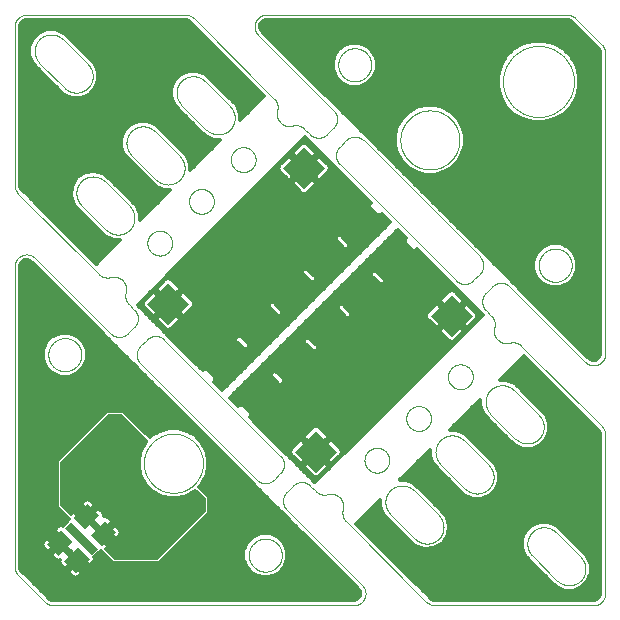
<source format=gtl>
G75*
%MOIN*%
%OFA0B0*%
%FSLAX25Y25*%
%IPPOS*%
%LPD*%
%AMOC8*
5,1,8,0,0,1.08239X$1,22.5*
%
%ADD10C,0.00000*%
%ADD11R,0.06693X0.05315*%
%ADD12R,0.02756X0.12598*%
%ADD13R,0.09843X0.09843*%
%ADD14C,0.01200*%
%ADD15C,0.04724*%
%ADD16C,0.01181*%
D10*
X0011582Y0002753D02*
X0002753Y0011582D01*
X0001600Y0014366D02*
X0001600Y0114586D01*
X0001602Y0114710D01*
X0001608Y0114833D01*
X0001617Y0114956D01*
X0001631Y0115079D01*
X0001648Y0115202D01*
X0001670Y0115324D01*
X0001695Y0115445D01*
X0001724Y0115565D01*
X0001756Y0115684D01*
X0001793Y0115803D01*
X0001833Y0115920D01*
X0001876Y0116035D01*
X0001924Y0116150D01*
X0001975Y0116262D01*
X0002029Y0116373D01*
X0002087Y0116483D01*
X0002148Y0116590D01*
X0002213Y0116696D01*
X0002281Y0116799D01*
X0002352Y0116900D01*
X0002426Y0116999D01*
X0002503Y0117096D01*
X0002584Y0117190D01*
X0002667Y0117281D01*
X0002753Y0117370D01*
X0002842Y0117456D01*
X0002933Y0117539D01*
X0003027Y0117620D01*
X0003124Y0117697D01*
X0003223Y0117771D01*
X0003324Y0117842D01*
X0003427Y0117910D01*
X0003533Y0117975D01*
X0003640Y0118036D01*
X0003750Y0118094D01*
X0003861Y0118148D01*
X0003973Y0118199D01*
X0004088Y0118247D01*
X0004203Y0118290D01*
X0004320Y0118330D01*
X0004439Y0118367D01*
X0004558Y0118399D01*
X0004678Y0118428D01*
X0004799Y0118453D01*
X0004921Y0118475D01*
X0005044Y0118492D01*
X0005166Y0118506D01*
X0005290Y0118515D01*
X0005413Y0118521D01*
X0005537Y0118523D01*
X0005661Y0118521D01*
X0005784Y0118515D01*
X0005908Y0118506D01*
X0006030Y0118492D01*
X0006153Y0118475D01*
X0006275Y0118453D01*
X0006396Y0118428D01*
X0006516Y0118399D01*
X0006635Y0118367D01*
X0006754Y0118330D01*
X0006871Y0118290D01*
X0006986Y0118247D01*
X0007101Y0118199D01*
X0007213Y0118148D01*
X0007324Y0118094D01*
X0007434Y0118036D01*
X0007541Y0117975D01*
X0007647Y0117910D01*
X0007750Y0117842D01*
X0007851Y0117771D01*
X0007950Y0117697D01*
X0008047Y0117620D01*
X0008141Y0117539D01*
X0008232Y0117456D01*
X0008321Y0117370D01*
X0033475Y0092215D01*
X0033476Y0092216D02*
X0033567Y0092127D01*
X0033661Y0092041D01*
X0033758Y0091959D01*
X0033857Y0091879D01*
X0033959Y0091802D01*
X0034063Y0091728D01*
X0034169Y0091658D01*
X0034277Y0091591D01*
X0034387Y0091527D01*
X0034500Y0091467D01*
X0034614Y0091410D01*
X0034729Y0091357D01*
X0034846Y0091308D01*
X0034965Y0091262D01*
X0035085Y0091219D01*
X0035207Y0091181D01*
X0035329Y0091146D01*
X0035453Y0091115D01*
X0035577Y0091088D01*
X0035702Y0091064D01*
X0035828Y0091045D01*
X0035954Y0091029D01*
X0036081Y0091017D01*
X0036208Y0091009D01*
X0036335Y0091005D01*
X0036463Y0091005D01*
X0036590Y0091009D01*
X0036717Y0091017D01*
X0036844Y0091029D01*
X0036970Y0091045D01*
X0037096Y0091064D01*
X0037221Y0091088D01*
X0037345Y0091115D01*
X0037469Y0091146D01*
X0037591Y0091181D01*
X0037713Y0091219D01*
X0037833Y0091262D01*
X0037952Y0091308D01*
X0038069Y0091357D01*
X0038184Y0091410D01*
X0038298Y0091467D01*
X0038411Y0091527D01*
X0038521Y0091591D01*
X0038629Y0091658D01*
X0038735Y0091728D01*
X0038839Y0091802D01*
X0038941Y0091879D01*
X0039040Y0091959D01*
X0039137Y0092041D01*
X0039231Y0092127D01*
X0039322Y0092216D01*
X0039322Y0092215D02*
X0041424Y0094318D01*
X0041513Y0094409D01*
X0041599Y0094503D01*
X0041681Y0094600D01*
X0041761Y0094699D01*
X0041838Y0094801D01*
X0041912Y0094905D01*
X0041982Y0095011D01*
X0042049Y0095119D01*
X0042113Y0095229D01*
X0042173Y0095342D01*
X0042230Y0095456D01*
X0042283Y0095571D01*
X0042332Y0095688D01*
X0042378Y0095807D01*
X0042421Y0095927D01*
X0042459Y0096049D01*
X0042494Y0096171D01*
X0042525Y0096295D01*
X0042552Y0096419D01*
X0042576Y0096544D01*
X0042595Y0096670D01*
X0042611Y0096796D01*
X0042623Y0096923D01*
X0042631Y0097050D01*
X0042635Y0097177D01*
X0042635Y0097305D01*
X0042631Y0097432D01*
X0042623Y0097559D01*
X0042611Y0097686D01*
X0042595Y0097812D01*
X0042576Y0097938D01*
X0042552Y0098063D01*
X0042525Y0098187D01*
X0042494Y0098311D01*
X0042459Y0098433D01*
X0042421Y0098555D01*
X0042378Y0098675D01*
X0042332Y0098794D01*
X0042283Y0098911D01*
X0042230Y0099026D01*
X0042173Y0099140D01*
X0042113Y0099253D01*
X0042049Y0099363D01*
X0041982Y0099471D01*
X0041912Y0099577D01*
X0041838Y0099681D01*
X0041761Y0099783D01*
X0041681Y0099882D01*
X0041599Y0099979D01*
X0041513Y0100073D01*
X0041424Y0100164D01*
X0039586Y0102003D01*
X0039501Y0102091D01*
X0039418Y0102182D01*
X0039338Y0102276D01*
X0039261Y0102371D01*
X0039187Y0102470D01*
X0039117Y0102570D01*
X0039049Y0102673D01*
X0038985Y0102777D01*
X0038923Y0102884D01*
X0038866Y0102992D01*
X0038811Y0103103D01*
X0038761Y0103215D01*
X0038713Y0103328D01*
X0038670Y0103443D01*
X0038629Y0103559D01*
X0038593Y0103676D01*
X0038560Y0103795D01*
X0038531Y0103914D01*
X0038506Y0104034D01*
X0038484Y0104155D01*
X0038466Y0104277D01*
X0038452Y0104399D01*
X0038442Y0104521D01*
X0038436Y0104644D01*
X0038433Y0104767D01*
X0038434Y0104890D01*
X0038439Y0105013D01*
X0038448Y0105135D01*
X0038461Y0105257D01*
X0038478Y0105379D01*
X0038498Y0105500D01*
X0038522Y0105621D01*
X0038550Y0105740D01*
X0038582Y0105859D01*
X0038614Y0105982D01*
X0038643Y0106106D01*
X0038669Y0106231D01*
X0038690Y0106356D01*
X0038707Y0106482D01*
X0038721Y0106608D01*
X0038730Y0106735D01*
X0038736Y0106862D01*
X0038738Y0106989D01*
X0038736Y0107116D01*
X0038730Y0107243D01*
X0038720Y0107370D01*
X0038706Y0107497D01*
X0038689Y0107622D01*
X0038667Y0107748D01*
X0038642Y0107872D01*
X0038612Y0107996D01*
X0038579Y0108119D01*
X0038543Y0108241D01*
X0038502Y0108361D01*
X0038458Y0108480D01*
X0038410Y0108598D01*
X0038359Y0108715D01*
X0038304Y0108829D01*
X0038245Y0108942D01*
X0038183Y0109053D01*
X0038118Y0109162D01*
X0038050Y0109269D01*
X0037978Y0109374D01*
X0037903Y0109477D01*
X0037824Y0109577D01*
X0037743Y0109675D01*
X0037659Y0109770D01*
X0037572Y0109863D01*
X0037482Y0109953D01*
X0037389Y0110040D01*
X0037294Y0110124D01*
X0037196Y0110205D01*
X0037096Y0110284D01*
X0036993Y0110359D01*
X0036888Y0110431D01*
X0036781Y0110499D01*
X0036672Y0110564D01*
X0036561Y0110626D01*
X0036448Y0110685D01*
X0036334Y0110740D01*
X0036217Y0110791D01*
X0036099Y0110839D01*
X0035980Y0110883D01*
X0035860Y0110924D01*
X0035738Y0110960D01*
X0035615Y0110993D01*
X0035491Y0111023D01*
X0035367Y0111048D01*
X0035241Y0111070D01*
X0035116Y0111087D01*
X0034989Y0111101D01*
X0034862Y0111111D01*
X0034735Y0111117D01*
X0034608Y0111119D01*
X0034481Y0111117D01*
X0034354Y0111111D01*
X0034227Y0111102D01*
X0034101Y0111088D01*
X0033975Y0111071D01*
X0033849Y0111050D01*
X0033725Y0111024D01*
X0033601Y0110995D01*
X0033478Y0110963D01*
X0033359Y0110931D01*
X0033240Y0110903D01*
X0033119Y0110879D01*
X0032998Y0110859D01*
X0032876Y0110842D01*
X0032754Y0110829D01*
X0032632Y0110820D01*
X0032509Y0110815D01*
X0032386Y0110814D01*
X0032263Y0110817D01*
X0032140Y0110823D01*
X0032018Y0110833D01*
X0031896Y0110847D01*
X0031774Y0110865D01*
X0031653Y0110887D01*
X0031533Y0110912D01*
X0031414Y0110941D01*
X0031295Y0110974D01*
X0031178Y0111010D01*
X0031062Y0111051D01*
X0030947Y0111094D01*
X0030834Y0111142D01*
X0030722Y0111192D01*
X0030612Y0111247D01*
X0030503Y0111304D01*
X0030396Y0111366D01*
X0030292Y0111430D01*
X0030189Y0111497D01*
X0030089Y0111568D01*
X0029990Y0111642D01*
X0029895Y0111719D01*
X0029801Y0111799D01*
X0029710Y0111882D01*
X0029622Y0111967D01*
X0002753Y0138836D01*
X0001600Y0141620D02*
X0001600Y0194513D01*
X0001602Y0194637D01*
X0001608Y0194760D01*
X0001617Y0194884D01*
X0001631Y0195006D01*
X0001648Y0195129D01*
X0001670Y0195251D01*
X0001695Y0195372D01*
X0001724Y0195492D01*
X0001756Y0195611D01*
X0001793Y0195730D01*
X0001833Y0195847D01*
X0001876Y0195962D01*
X0001924Y0196077D01*
X0001975Y0196189D01*
X0002029Y0196300D01*
X0002087Y0196410D01*
X0002148Y0196517D01*
X0002213Y0196623D01*
X0002281Y0196726D01*
X0002352Y0196827D01*
X0002426Y0196926D01*
X0002503Y0197023D01*
X0002584Y0197117D01*
X0002667Y0197208D01*
X0002753Y0197297D01*
X0002842Y0197383D01*
X0002933Y0197466D01*
X0003027Y0197547D01*
X0003124Y0197624D01*
X0003223Y0197698D01*
X0003324Y0197769D01*
X0003427Y0197837D01*
X0003533Y0197902D01*
X0003640Y0197963D01*
X0003750Y0198021D01*
X0003861Y0198075D01*
X0003973Y0198126D01*
X0004088Y0198174D01*
X0004203Y0198217D01*
X0004320Y0198257D01*
X0004439Y0198294D01*
X0004558Y0198326D01*
X0004678Y0198355D01*
X0004799Y0198380D01*
X0004921Y0198402D01*
X0005044Y0198419D01*
X0005166Y0198433D01*
X0005290Y0198442D01*
X0005413Y0198448D01*
X0005537Y0198450D01*
X0058431Y0198450D01*
X0061215Y0197297D02*
X0088084Y0170428D01*
X0088084Y0170429D02*
X0088169Y0170341D01*
X0088252Y0170250D01*
X0088332Y0170156D01*
X0088409Y0170061D01*
X0088483Y0169962D01*
X0088554Y0169862D01*
X0088621Y0169759D01*
X0088685Y0169655D01*
X0088747Y0169548D01*
X0088804Y0169439D01*
X0088859Y0169329D01*
X0088909Y0169217D01*
X0088957Y0169104D01*
X0089000Y0168989D01*
X0089041Y0168873D01*
X0089077Y0168756D01*
X0089110Y0168637D01*
X0089139Y0168518D01*
X0089164Y0168398D01*
X0089186Y0168277D01*
X0089204Y0168155D01*
X0089218Y0168033D01*
X0089228Y0167911D01*
X0089234Y0167788D01*
X0089237Y0167665D01*
X0089236Y0167542D01*
X0089231Y0167419D01*
X0089222Y0167297D01*
X0089209Y0167175D01*
X0089192Y0167053D01*
X0089172Y0166932D01*
X0089148Y0166811D01*
X0089120Y0166692D01*
X0089088Y0166573D01*
X0089087Y0166572D02*
X0089055Y0166449D01*
X0089026Y0166325D01*
X0089000Y0166201D01*
X0088979Y0166075D01*
X0088962Y0165949D01*
X0088948Y0165823D01*
X0088939Y0165696D01*
X0088933Y0165569D01*
X0088931Y0165442D01*
X0088933Y0165315D01*
X0088939Y0165188D01*
X0088949Y0165061D01*
X0088963Y0164934D01*
X0088980Y0164809D01*
X0089002Y0164683D01*
X0089027Y0164559D01*
X0089057Y0164435D01*
X0089090Y0164312D01*
X0089126Y0164190D01*
X0089167Y0164070D01*
X0089211Y0163951D01*
X0089259Y0163833D01*
X0089310Y0163716D01*
X0089365Y0163602D01*
X0089424Y0163489D01*
X0089486Y0163378D01*
X0089551Y0163269D01*
X0089619Y0163162D01*
X0089691Y0163057D01*
X0089766Y0162954D01*
X0089845Y0162854D01*
X0089926Y0162756D01*
X0090010Y0162661D01*
X0090097Y0162568D01*
X0090187Y0162478D01*
X0090280Y0162391D01*
X0090375Y0162307D01*
X0090473Y0162226D01*
X0090573Y0162147D01*
X0090676Y0162072D01*
X0090781Y0162000D01*
X0090888Y0161932D01*
X0090997Y0161867D01*
X0091108Y0161805D01*
X0091221Y0161746D01*
X0091335Y0161691D01*
X0091452Y0161640D01*
X0091570Y0161592D01*
X0091689Y0161548D01*
X0091809Y0161507D01*
X0091931Y0161471D01*
X0092054Y0161438D01*
X0092178Y0161408D01*
X0092302Y0161383D01*
X0092428Y0161361D01*
X0092553Y0161344D01*
X0092680Y0161330D01*
X0092807Y0161320D01*
X0092934Y0161314D01*
X0093061Y0161312D01*
X0093188Y0161314D01*
X0093315Y0161320D01*
X0093442Y0161329D01*
X0093568Y0161343D01*
X0093694Y0161360D01*
X0093820Y0161381D01*
X0093944Y0161407D01*
X0094068Y0161436D01*
X0094191Y0161468D01*
X0094191Y0161469D02*
X0094310Y0161501D01*
X0094429Y0161529D01*
X0094550Y0161553D01*
X0094671Y0161573D01*
X0094793Y0161590D01*
X0094915Y0161603D01*
X0095037Y0161612D01*
X0095160Y0161617D01*
X0095283Y0161618D01*
X0095406Y0161615D01*
X0095529Y0161609D01*
X0095651Y0161599D01*
X0095773Y0161585D01*
X0095895Y0161567D01*
X0096016Y0161545D01*
X0096136Y0161520D01*
X0096255Y0161491D01*
X0096374Y0161458D01*
X0096491Y0161422D01*
X0096607Y0161381D01*
X0096722Y0161338D01*
X0096835Y0161290D01*
X0096947Y0161240D01*
X0097058Y0161185D01*
X0097166Y0161128D01*
X0097273Y0161066D01*
X0097377Y0161002D01*
X0097480Y0160935D01*
X0097580Y0160864D01*
X0097679Y0160790D01*
X0097774Y0160713D01*
X0097868Y0160633D01*
X0097959Y0160550D01*
X0098047Y0160465D01*
X0099886Y0158626D01*
X0099977Y0158537D01*
X0100071Y0158451D01*
X0100168Y0158369D01*
X0100267Y0158289D01*
X0100369Y0158212D01*
X0100473Y0158138D01*
X0100579Y0158068D01*
X0100687Y0158001D01*
X0100797Y0157937D01*
X0100910Y0157877D01*
X0101024Y0157820D01*
X0101139Y0157767D01*
X0101256Y0157718D01*
X0101375Y0157672D01*
X0101495Y0157629D01*
X0101617Y0157591D01*
X0101739Y0157556D01*
X0101863Y0157525D01*
X0101987Y0157498D01*
X0102112Y0157474D01*
X0102238Y0157455D01*
X0102364Y0157439D01*
X0102491Y0157427D01*
X0102618Y0157419D01*
X0102745Y0157415D01*
X0102873Y0157415D01*
X0103000Y0157419D01*
X0103127Y0157427D01*
X0103254Y0157439D01*
X0103380Y0157455D01*
X0103506Y0157474D01*
X0103631Y0157498D01*
X0103755Y0157525D01*
X0103879Y0157556D01*
X0104001Y0157591D01*
X0104123Y0157629D01*
X0104243Y0157672D01*
X0104362Y0157718D01*
X0104479Y0157767D01*
X0104594Y0157820D01*
X0104708Y0157877D01*
X0104821Y0157937D01*
X0104931Y0158001D01*
X0105039Y0158068D01*
X0105145Y0158138D01*
X0105249Y0158212D01*
X0105351Y0158289D01*
X0105450Y0158369D01*
X0105547Y0158451D01*
X0105641Y0158537D01*
X0105732Y0158626D01*
X0107835Y0160729D01*
X0107924Y0160820D01*
X0108010Y0160914D01*
X0108092Y0161011D01*
X0108172Y0161110D01*
X0108249Y0161212D01*
X0108323Y0161316D01*
X0108393Y0161422D01*
X0108460Y0161530D01*
X0108524Y0161640D01*
X0108584Y0161753D01*
X0108641Y0161867D01*
X0108694Y0161982D01*
X0108743Y0162099D01*
X0108789Y0162218D01*
X0108832Y0162338D01*
X0108870Y0162460D01*
X0108905Y0162582D01*
X0108936Y0162706D01*
X0108963Y0162830D01*
X0108987Y0162955D01*
X0109006Y0163081D01*
X0109022Y0163207D01*
X0109034Y0163334D01*
X0109042Y0163461D01*
X0109046Y0163588D01*
X0109046Y0163716D01*
X0109042Y0163843D01*
X0109034Y0163970D01*
X0109022Y0164097D01*
X0109006Y0164223D01*
X0108987Y0164349D01*
X0108963Y0164474D01*
X0108936Y0164598D01*
X0108905Y0164722D01*
X0108870Y0164844D01*
X0108832Y0164966D01*
X0108789Y0165086D01*
X0108743Y0165205D01*
X0108694Y0165322D01*
X0108641Y0165437D01*
X0108584Y0165551D01*
X0108524Y0165664D01*
X0108460Y0165774D01*
X0108393Y0165882D01*
X0108323Y0165988D01*
X0108249Y0166092D01*
X0108172Y0166194D01*
X0108092Y0166293D01*
X0108010Y0166390D01*
X0107924Y0166484D01*
X0107835Y0166575D01*
X0082680Y0191729D01*
X0082594Y0191818D01*
X0082511Y0191909D01*
X0082430Y0192003D01*
X0082353Y0192100D01*
X0082279Y0192199D01*
X0082208Y0192300D01*
X0082140Y0192403D01*
X0082075Y0192509D01*
X0082014Y0192616D01*
X0081956Y0192726D01*
X0081902Y0192837D01*
X0081851Y0192949D01*
X0081803Y0193064D01*
X0081760Y0193179D01*
X0081720Y0193296D01*
X0081683Y0193415D01*
X0081651Y0193534D01*
X0081622Y0193654D01*
X0081597Y0193775D01*
X0081575Y0193897D01*
X0081558Y0194020D01*
X0081544Y0194142D01*
X0081535Y0194266D01*
X0081529Y0194389D01*
X0081527Y0194513D01*
X0081529Y0194637D01*
X0081535Y0194760D01*
X0081544Y0194884D01*
X0081558Y0195006D01*
X0081575Y0195129D01*
X0081597Y0195251D01*
X0081622Y0195372D01*
X0081651Y0195492D01*
X0081683Y0195611D01*
X0081720Y0195730D01*
X0081760Y0195847D01*
X0081803Y0195962D01*
X0081851Y0196077D01*
X0081902Y0196189D01*
X0081956Y0196300D01*
X0082014Y0196410D01*
X0082075Y0196517D01*
X0082140Y0196623D01*
X0082208Y0196726D01*
X0082279Y0196827D01*
X0082353Y0196926D01*
X0082430Y0197023D01*
X0082511Y0197117D01*
X0082594Y0197208D01*
X0082680Y0197297D01*
X0082769Y0197383D01*
X0082860Y0197466D01*
X0082954Y0197547D01*
X0083051Y0197624D01*
X0083150Y0197698D01*
X0083251Y0197769D01*
X0083354Y0197837D01*
X0083460Y0197902D01*
X0083567Y0197963D01*
X0083677Y0198021D01*
X0083788Y0198075D01*
X0083900Y0198126D01*
X0084015Y0198174D01*
X0084130Y0198217D01*
X0084247Y0198257D01*
X0084366Y0198294D01*
X0084485Y0198326D01*
X0084605Y0198355D01*
X0084726Y0198380D01*
X0084848Y0198402D01*
X0084971Y0198419D01*
X0085093Y0198433D01*
X0085217Y0198442D01*
X0085340Y0198448D01*
X0085464Y0198450D01*
X0185684Y0198450D01*
X0188468Y0197297D02*
X0197297Y0188468D01*
X0198450Y0185684D02*
X0198450Y0085464D01*
X0198448Y0085340D01*
X0198442Y0085217D01*
X0198433Y0085094D01*
X0198419Y0084971D01*
X0198402Y0084848D01*
X0198380Y0084726D01*
X0198355Y0084605D01*
X0198326Y0084485D01*
X0198294Y0084366D01*
X0198257Y0084247D01*
X0198217Y0084130D01*
X0198174Y0084015D01*
X0198126Y0083900D01*
X0198075Y0083788D01*
X0198021Y0083677D01*
X0197963Y0083567D01*
X0197902Y0083460D01*
X0197837Y0083354D01*
X0197769Y0083251D01*
X0197698Y0083150D01*
X0197624Y0083051D01*
X0197547Y0082954D01*
X0197466Y0082860D01*
X0197383Y0082769D01*
X0197297Y0082680D01*
X0197208Y0082594D01*
X0197117Y0082511D01*
X0197023Y0082430D01*
X0196926Y0082353D01*
X0196827Y0082279D01*
X0196726Y0082208D01*
X0196623Y0082140D01*
X0196517Y0082075D01*
X0196410Y0082014D01*
X0196300Y0081956D01*
X0196189Y0081902D01*
X0196077Y0081851D01*
X0195962Y0081803D01*
X0195847Y0081760D01*
X0195730Y0081720D01*
X0195611Y0081683D01*
X0195492Y0081651D01*
X0195372Y0081622D01*
X0195251Y0081597D01*
X0195129Y0081575D01*
X0195006Y0081558D01*
X0194884Y0081544D01*
X0194760Y0081535D01*
X0194637Y0081529D01*
X0194513Y0081527D01*
X0194389Y0081529D01*
X0194266Y0081535D01*
X0194142Y0081544D01*
X0194020Y0081558D01*
X0193897Y0081575D01*
X0193775Y0081597D01*
X0193654Y0081622D01*
X0193534Y0081651D01*
X0193415Y0081683D01*
X0193296Y0081720D01*
X0193179Y0081760D01*
X0193064Y0081803D01*
X0192949Y0081851D01*
X0192837Y0081902D01*
X0192726Y0081956D01*
X0192616Y0082014D01*
X0192509Y0082075D01*
X0192403Y0082140D01*
X0192300Y0082208D01*
X0192199Y0082279D01*
X0192100Y0082353D01*
X0192003Y0082430D01*
X0191909Y0082511D01*
X0191818Y0082594D01*
X0191729Y0082680D01*
X0166575Y0107835D01*
X0166484Y0107924D01*
X0166390Y0108010D01*
X0166293Y0108092D01*
X0166194Y0108172D01*
X0166092Y0108249D01*
X0165988Y0108323D01*
X0165882Y0108393D01*
X0165774Y0108460D01*
X0165664Y0108524D01*
X0165551Y0108584D01*
X0165437Y0108641D01*
X0165322Y0108694D01*
X0165205Y0108743D01*
X0165086Y0108789D01*
X0164966Y0108832D01*
X0164844Y0108870D01*
X0164722Y0108905D01*
X0164598Y0108936D01*
X0164474Y0108963D01*
X0164349Y0108987D01*
X0164223Y0109006D01*
X0164097Y0109022D01*
X0163970Y0109034D01*
X0163843Y0109042D01*
X0163716Y0109046D01*
X0163588Y0109046D01*
X0163461Y0109042D01*
X0163334Y0109034D01*
X0163207Y0109022D01*
X0163081Y0109006D01*
X0162955Y0108987D01*
X0162830Y0108963D01*
X0162706Y0108936D01*
X0162582Y0108905D01*
X0162460Y0108870D01*
X0162338Y0108832D01*
X0162218Y0108789D01*
X0162099Y0108743D01*
X0161982Y0108694D01*
X0161867Y0108641D01*
X0161753Y0108584D01*
X0161640Y0108524D01*
X0161530Y0108460D01*
X0161422Y0108393D01*
X0161316Y0108323D01*
X0161212Y0108249D01*
X0161110Y0108172D01*
X0161011Y0108092D01*
X0160914Y0108010D01*
X0160820Y0107924D01*
X0160729Y0107835D01*
X0158626Y0105732D01*
X0158537Y0105641D01*
X0158451Y0105547D01*
X0158369Y0105450D01*
X0158289Y0105351D01*
X0158212Y0105249D01*
X0158138Y0105145D01*
X0158068Y0105039D01*
X0158001Y0104931D01*
X0157937Y0104821D01*
X0157877Y0104708D01*
X0157820Y0104594D01*
X0157767Y0104479D01*
X0157718Y0104362D01*
X0157672Y0104243D01*
X0157629Y0104123D01*
X0157591Y0104001D01*
X0157556Y0103879D01*
X0157525Y0103755D01*
X0157498Y0103631D01*
X0157474Y0103506D01*
X0157455Y0103380D01*
X0157439Y0103254D01*
X0157427Y0103127D01*
X0157419Y0103000D01*
X0157415Y0102873D01*
X0157415Y0102745D01*
X0157419Y0102618D01*
X0157427Y0102491D01*
X0157439Y0102364D01*
X0157455Y0102238D01*
X0157474Y0102112D01*
X0157498Y0101987D01*
X0157525Y0101863D01*
X0157556Y0101739D01*
X0157591Y0101617D01*
X0157629Y0101495D01*
X0157672Y0101375D01*
X0157718Y0101256D01*
X0157767Y0101139D01*
X0157820Y0101024D01*
X0157877Y0100910D01*
X0157937Y0100797D01*
X0158001Y0100687D01*
X0158068Y0100579D01*
X0158138Y0100473D01*
X0158212Y0100369D01*
X0158289Y0100267D01*
X0158369Y0100168D01*
X0158451Y0100071D01*
X0158537Y0099977D01*
X0158626Y0099886D01*
X0160465Y0098047D01*
X0160550Y0097959D01*
X0160633Y0097868D01*
X0160713Y0097774D01*
X0160790Y0097679D01*
X0160864Y0097580D01*
X0160934Y0097480D01*
X0161002Y0097377D01*
X0161066Y0097273D01*
X0161128Y0097166D01*
X0161185Y0097058D01*
X0161240Y0096947D01*
X0161290Y0096835D01*
X0161338Y0096722D01*
X0161381Y0096607D01*
X0161422Y0096491D01*
X0161458Y0096374D01*
X0161491Y0096255D01*
X0161520Y0096136D01*
X0161545Y0096016D01*
X0161567Y0095895D01*
X0161585Y0095773D01*
X0161599Y0095651D01*
X0161609Y0095529D01*
X0161615Y0095406D01*
X0161618Y0095283D01*
X0161617Y0095160D01*
X0161612Y0095037D01*
X0161603Y0094915D01*
X0161590Y0094793D01*
X0161573Y0094671D01*
X0161553Y0094550D01*
X0161529Y0094429D01*
X0161501Y0094310D01*
X0161469Y0094191D01*
X0161468Y0094191D02*
X0161436Y0094068D01*
X0161407Y0093944D01*
X0161381Y0093820D01*
X0161360Y0093694D01*
X0161343Y0093568D01*
X0161329Y0093442D01*
X0161320Y0093315D01*
X0161314Y0093188D01*
X0161312Y0093061D01*
X0161314Y0092934D01*
X0161320Y0092807D01*
X0161330Y0092680D01*
X0161344Y0092553D01*
X0161361Y0092428D01*
X0161383Y0092302D01*
X0161408Y0092178D01*
X0161438Y0092054D01*
X0161471Y0091931D01*
X0161507Y0091809D01*
X0161548Y0091689D01*
X0161592Y0091570D01*
X0161640Y0091452D01*
X0161691Y0091335D01*
X0161746Y0091221D01*
X0161805Y0091108D01*
X0161867Y0090997D01*
X0161932Y0090888D01*
X0162000Y0090781D01*
X0162072Y0090676D01*
X0162147Y0090573D01*
X0162226Y0090473D01*
X0162307Y0090375D01*
X0162391Y0090280D01*
X0162478Y0090187D01*
X0162568Y0090097D01*
X0162661Y0090010D01*
X0162756Y0089926D01*
X0162854Y0089845D01*
X0162954Y0089766D01*
X0163057Y0089691D01*
X0163162Y0089619D01*
X0163269Y0089551D01*
X0163378Y0089486D01*
X0163489Y0089424D01*
X0163602Y0089365D01*
X0163716Y0089310D01*
X0163833Y0089259D01*
X0163951Y0089211D01*
X0164070Y0089167D01*
X0164190Y0089126D01*
X0164312Y0089090D01*
X0164435Y0089057D01*
X0164559Y0089027D01*
X0164683Y0089002D01*
X0164809Y0088980D01*
X0164934Y0088963D01*
X0165061Y0088949D01*
X0165188Y0088939D01*
X0165315Y0088933D01*
X0165442Y0088931D01*
X0165569Y0088933D01*
X0165696Y0088939D01*
X0165823Y0088948D01*
X0165949Y0088962D01*
X0166075Y0088979D01*
X0166201Y0089000D01*
X0166325Y0089026D01*
X0166449Y0089055D01*
X0166572Y0089087D01*
X0166572Y0089088D02*
X0166691Y0089120D01*
X0166810Y0089148D01*
X0166931Y0089172D01*
X0167052Y0089192D01*
X0167174Y0089209D01*
X0167296Y0089222D01*
X0167418Y0089231D01*
X0167541Y0089236D01*
X0167664Y0089237D01*
X0167787Y0089234D01*
X0167910Y0089228D01*
X0168032Y0089218D01*
X0168154Y0089204D01*
X0168276Y0089186D01*
X0168397Y0089164D01*
X0168517Y0089139D01*
X0168636Y0089110D01*
X0168755Y0089077D01*
X0168872Y0089041D01*
X0168988Y0089000D01*
X0169103Y0088957D01*
X0169216Y0088909D01*
X0169328Y0088859D01*
X0169438Y0088804D01*
X0169547Y0088747D01*
X0169654Y0088685D01*
X0169758Y0088621D01*
X0169861Y0088554D01*
X0169961Y0088483D01*
X0170060Y0088409D01*
X0170155Y0088332D01*
X0170249Y0088252D01*
X0170340Y0088169D01*
X0170428Y0088084D01*
X0197297Y0061215D01*
X0198450Y0058431D02*
X0198450Y0005537D01*
X0198448Y0005413D01*
X0198442Y0005290D01*
X0198433Y0005166D01*
X0198419Y0005044D01*
X0198402Y0004921D01*
X0198380Y0004799D01*
X0198355Y0004678D01*
X0198326Y0004558D01*
X0198294Y0004439D01*
X0198257Y0004320D01*
X0198217Y0004203D01*
X0198174Y0004088D01*
X0198126Y0003973D01*
X0198075Y0003861D01*
X0198021Y0003750D01*
X0197963Y0003640D01*
X0197902Y0003533D01*
X0197837Y0003427D01*
X0197769Y0003324D01*
X0197698Y0003223D01*
X0197624Y0003124D01*
X0197547Y0003027D01*
X0197466Y0002933D01*
X0197383Y0002842D01*
X0197297Y0002753D01*
X0197208Y0002667D01*
X0197117Y0002584D01*
X0197023Y0002503D01*
X0196926Y0002426D01*
X0196827Y0002352D01*
X0196726Y0002281D01*
X0196623Y0002213D01*
X0196517Y0002148D01*
X0196410Y0002087D01*
X0196300Y0002029D01*
X0196189Y0001975D01*
X0196077Y0001924D01*
X0195962Y0001876D01*
X0195847Y0001833D01*
X0195730Y0001793D01*
X0195611Y0001756D01*
X0195492Y0001724D01*
X0195372Y0001695D01*
X0195251Y0001670D01*
X0195129Y0001648D01*
X0195006Y0001631D01*
X0194884Y0001617D01*
X0194760Y0001608D01*
X0194637Y0001602D01*
X0194513Y0001600D01*
X0141620Y0001600D01*
X0138836Y0002753D02*
X0111967Y0029622D01*
X0111882Y0029710D01*
X0111799Y0029801D01*
X0111719Y0029895D01*
X0111642Y0029990D01*
X0111568Y0030089D01*
X0111497Y0030189D01*
X0111430Y0030292D01*
X0111366Y0030396D01*
X0111304Y0030503D01*
X0111247Y0030612D01*
X0111192Y0030722D01*
X0111142Y0030834D01*
X0111094Y0030947D01*
X0111051Y0031062D01*
X0111010Y0031178D01*
X0110974Y0031295D01*
X0110941Y0031414D01*
X0110912Y0031533D01*
X0110887Y0031653D01*
X0110865Y0031774D01*
X0110847Y0031896D01*
X0110833Y0032018D01*
X0110823Y0032140D01*
X0110817Y0032263D01*
X0110814Y0032386D01*
X0110815Y0032509D01*
X0110820Y0032632D01*
X0110829Y0032754D01*
X0110842Y0032876D01*
X0110859Y0032998D01*
X0110879Y0033119D01*
X0110903Y0033240D01*
X0110931Y0033359D01*
X0110963Y0033478D01*
X0110995Y0033601D01*
X0111024Y0033725D01*
X0111050Y0033849D01*
X0111071Y0033975D01*
X0111088Y0034101D01*
X0111102Y0034227D01*
X0111111Y0034354D01*
X0111117Y0034481D01*
X0111119Y0034608D01*
X0111117Y0034735D01*
X0111111Y0034862D01*
X0111101Y0034989D01*
X0111087Y0035116D01*
X0111070Y0035241D01*
X0111048Y0035367D01*
X0111023Y0035491D01*
X0110993Y0035615D01*
X0110960Y0035738D01*
X0110924Y0035860D01*
X0110883Y0035980D01*
X0110839Y0036099D01*
X0110791Y0036217D01*
X0110740Y0036334D01*
X0110685Y0036448D01*
X0110626Y0036561D01*
X0110564Y0036672D01*
X0110499Y0036781D01*
X0110431Y0036888D01*
X0110359Y0036993D01*
X0110284Y0037096D01*
X0110205Y0037196D01*
X0110124Y0037294D01*
X0110040Y0037389D01*
X0109953Y0037482D01*
X0109863Y0037572D01*
X0109770Y0037659D01*
X0109675Y0037743D01*
X0109577Y0037824D01*
X0109477Y0037903D01*
X0109374Y0037978D01*
X0109269Y0038050D01*
X0109162Y0038118D01*
X0109053Y0038183D01*
X0108942Y0038245D01*
X0108829Y0038304D01*
X0108715Y0038359D01*
X0108598Y0038410D01*
X0108480Y0038458D01*
X0108361Y0038502D01*
X0108241Y0038543D01*
X0108119Y0038579D01*
X0107996Y0038612D01*
X0107872Y0038642D01*
X0107748Y0038667D01*
X0107622Y0038689D01*
X0107497Y0038706D01*
X0107370Y0038720D01*
X0107243Y0038730D01*
X0107116Y0038736D01*
X0106989Y0038738D01*
X0106862Y0038736D01*
X0106735Y0038730D01*
X0106608Y0038721D01*
X0106482Y0038707D01*
X0106356Y0038690D01*
X0106230Y0038669D01*
X0106106Y0038643D01*
X0105982Y0038614D01*
X0105859Y0038582D01*
X0105740Y0038550D01*
X0105621Y0038522D01*
X0105500Y0038498D01*
X0105379Y0038478D01*
X0105257Y0038461D01*
X0105135Y0038448D01*
X0105013Y0038439D01*
X0104890Y0038434D01*
X0104767Y0038433D01*
X0104644Y0038436D01*
X0104521Y0038442D01*
X0104399Y0038452D01*
X0104277Y0038466D01*
X0104155Y0038484D01*
X0104034Y0038506D01*
X0103914Y0038531D01*
X0103795Y0038560D01*
X0103676Y0038593D01*
X0103559Y0038629D01*
X0103443Y0038670D01*
X0103328Y0038713D01*
X0103215Y0038761D01*
X0103103Y0038811D01*
X0102992Y0038866D01*
X0102884Y0038923D01*
X0102777Y0038985D01*
X0102673Y0039049D01*
X0102570Y0039116D01*
X0102470Y0039187D01*
X0102371Y0039261D01*
X0102276Y0039338D01*
X0102182Y0039418D01*
X0102091Y0039501D01*
X0102003Y0039586D01*
X0100164Y0041424D01*
X0100073Y0041513D01*
X0099979Y0041599D01*
X0099882Y0041681D01*
X0099783Y0041761D01*
X0099681Y0041838D01*
X0099577Y0041912D01*
X0099471Y0041982D01*
X0099363Y0042049D01*
X0099253Y0042113D01*
X0099140Y0042173D01*
X0099026Y0042230D01*
X0098911Y0042283D01*
X0098794Y0042332D01*
X0098675Y0042378D01*
X0098555Y0042421D01*
X0098433Y0042459D01*
X0098311Y0042494D01*
X0098187Y0042525D01*
X0098063Y0042552D01*
X0097938Y0042576D01*
X0097812Y0042595D01*
X0097686Y0042611D01*
X0097559Y0042623D01*
X0097432Y0042631D01*
X0097305Y0042635D01*
X0097177Y0042635D01*
X0097050Y0042631D01*
X0096923Y0042623D01*
X0096796Y0042611D01*
X0096670Y0042595D01*
X0096544Y0042576D01*
X0096419Y0042552D01*
X0096295Y0042525D01*
X0096171Y0042494D01*
X0096049Y0042459D01*
X0095927Y0042421D01*
X0095807Y0042378D01*
X0095688Y0042332D01*
X0095571Y0042283D01*
X0095456Y0042230D01*
X0095342Y0042173D01*
X0095229Y0042113D01*
X0095119Y0042049D01*
X0095011Y0041982D01*
X0094905Y0041912D01*
X0094801Y0041838D01*
X0094699Y0041761D01*
X0094600Y0041681D01*
X0094503Y0041599D01*
X0094409Y0041513D01*
X0094318Y0041424D01*
X0092215Y0039322D01*
X0092216Y0039322D02*
X0092127Y0039231D01*
X0092041Y0039137D01*
X0091959Y0039040D01*
X0091879Y0038941D01*
X0091802Y0038839D01*
X0091728Y0038735D01*
X0091658Y0038629D01*
X0091591Y0038521D01*
X0091527Y0038411D01*
X0091467Y0038298D01*
X0091410Y0038184D01*
X0091357Y0038069D01*
X0091308Y0037952D01*
X0091262Y0037833D01*
X0091219Y0037713D01*
X0091181Y0037591D01*
X0091146Y0037469D01*
X0091115Y0037345D01*
X0091088Y0037221D01*
X0091064Y0037096D01*
X0091045Y0036970D01*
X0091029Y0036844D01*
X0091017Y0036717D01*
X0091009Y0036590D01*
X0091005Y0036463D01*
X0091005Y0036335D01*
X0091009Y0036208D01*
X0091017Y0036081D01*
X0091029Y0035954D01*
X0091045Y0035828D01*
X0091064Y0035702D01*
X0091088Y0035577D01*
X0091115Y0035453D01*
X0091146Y0035329D01*
X0091181Y0035207D01*
X0091219Y0035085D01*
X0091262Y0034965D01*
X0091308Y0034846D01*
X0091357Y0034729D01*
X0091410Y0034614D01*
X0091467Y0034500D01*
X0091527Y0034387D01*
X0091591Y0034277D01*
X0091658Y0034169D01*
X0091728Y0034063D01*
X0091802Y0033959D01*
X0091879Y0033857D01*
X0091959Y0033758D01*
X0092041Y0033661D01*
X0092127Y0033567D01*
X0092216Y0033476D01*
X0092215Y0033475D02*
X0117370Y0008321D01*
X0117456Y0008232D01*
X0117539Y0008141D01*
X0117620Y0008047D01*
X0117697Y0007950D01*
X0117771Y0007851D01*
X0117842Y0007750D01*
X0117910Y0007647D01*
X0117975Y0007541D01*
X0118036Y0007434D01*
X0118094Y0007324D01*
X0118148Y0007213D01*
X0118199Y0007101D01*
X0118247Y0006986D01*
X0118290Y0006871D01*
X0118330Y0006754D01*
X0118367Y0006635D01*
X0118399Y0006516D01*
X0118428Y0006396D01*
X0118453Y0006275D01*
X0118475Y0006153D01*
X0118492Y0006030D01*
X0118506Y0005908D01*
X0118515Y0005784D01*
X0118521Y0005661D01*
X0118523Y0005537D01*
X0118521Y0005413D01*
X0118515Y0005290D01*
X0118506Y0005166D01*
X0118492Y0005044D01*
X0118475Y0004921D01*
X0118453Y0004799D01*
X0118428Y0004678D01*
X0118399Y0004558D01*
X0118367Y0004439D01*
X0118330Y0004320D01*
X0118290Y0004203D01*
X0118247Y0004088D01*
X0118199Y0003973D01*
X0118148Y0003861D01*
X0118094Y0003750D01*
X0118036Y0003640D01*
X0117975Y0003533D01*
X0117910Y0003427D01*
X0117842Y0003324D01*
X0117771Y0003223D01*
X0117697Y0003124D01*
X0117620Y0003027D01*
X0117539Y0002933D01*
X0117456Y0002842D01*
X0117370Y0002753D01*
X0117281Y0002667D01*
X0117190Y0002584D01*
X0117096Y0002503D01*
X0116999Y0002426D01*
X0116900Y0002352D01*
X0116799Y0002281D01*
X0116696Y0002213D01*
X0116590Y0002148D01*
X0116483Y0002087D01*
X0116373Y0002029D01*
X0116262Y0001975D01*
X0116150Y0001924D01*
X0116035Y0001876D01*
X0115920Y0001833D01*
X0115803Y0001793D01*
X0115684Y0001756D01*
X0115565Y0001724D01*
X0115445Y0001695D01*
X0115324Y0001670D01*
X0115202Y0001648D01*
X0115079Y0001631D01*
X0114957Y0001617D01*
X0114833Y0001608D01*
X0114710Y0001602D01*
X0114586Y0001600D01*
X0014366Y0001600D01*
X0014242Y0001602D01*
X0014119Y0001608D01*
X0013995Y0001617D01*
X0013873Y0001631D01*
X0013750Y0001648D01*
X0013628Y0001670D01*
X0013507Y0001695D01*
X0013387Y0001724D01*
X0013268Y0001756D01*
X0013149Y0001793D01*
X0013032Y0001833D01*
X0012917Y0001876D01*
X0012802Y0001924D01*
X0012690Y0001975D01*
X0012579Y0002029D01*
X0012469Y0002087D01*
X0012362Y0002148D01*
X0012256Y0002213D01*
X0012153Y0002281D01*
X0012052Y0002352D01*
X0011953Y0002426D01*
X0011856Y0002503D01*
X0011762Y0002584D01*
X0011671Y0002667D01*
X0011582Y0002753D01*
X0002753Y0011582D02*
X0002667Y0011671D01*
X0002584Y0011762D01*
X0002503Y0011856D01*
X0002426Y0011953D01*
X0002352Y0012052D01*
X0002281Y0012153D01*
X0002213Y0012256D01*
X0002148Y0012362D01*
X0002087Y0012469D01*
X0002029Y0012579D01*
X0001975Y0012690D01*
X0001924Y0012802D01*
X0001876Y0012917D01*
X0001833Y0013032D01*
X0001793Y0013149D01*
X0001756Y0013268D01*
X0001724Y0013387D01*
X0001695Y0013507D01*
X0001670Y0013628D01*
X0001648Y0013750D01*
X0001631Y0013873D01*
X0001617Y0013995D01*
X0001608Y0014119D01*
X0001602Y0014242D01*
X0001600Y0014366D01*
X0044651Y0048926D02*
X0044654Y0049168D01*
X0044663Y0049409D01*
X0044678Y0049650D01*
X0044698Y0049891D01*
X0044725Y0050131D01*
X0044758Y0050370D01*
X0044796Y0050609D01*
X0044840Y0050846D01*
X0044890Y0051083D01*
X0044946Y0051318D01*
X0045008Y0051551D01*
X0045075Y0051783D01*
X0045148Y0052014D01*
X0045226Y0052242D01*
X0045311Y0052468D01*
X0045400Y0052693D01*
X0045495Y0052915D01*
X0045596Y0053134D01*
X0045702Y0053352D01*
X0045813Y0053566D01*
X0045930Y0053778D01*
X0046051Y0053986D01*
X0046178Y0054192D01*
X0046310Y0054394D01*
X0046447Y0054594D01*
X0046588Y0054789D01*
X0046734Y0054982D01*
X0046885Y0055170D01*
X0047041Y0055355D01*
X0047201Y0055536D01*
X0047365Y0055713D01*
X0047534Y0055886D01*
X0047707Y0056055D01*
X0047884Y0056219D01*
X0048065Y0056379D01*
X0048250Y0056535D01*
X0048438Y0056686D01*
X0048631Y0056832D01*
X0048826Y0056973D01*
X0049026Y0057110D01*
X0049228Y0057242D01*
X0049434Y0057369D01*
X0049642Y0057490D01*
X0049854Y0057607D01*
X0050068Y0057718D01*
X0050286Y0057824D01*
X0050505Y0057925D01*
X0050727Y0058020D01*
X0050952Y0058109D01*
X0051178Y0058194D01*
X0051406Y0058272D01*
X0051637Y0058345D01*
X0051869Y0058412D01*
X0052102Y0058474D01*
X0052337Y0058530D01*
X0052574Y0058580D01*
X0052811Y0058624D01*
X0053050Y0058662D01*
X0053289Y0058695D01*
X0053529Y0058722D01*
X0053770Y0058742D01*
X0054011Y0058757D01*
X0054252Y0058766D01*
X0054494Y0058769D01*
X0054736Y0058766D01*
X0054977Y0058757D01*
X0055218Y0058742D01*
X0055459Y0058722D01*
X0055699Y0058695D01*
X0055938Y0058662D01*
X0056177Y0058624D01*
X0056414Y0058580D01*
X0056651Y0058530D01*
X0056886Y0058474D01*
X0057119Y0058412D01*
X0057351Y0058345D01*
X0057582Y0058272D01*
X0057810Y0058194D01*
X0058036Y0058109D01*
X0058261Y0058020D01*
X0058483Y0057925D01*
X0058702Y0057824D01*
X0058920Y0057718D01*
X0059134Y0057607D01*
X0059346Y0057490D01*
X0059554Y0057369D01*
X0059760Y0057242D01*
X0059962Y0057110D01*
X0060162Y0056973D01*
X0060357Y0056832D01*
X0060550Y0056686D01*
X0060738Y0056535D01*
X0060923Y0056379D01*
X0061104Y0056219D01*
X0061281Y0056055D01*
X0061454Y0055886D01*
X0061623Y0055713D01*
X0061787Y0055536D01*
X0061947Y0055355D01*
X0062103Y0055170D01*
X0062254Y0054982D01*
X0062400Y0054789D01*
X0062541Y0054594D01*
X0062678Y0054394D01*
X0062810Y0054192D01*
X0062937Y0053986D01*
X0063058Y0053778D01*
X0063175Y0053566D01*
X0063286Y0053352D01*
X0063392Y0053134D01*
X0063493Y0052915D01*
X0063588Y0052693D01*
X0063677Y0052468D01*
X0063762Y0052242D01*
X0063840Y0052014D01*
X0063913Y0051783D01*
X0063980Y0051551D01*
X0064042Y0051318D01*
X0064098Y0051083D01*
X0064148Y0050846D01*
X0064192Y0050609D01*
X0064230Y0050370D01*
X0064263Y0050131D01*
X0064290Y0049891D01*
X0064310Y0049650D01*
X0064325Y0049409D01*
X0064334Y0049168D01*
X0064337Y0048926D01*
X0064334Y0048684D01*
X0064325Y0048443D01*
X0064310Y0048202D01*
X0064290Y0047961D01*
X0064263Y0047721D01*
X0064230Y0047482D01*
X0064192Y0047243D01*
X0064148Y0047006D01*
X0064098Y0046769D01*
X0064042Y0046534D01*
X0063980Y0046301D01*
X0063913Y0046069D01*
X0063840Y0045838D01*
X0063762Y0045610D01*
X0063677Y0045384D01*
X0063588Y0045159D01*
X0063493Y0044937D01*
X0063392Y0044718D01*
X0063286Y0044500D01*
X0063175Y0044286D01*
X0063058Y0044074D01*
X0062937Y0043866D01*
X0062810Y0043660D01*
X0062678Y0043458D01*
X0062541Y0043258D01*
X0062400Y0043063D01*
X0062254Y0042870D01*
X0062103Y0042682D01*
X0061947Y0042497D01*
X0061787Y0042316D01*
X0061623Y0042139D01*
X0061454Y0041966D01*
X0061281Y0041797D01*
X0061104Y0041633D01*
X0060923Y0041473D01*
X0060738Y0041317D01*
X0060550Y0041166D01*
X0060357Y0041020D01*
X0060162Y0040879D01*
X0059962Y0040742D01*
X0059760Y0040610D01*
X0059554Y0040483D01*
X0059346Y0040362D01*
X0059134Y0040245D01*
X0058920Y0040134D01*
X0058702Y0040028D01*
X0058483Y0039927D01*
X0058261Y0039832D01*
X0058036Y0039743D01*
X0057810Y0039658D01*
X0057582Y0039580D01*
X0057351Y0039507D01*
X0057119Y0039440D01*
X0056886Y0039378D01*
X0056651Y0039322D01*
X0056414Y0039272D01*
X0056177Y0039228D01*
X0055938Y0039190D01*
X0055699Y0039157D01*
X0055459Y0039130D01*
X0055218Y0039110D01*
X0054977Y0039095D01*
X0054736Y0039086D01*
X0054494Y0039083D01*
X0054252Y0039086D01*
X0054011Y0039095D01*
X0053770Y0039110D01*
X0053529Y0039130D01*
X0053289Y0039157D01*
X0053050Y0039190D01*
X0052811Y0039228D01*
X0052574Y0039272D01*
X0052337Y0039322D01*
X0052102Y0039378D01*
X0051869Y0039440D01*
X0051637Y0039507D01*
X0051406Y0039580D01*
X0051178Y0039658D01*
X0050952Y0039743D01*
X0050727Y0039832D01*
X0050505Y0039927D01*
X0050286Y0040028D01*
X0050068Y0040134D01*
X0049854Y0040245D01*
X0049642Y0040362D01*
X0049434Y0040483D01*
X0049228Y0040610D01*
X0049026Y0040742D01*
X0048826Y0040879D01*
X0048631Y0041020D01*
X0048438Y0041166D01*
X0048250Y0041317D01*
X0048065Y0041473D01*
X0047884Y0041633D01*
X0047707Y0041797D01*
X0047534Y0041966D01*
X0047365Y0042139D01*
X0047201Y0042316D01*
X0047041Y0042497D01*
X0046885Y0042682D01*
X0046734Y0042870D01*
X0046588Y0043063D01*
X0046447Y0043258D01*
X0046310Y0043458D01*
X0046178Y0043660D01*
X0046051Y0043866D01*
X0045930Y0044074D01*
X0045813Y0044286D01*
X0045702Y0044500D01*
X0045596Y0044718D01*
X0045495Y0044937D01*
X0045400Y0045159D01*
X0045311Y0045384D01*
X0045226Y0045610D01*
X0045148Y0045838D01*
X0045075Y0046069D01*
X0045008Y0046301D01*
X0044946Y0046534D01*
X0044890Y0046769D01*
X0044840Y0047006D01*
X0044796Y0047243D01*
X0044758Y0047482D01*
X0044725Y0047721D01*
X0044698Y0047961D01*
X0044678Y0048202D01*
X0044663Y0048443D01*
X0044654Y0048684D01*
X0044651Y0048926D01*
X0043497Y0082193D02*
X0082193Y0043497D01*
X0082194Y0043498D02*
X0082285Y0043409D01*
X0082379Y0043323D01*
X0082476Y0043241D01*
X0082575Y0043161D01*
X0082677Y0043084D01*
X0082781Y0043010D01*
X0082887Y0042940D01*
X0082995Y0042873D01*
X0083105Y0042809D01*
X0083218Y0042749D01*
X0083332Y0042692D01*
X0083447Y0042639D01*
X0083564Y0042590D01*
X0083683Y0042544D01*
X0083803Y0042501D01*
X0083925Y0042463D01*
X0084047Y0042428D01*
X0084171Y0042397D01*
X0084295Y0042370D01*
X0084420Y0042346D01*
X0084546Y0042327D01*
X0084672Y0042311D01*
X0084799Y0042299D01*
X0084926Y0042291D01*
X0085053Y0042287D01*
X0085181Y0042287D01*
X0085308Y0042291D01*
X0085435Y0042299D01*
X0085562Y0042311D01*
X0085688Y0042327D01*
X0085814Y0042346D01*
X0085939Y0042370D01*
X0086063Y0042397D01*
X0086187Y0042428D01*
X0086309Y0042463D01*
X0086431Y0042501D01*
X0086551Y0042544D01*
X0086670Y0042590D01*
X0086787Y0042639D01*
X0086902Y0042692D01*
X0087016Y0042749D01*
X0087129Y0042809D01*
X0087239Y0042873D01*
X0087347Y0042940D01*
X0087453Y0043010D01*
X0087557Y0043084D01*
X0087659Y0043161D01*
X0087758Y0043241D01*
X0087855Y0043323D01*
X0087949Y0043409D01*
X0088040Y0043498D01*
X0088040Y0043497D02*
X0090142Y0045600D01*
X0090231Y0045691D01*
X0090317Y0045785D01*
X0090399Y0045882D01*
X0090479Y0045981D01*
X0090556Y0046083D01*
X0090630Y0046187D01*
X0090700Y0046293D01*
X0090767Y0046401D01*
X0090831Y0046511D01*
X0090891Y0046624D01*
X0090948Y0046738D01*
X0091001Y0046853D01*
X0091050Y0046970D01*
X0091096Y0047089D01*
X0091139Y0047209D01*
X0091177Y0047331D01*
X0091212Y0047453D01*
X0091243Y0047577D01*
X0091270Y0047701D01*
X0091294Y0047826D01*
X0091313Y0047952D01*
X0091329Y0048078D01*
X0091341Y0048205D01*
X0091349Y0048332D01*
X0091353Y0048459D01*
X0091353Y0048587D01*
X0091349Y0048714D01*
X0091341Y0048841D01*
X0091329Y0048968D01*
X0091313Y0049094D01*
X0091294Y0049220D01*
X0091270Y0049345D01*
X0091243Y0049469D01*
X0091212Y0049593D01*
X0091177Y0049715D01*
X0091139Y0049837D01*
X0091096Y0049957D01*
X0091050Y0050076D01*
X0091001Y0050193D01*
X0090948Y0050308D01*
X0090891Y0050422D01*
X0090831Y0050535D01*
X0090767Y0050645D01*
X0090700Y0050753D01*
X0090630Y0050859D01*
X0090556Y0050963D01*
X0090479Y0051065D01*
X0090399Y0051164D01*
X0090317Y0051261D01*
X0090231Y0051355D01*
X0090142Y0051446D01*
X0051446Y0090142D01*
X0051355Y0090231D01*
X0051261Y0090317D01*
X0051164Y0090399D01*
X0051065Y0090479D01*
X0050963Y0090556D01*
X0050859Y0090630D01*
X0050753Y0090700D01*
X0050645Y0090767D01*
X0050535Y0090831D01*
X0050422Y0090891D01*
X0050308Y0090948D01*
X0050193Y0091001D01*
X0050076Y0091050D01*
X0049957Y0091096D01*
X0049837Y0091139D01*
X0049715Y0091177D01*
X0049593Y0091212D01*
X0049469Y0091243D01*
X0049345Y0091270D01*
X0049220Y0091294D01*
X0049094Y0091313D01*
X0048968Y0091329D01*
X0048841Y0091341D01*
X0048714Y0091349D01*
X0048587Y0091353D01*
X0048459Y0091353D01*
X0048332Y0091349D01*
X0048205Y0091341D01*
X0048078Y0091329D01*
X0047952Y0091313D01*
X0047826Y0091294D01*
X0047701Y0091270D01*
X0047577Y0091243D01*
X0047453Y0091212D01*
X0047331Y0091177D01*
X0047209Y0091139D01*
X0047089Y0091096D01*
X0046970Y0091050D01*
X0046853Y0091001D01*
X0046738Y0090948D01*
X0046624Y0090891D01*
X0046511Y0090831D01*
X0046401Y0090767D01*
X0046293Y0090700D01*
X0046187Y0090630D01*
X0046083Y0090556D01*
X0045981Y0090479D01*
X0045882Y0090399D01*
X0045785Y0090317D01*
X0045691Y0090231D01*
X0045600Y0090142D01*
X0043497Y0088040D01*
X0043498Y0088040D02*
X0043409Y0087949D01*
X0043323Y0087855D01*
X0043241Y0087758D01*
X0043161Y0087659D01*
X0043084Y0087557D01*
X0043010Y0087453D01*
X0042940Y0087347D01*
X0042873Y0087239D01*
X0042809Y0087129D01*
X0042749Y0087016D01*
X0042692Y0086902D01*
X0042639Y0086787D01*
X0042590Y0086670D01*
X0042544Y0086551D01*
X0042501Y0086431D01*
X0042463Y0086309D01*
X0042428Y0086187D01*
X0042397Y0086063D01*
X0042370Y0085939D01*
X0042346Y0085814D01*
X0042327Y0085688D01*
X0042311Y0085562D01*
X0042299Y0085435D01*
X0042291Y0085308D01*
X0042287Y0085181D01*
X0042287Y0085053D01*
X0042291Y0084926D01*
X0042299Y0084799D01*
X0042311Y0084672D01*
X0042327Y0084546D01*
X0042346Y0084420D01*
X0042370Y0084295D01*
X0042397Y0084171D01*
X0042428Y0084047D01*
X0042463Y0083925D01*
X0042501Y0083803D01*
X0042544Y0083683D01*
X0042590Y0083564D01*
X0042639Y0083447D01*
X0042692Y0083332D01*
X0042749Y0083218D01*
X0042809Y0083105D01*
X0042873Y0082995D01*
X0042940Y0082887D01*
X0043010Y0082781D01*
X0043084Y0082677D01*
X0043161Y0082575D01*
X0043241Y0082476D01*
X0043323Y0082379D01*
X0043409Y0082285D01*
X0043498Y0082194D01*
X0012791Y0085117D02*
X0012793Y0085265D01*
X0012799Y0085413D01*
X0012809Y0085561D01*
X0012823Y0085708D01*
X0012841Y0085855D01*
X0012862Y0086001D01*
X0012888Y0086147D01*
X0012918Y0086292D01*
X0012951Y0086436D01*
X0012989Y0086579D01*
X0013030Y0086721D01*
X0013075Y0086862D01*
X0013123Y0087002D01*
X0013176Y0087141D01*
X0013232Y0087278D01*
X0013292Y0087413D01*
X0013355Y0087547D01*
X0013422Y0087679D01*
X0013493Y0087809D01*
X0013567Y0087937D01*
X0013644Y0088063D01*
X0013725Y0088187D01*
X0013809Y0088309D01*
X0013896Y0088428D01*
X0013987Y0088545D01*
X0014081Y0088660D01*
X0014177Y0088772D01*
X0014277Y0088882D01*
X0014379Y0088988D01*
X0014485Y0089092D01*
X0014593Y0089193D01*
X0014704Y0089291D01*
X0014817Y0089387D01*
X0014933Y0089479D01*
X0015051Y0089568D01*
X0015172Y0089653D01*
X0015295Y0089736D01*
X0015420Y0089815D01*
X0015547Y0089891D01*
X0015676Y0089963D01*
X0015807Y0090032D01*
X0015940Y0090097D01*
X0016075Y0090158D01*
X0016211Y0090216D01*
X0016348Y0090271D01*
X0016487Y0090321D01*
X0016628Y0090368D01*
X0016769Y0090411D01*
X0016912Y0090451D01*
X0017056Y0090486D01*
X0017200Y0090518D01*
X0017346Y0090545D01*
X0017492Y0090569D01*
X0017639Y0090589D01*
X0017786Y0090605D01*
X0017933Y0090617D01*
X0018081Y0090625D01*
X0018229Y0090629D01*
X0018377Y0090629D01*
X0018525Y0090625D01*
X0018673Y0090617D01*
X0018820Y0090605D01*
X0018967Y0090589D01*
X0019114Y0090569D01*
X0019260Y0090545D01*
X0019406Y0090518D01*
X0019550Y0090486D01*
X0019694Y0090451D01*
X0019837Y0090411D01*
X0019978Y0090368D01*
X0020119Y0090321D01*
X0020258Y0090271D01*
X0020395Y0090216D01*
X0020531Y0090158D01*
X0020666Y0090097D01*
X0020799Y0090032D01*
X0020930Y0089963D01*
X0021059Y0089891D01*
X0021186Y0089815D01*
X0021311Y0089736D01*
X0021434Y0089653D01*
X0021555Y0089568D01*
X0021673Y0089479D01*
X0021789Y0089387D01*
X0021902Y0089291D01*
X0022013Y0089193D01*
X0022121Y0089092D01*
X0022227Y0088988D01*
X0022329Y0088882D01*
X0022429Y0088772D01*
X0022525Y0088660D01*
X0022619Y0088545D01*
X0022710Y0088428D01*
X0022797Y0088309D01*
X0022881Y0088187D01*
X0022962Y0088063D01*
X0023039Y0087937D01*
X0023113Y0087809D01*
X0023184Y0087679D01*
X0023251Y0087547D01*
X0023314Y0087413D01*
X0023374Y0087278D01*
X0023430Y0087141D01*
X0023483Y0087002D01*
X0023531Y0086862D01*
X0023576Y0086721D01*
X0023617Y0086579D01*
X0023655Y0086436D01*
X0023688Y0086292D01*
X0023718Y0086147D01*
X0023744Y0086001D01*
X0023765Y0085855D01*
X0023783Y0085708D01*
X0023797Y0085561D01*
X0023807Y0085413D01*
X0023813Y0085265D01*
X0023815Y0085117D01*
X0023813Y0084969D01*
X0023807Y0084821D01*
X0023797Y0084673D01*
X0023783Y0084526D01*
X0023765Y0084379D01*
X0023744Y0084233D01*
X0023718Y0084087D01*
X0023688Y0083942D01*
X0023655Y0083798D01*
X0023617Y0083655D01*
X0023576Y0083513D01*
X0023531Y0083372D01*
X0023483Y0083232D01*
X0023430Y0083093D01*
X0023374Y0082956D01*
X0023314Y0082821D01*
X0023251Y0082687D01*
X0023184Y0082555D01*
X0023113Y0082425D01*
X0023039Y0082297D01*
X0022962Y0082171D01*
X0022881Y0082047D01*
X0022797Y0081925D01*
X0022710Y0081806D01*
X0022619Y0081689D01*
X0022525Y0081574D01*
X0022429Y0081462D01*
X0022329Y0081352D01*
X0022227Y0081246D01*
X0022121Y0081142D01*
X0022013Y0081041D01*
X0021902Y0080943D01*
X0021789Y0080847D01*
X0021673Y0080755D01*
X0021555Y0080666D01*
X0021434Y0080581D01*
X0021311Y0080498D01*
X0021186Y0080419D01*
X0021059Y0080343D01*
X0020930Y0080271D01*
X0020799Y0080202D01*
X0020666Y0080137D01*
X0020531Y0080076D01*
X0020395Y0080018D01*
X0020258Y0079963D01*
X0020119Y0079913D01*
X0019978Y0079866D01*
X0019837Y0079823D01*
X0019694Y0079783D01*
X0019550Y0079748D01*
X0019406Y0079716D01*
X0019260Y0079689D01*
X0019114Y0079665D01*
X0018967Y0079645D01*
X0018820Y0079629D01*
X0018673Y0079617D01*
X0018525Y0079609D01*
X0018377Y0079605D01*
X0018229Y0079605D01*
X0018081Y0079609D01*
X0017933Y0079617D01*
X0017786Y0079629D01*
X0017639Y0079645D01*
X0017492Y0079665D01*
X0017346Y0079689D01*
X0017200Y0079716D01*
X0017056Y0079748D01*
X0016912Y0079783D01*
X0016769Y0079823D01*
X0016628Y0079866D01*
X0016487Y0079913D01*
X0016348Y0079963D01*
X0016211Y0080018D01*
X0016075Y0080076D01*
X0015940Y0080137D01*
X0015807Y0080202D01*
X0015676Y0080271D01*
X0015547Y0080343D01*
X0015420Y0080419D01*
X0015295Y0080498D01*
X0015172Y0080581D01*
X0015051Y0080666D01*
X0014933Y0080755D01*
X0014817Y0080847D01*
X0014704Y0080943D01*
X0014593Y0081041D01*
X0014485Y0081142D01*
X0014379Y0081246D01*
X0014277Y0081352D01*
X0014177Y0081462D01*
X0014081Y0081574D01*
X0013987Y0081689D01*
X0013896Y0081806D01*
X0013809Y0081925D01*
X0013725Y0082047D01*
X0013644Y0082171D01*
X0013567Y0082297D01*
X0013493Y0082425D01*
X0013422Y0082555D01*
X0013355Y0082687D01*
X0013292Y0082821D01*
X0013232Y0082956D01*
X0013176Y0083093D01*
X0013123Y0083232D01*
X0013075Y0083372D01*
X0013030Y0083513D01*
X0012989Y0083655D01*
X0012951Y0083798D01*
X0012918Y0083942D01*
X0012888Y0084087D01*
X0012862Y0084233D01*
X0012841Y0084379D01*
X0012823Y0084526D01*
X0012809Y0084673D01*
X0012799Y0084821D01*
X0012793Y0084969D01*
X0012791Y0085117D01*
X0045781Y0122296D02*
X0045783Y0122424D01*
X0045789Y0122552D01*
X0045799Y0122679D01*
X0045813Y0122807D01*
X0045830Y0122933D01*
X0045852Y0123059D01*
X0045878Y0123185D01*
X0045907Y0123309D01*
X0045940Y0123433D01*
X0045977Y0123555D01*
X0046018Y0123676D01*
X0046063Y0123796D01*
X0046111Y0123915D01*
X0046163Y0124032D01*
X0046219Y0124147D01*
X0046278Y0124261D01*
X0046340Y0124372D01*
X0046406Y0124482D01*
X0046475Y0124589D01*
X0046548Y0124695D01*
X0046624Y0124798D01*
X0046703Y0124898D01*
X0046785Y0124997D01*
X0046870Y0125092D01*
X0046958Y0125185D01*
X0047049Y0125275D01*
X0047142Y0125362D01*
X0047239Y0125447D01*
X0047337Y0125528D01*
X0047439Y0125606D01*
X0047542Y0125681D01*
X0047648Y0125753D01*
X0047756Y0125822D01*
X0047866Y0125887D01*
X0047979Y0125948D01*
X0048093Y0126007D01*
X0048208Y0126061D01*
X0048326Y0126112D01*
X0048444Y0126160D01*
X0048565Y0126203D01*
X0048686Y0126243D01*
X0048809Y0126279D01*
X0048933Y0126312D01*
X0049058Y0126340D01*
X0049183Y0126365D01*
X0049309Y0126385D01*
X0049436Y0126402D01*
X0049564Y0126415D01*
X0049691Y0126424D01*
X0049819Y0126429D01*
X0049947Y0126430D01*
X0050075Y0126427D01*
X0050203Y0126420D01*
X0050330Y0126409D01*
X0050457Y0126394D01*
X0050584Y0126376D01*
X0050710Y0126353D01*
X0050835Y0126326D01*
X0050959Y0126296D01*
X0051082Y0126262D01*
X0051205Y0126224D01*
X0051326Y0126182D01*
X0051445Y0126136D01*
X0051563Y0126087D01*
X0051680Y0126034D01*
X0051795Y0125978D01*
X0051908Y0125918D01*
X0052019Y0125855D01*
X0052128Y0125788D01*
X0052235Y0125718D01*
X0052340Y0125644D01*
X0052442Y0125568D01*
X0052542Y0125488D01*
X0052640Y0125405D01*
X0052735Y0125319D01*
X0052827Y0125230D01*
X0052916Y0125139D01*
X0053003Y0125045D01*
X0053086Y0124948D01*
X0053167Y0124848D01*
X0053244Y0124747D01*
X0053319Y0124642D01*
X0053390Y0124536D01*
X0053457Y0124427D01*
X0053522Y0124317D01*
X0053582Y0124204D01*
X0053640Y0124090D01*
X0053693Y0123974D01*
X0053743Y0123856D01*
X0053790Y0123737D01*
X0053833Y0123616D01*
X0053872Y0123494D01*
X0053907Y0123371D01*
X0053938Y0123247D01*
X0053966Y0123122D01*
X0053989Y0122996D01*
X0054009Y0122870D01*
X0054025Y0122743D01*
X0054037Y0122616D01*
X0054045Y0122488D01*
X0054049Y0122360D01*
X0054049Y0122232D01*
X0054045Y0122104D01*
X0054037Y0121976D01*
X0054025Y0121849D01*
X0054009Y0121722D01*
X0053989Y0121596D01*
X0053966Y0121470D01*
X0053938Y0121345D01*
X0053907Y0121221D01*
X0053872Y0121098D01*
X0053833Y0120976D01*
X0053790Y0120855D01*
X0053743Y0120736D01*
X0053693Y0120618D01*
X0053640Y0120502D01*
X0053582Y0120388D01*
X0053522Y0120275D01*
X0053457Y0120165D01*
X0053390Y0120056D01*
X0053319Y0119950D01*
X0053244Y0119845D01*
X0053167Y0119744D01*
X0053086Y0119644D01*
X0053003Y0119547D01*
X0052916Y0119453D01*
X0052827Y0119362D01*
X0052735Y0119273D01*
X0052640Y0119187D01*
X0052542Y0119104D01*
X0052442Y0119024D01*
X0052340Y0118948D01*
X0052235Y0118874D01*
X0052128Y0118804D01*
X0052019Y0118737D01*
X0051908Y0118674D01*
X0051795Y0118614D01*
X0051680Y0118558D01*
X0051563Y0118505D01*
X0051445Y0118456D01*
X0051326Y0118410D01*
X0051205Y0118368D01*
X0051082Y0118330D01*
X0050959Y0118296D01*
X0050835Y0118266D01*
X0050710Y0118239D01*
X0050584Y0118216D01*
X0050457Y0118198D01*
X0050330Y0118183D01*
X0050203Y0118172D01*
X0050075Y0118165D01*
X0049947Y0118162D01*
X0049819Y0118163D01*
X0049691Y0118168D01*
X0049564Y0118177D01*
X0049436Y0118190D01*
X0049309Y0118207D01*
X0049183Y0118227D01*
X0049058Y0118252D01*
X0048933Y0118280D01*
X0048809Y0118313D01*
X0048686Y0118349D01*
X0048565Y0118389D01*
X0048444Y0118432D01*
X0048326Y0118480D01*
X0048208Y0118531D01*
X0048093Y0118585D01*
X0047979Y0118644D01*
X0047866Y0118705D01*
X0047756Y0118770D01*
X0047648Y0118839D01*
X0047542Y0118911D01*
X0047439Y0118986D01*
X0047337Y0119064D01*
X0047239Y0119145D01*
X0047142Y0119230D01*
X0047049Y0119317D01*
X0046958Y0119407D01*
X0046870Y0119500D01*
X0046785Y0119595D01*
X0046703Y0119694D01*
X0046624Y0119794D01*
X0046548Y0119897D01*
X0046475Y0120003D01*
X0046406Y0120110D01*
X0046340Y0120220D01*
X0046278Y0120331D01*
X0046219Y0120445D01*
X0046163Y0120560D01*
X0046111Y0120677D01*
X0046063Y0120796D01*
X0046018Y0120916D01*
X0045977Y0121037D01*
X0045940Y0121159D01*
X0045907Y0121283D01*
X0045878Y0121407D01*
X0045852Y0121533D01*
X0045830Y0121659D01*
X0045813Y0121785D01*
X0045799Y0121913D01*
X0045789Y0122040D01*
X0045783Y0122168D01*
X0045781Y0122296D01*
X0039894Y0134546D02*
X0039996Y0134440D01*
X0040095Y0134333D01*
X0040192Y0134222D01*
X0040286Y0134109D01*
X0040376Y0133994D01*
X0040464Y0133876D01*
X0040548Y0133756D01*
X0040629Y0133634D01*
X0040707Y0133509D01*
X0040782Y0133383D01*
X0040853Y0133254D01*
X0040920Y0133124D01*
X0040985Y0132992D01*
X0041045Y0132859D01*
X0041102Y0132723D01*
X0041156Y0132587D01*
X0041206Y0132449D01*
X0041252Y0132309D01*
X0041294Y0132169D01*
X0041333Y0132027D01*
X0041367Y0131885D01*
X0041398Y0131741D01*
X0041426Y0131597D01*
X0041449Y0131452D01*
X0041468Y0131307D01*
X0041484Y0131161D01*
X0041496Y0131015D01*
X0041504Y0130868D01*
X0041508Y0130721D01*
X0041508Y0130575D01*
X0041504Y0130428D01*
X0041496Y0130281D01*
X0041484Y0130135D01*
X0041468Y0129989D01*
X0041449Y0129844D01*
X0041426Y0129699D01*
X0041398Y0129555D01*
X0041367Y0129411D01*
X0041333Y0129269D01*
X0041294Y0129127D01*
X0041252Y0128987D01*
X0041206Y0128847D01*
X0041156Y0128709D01*
X0041102Y0128573D01*
X0041045Y0128437D01*
X0040985Y0128304D01*
X0040920Y0128172D01*
X0040853Y0128042D01*
X0040782Y0127913D01*
X0040707Y0127787D01*
X0040629Y0127662D01*
X0040548Y0127540D01*
X0040464Y0127420D01*
X0040376Y0127302D01*
X0040286Y0127187D01*
X0040192Y0127074D01*
X0040095Y0126963D01*
X0039996Y0126856D01*
X0039894Y0126750D01*
X0039788Y0126648D01*
X0039681Y0126549D01*
X0039570Y0126452D01*
X0039457Y0126358D01*
X0039342Y0126268D01*
X0039224Y0126180D01*
X0039104Y0126096D01*
X0038982Y0126015D01*
X0038857Y0125937D01*
X0038731Y0125862D01*
X0038602Y0125791D01*
X0038472Y0125724D01*
X0038340Y0125659D01*
X0038207Y0125599D01*
X0038071Y0125542D01*
X0037935Y0125488D01*
X0037797Y0125438D01*
X0037657Y0125392D01*
X0037517Y0125350D01*
X0037375Y0125311D01*
X0037233Y0125277D01*
X0037089Y0125246D01*
X0036945Y0125218D01*
X0036800Y0125195D01*
X0036655Y0125176D01*
X0036509Y0125160D01*
X0036363Y0125148D01*
X0036216Y0125140D01*
X0036069Y0125136D01*
X0035923Y0125136D01*
X0035776Y0125140D01*
X0035629Y0125148D01*
X0035483Y0125160D01*
X0035337Y0125176D01*
X0035192Y0125195D01*
X0035047Y0125218D01*
X0034903Y0125246D01*
X0034759Y0125277D01*
X0034617Y0125311D01*
X0034475Y0125350D01*
X0034335Y0125392D01*
X0034195Y0125438D01*
X0034057Y0125488D01*
X0033921Y0125542D01*
X0033785Y0125599D01*
X0033652Y0125659D01*
X0033520Y0125724D01*
X0033390Y0125791D01*
X0033261Y0125862D01*
X0033135Y0125937D01*
X0033010Y0126015D01*
X0032888Y0126096D01*
X0032768Y0126180D01*
X0032650Y0126268D01*
X0032535Y0126358D01*
X0032422Y0126452D01*
X0032311Y0126549D01*
X0032204Y0126648D01*
X0032098Y0126750D01*
X0032098Y0126751D02*
X0023747Y0135102D01*
X0023746Y0135102D02*
X0023643Y0135208D01*
X0023543Y0135317D01*
X0023445Y0135429D01*
X0023351Y0135543D01*
X0023260Y0135659D01*
X0023172Y0135778D01*
X0023087Y0135899D01*
X0023005Y0136023D01*
X0022927Y0136148D01*
X0022852Y0136276D01*
X0022781Y0136406D01*
X0022713Y0136537D01*
X0022648Y0136671D01*
X0022588Y0136806D01*
X0022531Y0136942D01*
X0022477Y0137080D01*
X0022427Y0137219D01*
X0022382Y0137360D01*
X0022339Y0137502D01*
X0022301Y0137645D01*
X0022267Y0137789D01*
X0022236Y0137934D01*
X0022209Y0138079D01*
X0022187Y0138226D01*
X0022168Y0138372D01*
X0022153Y0138520D01*
X0022142Y0138667D01*
X0022135Y0138815D01*
X0022132Y0138963D01*
X0022133Y0139111D01*
X0022138Y0139259D01*
X0022147Y0139407D01*
X0022160Y0139554D01*
X0022177Y0139701D01*
X0022198Y0139848D01*
X0022222Y0139994D01*
X0022251Y0140139D01*
X0022283Y0140283D01*
X0022320Y0140427D01*
X0022360Y0140569D01*
X0022404Y0140710D01*
X0022452Y0140850D01*
X0022503Y0140989D01*
X0022559Y0141126D01*
X0022618Y0141262D01*
X0022680Y0141396D01*
X0022746Y0141529D01*
X0022816Y0141659D01*
X0022889Y0141788D01*
X0022966Y0141915D01*
X0023046Y0142039D01*
X0023129Y0142162D01*
X0023215Y0142282D01*
X0023305Y0142399D01*
X0023398Y0142515D01*
X0023494Y0142627D01*
X0023593Y0142737D01*
X0023694Y0142845D01*
X0023799Y0142950D01*
X0023907Y0143051D01*
X0024017Y0143150D01*
X0024129Y0143246D01*
X0024245Y0143339D01*
X0024362Y0143429D01*
X0024482Y0143515D01*
X0024605Y0143598D01*
X0024729Y0143678D01*
X0024856Y0143755D01*
X0024985Y0143828D01*
X0025115Y0143898D01*
X0025248Y0143964D01*
X0025382Y0144026D01*
X0025518Y0144085D01*
X0025655Y0144141D01*
X0025794Y0144192D01*
X0025934Y0144240D01*
X0026075Y0144284D01*
X0026217Y0144324D01*
X0026361Y0144361D01*
X0026505Y0144393D01*
X0026650Y0144422D01*
X0026796Y0144446D01*
X0026943Y0144467D01*
X0027090Y0144484D01*
X0027237Y0144497D01*
X0027385Y0144506D01*
X0027533Y0144511D01*
X0027681Y0144512D01*
X0027829Y0144509D01*
X0027977Y0144502D01*
X0028124Y0144491D01*
X0028272Y0144476D01*
X0028418Y0144457D01*
X0028565Y0144435D01*
X0028710Y0144408D01*
X0028855Y0144377D01*
X0028999Y0144343D01*
X0029142Y0144305D01*
X0029284Y0144262D01*
X0029425Y0144216D01*
X0029564Y0144167D01*
X0029702Y0144113D01*
X0029839Y0144056D01*
X0029973Y0143996D01*
X0030107Y0143931D01*
X0030238Y0143863D01*
X0030368Y0143792D01*
X0030496Y0143717D01*
X0030621Y0143639D01*
X0030745Y0143557D01*
X0030866Y0143472D01*
X0030985Y0143384D01*
X0031101Y0143293D01*
X0031215Y0143199D01*
X0031327Y0143101D01*
X0031436Y0143001D01*
X0031542Y0142898D01*
X0031542Y0142897D02*
X0039893Y0134545D01*
X0048802Y0143454D02*
X0040450Y0151805D01*
X0040449Y0151805D02*
X0040347Y0151911D01*
X0040248Y0152018D01*
X0040151Y0152129D01*
X0040057Y0152242D01*
X0039967Y0152357D01*
X0039879Y0152475D01*
X0039795Y0152595D01*
X0039714Y0152717D01*
X0039636Y0152842D01*
X0039561Y0152968D01*
X0039490Y0153097D01*
X0039423Y0153227D01*
X0039358Y0153359D01*
X0039298Y0153492D01*
X0039241Y0153628D01*
X0039187Y0153764D01*
X0039137Y0153902D01*
X0039091Y0154042D01*
X0039049Y0154182D01*
X0039010Y0154324D01*
X0038976Y0154466D01*
X0038945Y0154610D01*
X0038917Y0154754D01*
X0038894Y0154899D01*
X0038875Y0155044D01*
X0038859Y0155190D01*
X0038847Y0155336D01*
X0038839Y0155483D01*
X0038835Y0155630D01*
X0038835Y0155776D01*
X0038839Y0155923D01*
X0038847Y0156070D01*
X0038859Y0156216D01*
X0038875Y0156362D01*
X0038894Y0156507D01*
X0038917Y0156652D01*
X0038945Y0156796D01*
X0038976Y0156940D01*
X0039010Y0157082D01*
X0039049Y0157224D01*
X0039091Y0157364D01*
X0039137Y0157504D01*
X0039187Y0157642D01*
X0039241Y0157778D01*
X0039298Y0157914D01*
X0039358Y0158047D01*
X0039423Y0158179D01*
X0039490Y0158309D01*
X0039561Y0158438D01*
X0039636Y0158564D01*
X0039714Y0158689D01*
X0039795Y0158811D01*
X0039879Y0158931D01*
X0039967Y0159049D01*
X0040057Y0159164D01*
X0040151Y0159277D01*
X0040248Y0159388D01*
X0040347Y0159495D01*
X0040449Y0159601D01*
X0040555Y0159703D01*
X0040662Y0159802D01*
X0040773Y0159899D01*
X0040886Y0159993D01*
X0041001Y0160083D01*
X0041119Y0160171D01*
X0041239Y0160255D01*
X0041361Y0160336D01*
X0041486Y0160414D01*
X0041612Y0160489D01*
X0041741Y0160560D01*
X0041871Y0160627D01*
X0042003Y0160692D01*
X0042136Y0160752D01*
X0042272Y0160809D01*
X0042408Y0160863D01*
X0042546Y0160913D01*
X0042686Y0160959D01*
X0042826Y0161001D01*
X0042968Y0161040D01*
X0043110Y0161074D01*
X0043254Y0161105D01*
X0043398Y0161133D01*
X0043543Y0161156D01*
X0043688Y0161175D01*
X0043834Y0161191D01*
X0043980Y0161203D01*
X0044127Y0161211D01*
X0044274Y0161215D01*
X0044420Y0161215D01*
X0044567Y0161211D01*
X0044714Y0161203D01*
X0044860Y0161191D01*
X0045006Y0161175D01*
X0045151Y0161156D01*
X0045296Y0161133D01*
X0045440Y0161105D01*
X0045584Y0161074D01*
X0045726Y0161040D01*
X0045868Y0161001D01*
X0046008Y0160959D01*
X0046148Y0160913D01*
X0046286Y0160863D01*
X0046422Y0160809D01*
X0046558Y0160752D01*
X0046691Y0160692D01*
X0046823Y0160627D01*
X0046953Y0160560D01*
X0047082Y0160489D01*
X0047208Y0160414D01*
X0047333Y0160336D01*
X0047455Y0160255D01*
X0047575Y0160171D01*
X0047693Y0160083D01*
X0047808Y0159993D01*
X0047921Y0159899D01*
X0048032Y0159802D01*
X0048139Y0159703D01*
X0048245Y0159601D01*
X0048245Y0159600D02*
X0056597Y0151249D01*
X0056699Y0151143D01*
X0056798Y0151036D01*
X0056895Y0150925D01*
X0056989Y0150812D01*
X0057079Y0150697D01*
X0057167Y0150579D01*
X0057251Y0150459D01*
X0057332Y0150337D01*
X0057410Y0150212D01*
X0057485Y0150086D01*
X0057556Y0149957D01*
X0057623Y0149827D01*
X0057688Y0149695D01*
X0057748Y0149562D01*
X0057805Y0149426D01*
X0057859Y0149290D01*
X0057909Y0149152D01*
X0057955Y0149012D01*
X0057997Y0148872D01*
X0058036Y0148730D01*
X0058070Y0148588D01*
X0058101Y0148444D01*
X0058129Y0148300D01*
X0058152Y0148155D01*
X0058171Y0148010D01*
X0058187Y0147864D01*
X0058199Y0147718D01*
X0058207Y0147571D01*
X0058211Y0147424D01*
X0058211Y0147278D01*
X0058207Y0147131D01*
X0058199Y0146984D01*
X0058187Y0146838D01*
X0058171Y0146692D01*
X0058152Y0146547D01*
X0058129Y0146402D01*
X0058101Y0146258D01*
X0058070Y0146114D01*
X0058036Y0145972D01*
X0057997Y0145830D01*
X0057955Y0145690D01*
X0057909Y0145550D01*
X0057859Y0145412D01*
X0057805Y0145276D01*
X0057748Y0145140D01*
X0057688Y0145007D01*
X0057623Y0144875D01*
X0057556Y0144745D01*
X0057485Y0144616D01*
X0057410Y0144490D01*
X0057332Y0144365D01*
X0057251Y0144243D01*
X0057167Y0144123D01*
X0057079Y0144005D01*
X0056989Y0143890D01*
X0056895Y0143777D01*
X0056798Y0143666D01*
X0056699Y0143559D01*
X0056597Y0143453D01*
X0056491Y0143351D01*
X0056384Y0143252D01*
X0056273Y0143155D01*
X0056160Y0143061D01*
X0056045Y0142971D01*
X0055927Y0142883D01*
X0055807Y0142799D01*
X0055685Y0142718D01*
X0055560Y0142640D01*
X0055434Y0142565D01*
X0055305Y0142494D01*
X0055175Y0142427D01*
X0055043Y0142362D01*
X0054910Y0142302D01*
X0054774Y0142245D01*
X0054638Y0142191D01*
X0054500Y0142141D01*
X0054360Y0142095D01*
X0054220Y0142053D01*
X0054078Y0142014D01*
X0053936Y0141980D01*
X0053792Y0141949D01*
X0053648Y0141921D01*
X0053503Y0141898D01*
X0053358Y0141879D01*
X0053212Y0141863D01*
X0053066Y0141851D01*
X0052919Y0141843D01*
X0052772Y0141839D01*
X0052626Y0141839D01*
X0052479Y0141843D01*
X0052332Y0141851D01*
X0052186Y0141863D01*
X0052040Y0141879D01*
X0051895Y0141898D01*
X0051750Y0141921D01*
X0051606Y0141949D01*
X0051462Y0141980D01*
X0051320Y0142014D01*
X0051178Y0142053D01*
X0051038Y0142095D01*
X0050898Y0142141D01*
X0050760Y0142191D01*
X0050624Y0142245D01*
X0050488Y0142302D01*
X0050355Y0142362D01*
X0050223Y0142427D01*
X0050093Y0142494D01*
X0049964Y0142565D01*
X0049838Y0142640D01*
X0049713Y0142718D01*
X0049591Y0142799D01*
X0049471Y0142883D01*
X0049353Y0142971D01*
X0049238Y0143061D01*
X0049125Y0143155D01*
X0049014Y0143252D01*
X0048907Y0143351D01*
X0048801Y0143453D01*
X0059701Y0136216D02*
X0059703Y0136344D01*
X0059709Y0136472D01*
X0059719Y0136599D01*
X0059733Y0136727D01*
X0059750Y0136853D01*
X0059772Y0136979D01*
X0059798Y0137105D01*
X0059827Y0137229D01*
X0059860Y0137353D01*
X0059897Y0137475D01*
X0059938Y0137596D01*
X0059983Y0137716D01*
X0060031Y0137835D01*
X0060083Y0137952D01*
X0060139Y0138067D01*
X0060198Y0138181D01*
X0060260Y0138292D01*
X0060326Y0138402D01*
X0060395Y0138509D01*
X0060468Y0138615D01*
X0060544Y0138718D01*
X0060623Y0138818D01*
X0060705Y0138917D01*
X0060790Y0139012D01*
X0060878Y0139105D01*
X0060969Y0139195D01*
X0061062Y0139282D01*
X0061159Y0139367D01*
X0061257Y0139448D01*
X0061359Y0139526D01*
X0061462Y0139601D01*
X0061568Y0139673D01*
X0061676Y0139742D01*
X0061786Y0139807D01*
X0061899Y0139868D01*
X0062013Y0139927D01*
X0062128Y0139981D01*
X0062246Y0140032D01*
X0062364Y0140080D01*
X0062485Y0140123D01*
X0062606Y0140163D01*
X0062729Y0140199D01*
X0062853Y0140232D01*
X0062978Y0140260D01*
X0063103Y0140285D01*
X0063229Y0140305D01*
X0063356Y0140322D01*
X0063484Y0140335D01*
X0063611Y0140344D01*
X0063739Y0140349D01*
X0063867Y0140350D01*
X0063995Y0140347D01*
X0064123Y0140340D01*
X0064250Y0140329D01*
X0064377Y0140314D01*
X0064504Y0140296D01*
X0064630Y0140273D01*
X0064755Y0140246D01*
X0064879Y0140216D01*
X0065002Y0140182D01*
X0065125Y0140144D01*
X0065246Y0140102D01*
X0065365Y0140056D01*
X0065483Y0140007D01*
X0065600Y0139954D01*
X0065715Y0139898D01*
X0065828Y0139838D01*
X0065939Y0139775D01*
X0066048Y0139708D01*
X0066155Y0139638D01*
X0066260Y0139564D01*
X0066362Y0139488D01*
X0066462Y0139408D01*
X0066560Y0139325D01*
X0066655Y0139239D01*
X0066747Y0139150D01*
X0066836Y0139059D01*
X0066923Y0138965D01*
X0067006Y0138868D01*
X0067087Y0138768D01*
X0067164Y0138667D01*
X0067239Y0138562D01*
X0067310Y0138456D01*
X0067377Y0138347D01*
X0067442Y0138237D01*
X0067502Y0138124D01*
X0067560Y0138010D01*
X0067613Y0137894D01*
X0067663Y0137776D01*
X0067710Y0137657D01*
X0067753Y0137536D01*
X0067792Y0137414D01*
X0067827Y0137291D01*
X0067858Y0137167D01*
X0067886Y0137042D01*
X0067909Y0136916D01*
X0067929Y0136790D01*
X0067945Y0136663D01*
X0067957Y0136536D01*
X0067965Y0136408D01*
X0067969Y0136280D01*
X0067969Y0136152D01*
X0067965Y0136024D01*
X0067957Y0135896D01*
X0067945Y0135769D01*
X0067929Y0135642D01*
X0067909Y0135516D01*
X0067886Y0135390D01*
X0067858Y0135265D01*
X0067827Y0135141D01*
X0067792Y0135018D01*
X0067753Y0134896D01*
X0067710Y0134775D01*
X0067663Y0134656D01*
X0067613Y0134538D01*
X0067560Y0134422D01*
X0067502Y0134308D01*
X0067442Y0134195D01*
X0067377Y0134085D01*
X0067310Y0133976D01*
X0067239Y0133870D01*
X0067164Y0133765D01*
X0067087Y0133664D01*
X0067006Y0133564D01*
X0066923Y0133467D01*
X0066836Y0133373D01*
X0066747Y0133282D01*
X0066655Y0133193D01*
X0066560Y0133107D01*
X0066462Y0133024D01*
X0066362Y0132944D01*
X0066260Y0132868D01*
X0066155Y0132794D01*
X0066048Y0132724D01*
X0065939Y0132657D01*
X0065828Y0132594D01*
X0065715Y0132534D01*
X0065600Y0132478D01*
X0065483Y0132425D01*
X0065365Y0132376D01*
X0065246Y0132330D01*
X0065125Y0132288D01*
X0065002Y0132250D01*
X0064879Y0132216D01*
X0064755Y0132186D01*
X0064630Y0132159D01*
X0064504Y0132136D01*
X0064377Y0132118D01*
X0064250Y0132103D01*
X0064123Y0132092D01*
X0063995Y0132085D01*
X0063867Y0132082D01*
X0063739Y0132083D01*
X0063611Y0132088D01*
X0063484Y0132097D01*
X0063356Y0132110D01*
X0063229Y0132127D01*
X0063103Y0132147D01*
X0062978Y0132172D01*
X0062853Y0132200D01*
X0062729Y0132233D01*
X0062606Y0132269D01*
X0062485Y0132309D01*
X0062364Y0132352D01*
X0062246Y0132400D01*
X0062128Y0132451D01*
X0062013Y0132505D01*
X0061899Y0132564D01*
X0061786Y0132625D01*
X0061676Y0132690D01*
X0061568Y0132759D01*
X0061462Y0132831D01*
X0061359Y0132906D01*
X0061257Y0132984D01*
X0061159Y0133065D01*
X0061062Y0133150D01*
X0060969Y0133237D01*
X0060878Y0133327D01*
X0060790Y0133420D01*
X0060705Y0133515D01*
X0060623Y0133614D01*
X0060544Y0133714D01*
X0060468Y0133817D01*
X0060395Y0133923D01*
X0060326Y0134030D01*
X0060260Y0134140D01*
X0060198Y0134251D01*
X0060139Y0134365D01*
X0060083Y0134480D01*
X0060031Y0134597D01*
X0059983Y0134716D01*
X0059938Y0134836D01*
X0059897Y0134957D01*
X0059860Y0135079D01*
X0059827Y0135203D01*
X0059798Y0135327D01*
X0059772Y0135453D01*
X0059750Y0135579D01*
X0059733Y0135705D01*
X0059719Y0135833D01*
X0059709Y0135960D01*
X0059703Y0136088D01*
X0059701Y0136216D01*
X0073620Y0150135D02*
X0073622Y0150263D01*
X0073628Y0150391D01*
X0073638Y0150518D01*
X0073652Y0150646D01*
X0073669Y0150772D01*
X0073691Y0150898D01*
X0073717Y0151024D01*
X0073746Y0151148D01*
X0073779Y0151272D01*
X0073816Y0151394D01*
X0073857Y0151515D01*
X0073902Y0151635D01*
X0073950Y0151754D01*
X0074002Y0151871D01*
X0074058Y0151986D01*
X0074117Y0152100D01*
X0074179Y0152211D01*
X0074245Y0152321D01*
X0074314Y0152428D01*
X0074387Y0152534D01*
X0074463Y0152637D01*
X0074542Y0152737D01*
X0074624Y0152836D01*
X0074709Y0152931D01*
X0074797Y0153024D01*
X0074888Y0153114D01*
X0074981Y0153201D01*
X0075078Y0153286D01*
X0075176Y0153367D01*
X0075278Y0153445D01*
X0075381Y0153520D01*
X0075487Y0153592D01*
X0075595Y0153661D01*
X0075705Y0153726D01*
X0075818Y0153787D01*
X0075932Y0153846D01*
X0076047Y0153900D01*
X0076165Y0153951D01*
X0076283Y0153999D01*
X0076404Y0154042D01*
X0076525Y0154082D01*
X0076648Y0154118D01*
X0076772Y0154151D01*
X0076897Y0154179D01*
X0077022Y0154204D01*
X0077148Y0154224D01*
X0077275Y0154241D01*
X0077403Y0154254D01*
X0077530Y0154263D01*
X0077658Y0154268D01*
X0077786Y0154269D01*
X0077914Y0154266D01*
X0078042Y0154259D01*
X0078169Y0154248D01*
X0078296Y0154233D01*
X0078423Y0154215D01*
X0078549Y0154192D01*
X0078674Y0154165D01*
X0078798Y0154135D01*
X0078921Y0154101D01*
X0079044Y0154063D01*
X0079165Y0154021D01*
X0079284Y0153975D01*
X0079402Y0153926D01*
X0079519Y0153873D01*
X0079634Y0153817D01*
X0079747Y0153757D01*
X0079858Y0153694D01*
X0079967Y0153627D01*
X0080074Y0153557D01*
X0080179Y0153483D01*
X0080281Y0153407D01*
X0080381Y0153327D01*
X0080479Y0153244D01*
X0080574Y0153158D01*
X0080666Y0153069D01*
X0080755Y0152978D01*
X0080842Y0152884D01*
X0080925Y0152787D01*
X0081006Y0152687D01*
X0081083Y0152586D01*
X0081158Y0152481D01*
X0081229Y0152375D01*
X0081296Y0152266D01*
X0081361Y0152156D01*
X0081421Y0152043D01*
X0081479Y0151929D01*
X0081532Y0151813D01*
X0081582Y0151695D01*
X0081629Y0151576D01*
X0081672Y0151455D01*
X0081711Y0151333D01*
X0081746Y0151210D01*
X0081777Y0151086D01*
X0081805Y0150961D01*
X0081828Y0150835D01*
X0081848Y0150709D01*
X0081864Y0150582D01*
X0081876Y0150455D01*
X0081884Y0150327D01*
X0081888Y0150199D01*
X0081888Y0150071D01*
X0081884Y0149943D01*
X0081876Y0149815D01*
X0081864Y0149688D01*
X0081848Y0149561D01*
X0081828Y0149435D01*
X0081805Y0149309D01*
X0081777Y0149184D01*
X0081746Y0149060D01*
X0081711Y0148937D01*
X0081672Y0148815D01*
X0081629Y0148694D01*
X0081582Y0148575D01*
X0081532Y0148457D01*
X0081479Y0148341D01*
X0081421Y0148227D01*
X0081361Y0148114D01*
X0081296Y0148004D01*
X0081229Y0147895D01*
X0081158Y0147789D01*
X0081083Y0147684D01*
X0081006Y0147583D01*
X0080925Y0147483D01*
X0080842Y0147386D01*
X0080755Y0147292D01*
X0080666Y0147201D01*
X0080574Y0147112D01*
X0080479Y0147026D01*
X0080381Y0146943D01*
X0080281Y0146863D01*
X0080179Y0146787D01*
X0080074Y0146713D01*
X0079967Y0146643D01*
X0079858Y0146576D01*
X0079747Y0146513D01*
X0079634Y0146453D01*
X0079519Y0146397D01*
X0079402Y0146344D01*
X0079284Y0146295D01*
X0079165Y0146249D01*
X0079044Y0146207D01*
X0078921Y0146169D01*
X0078798Y0146135D01*
X0078674Y0146105D01*
X0078549Y0146078D01*
X0078423Y0146055D01*
X0078296Y0146037D01*
X0078169Y0146022D01*
X0078042Y0146011D01*
X0077914Y0146004D01*
X0077786Y0146001D01*
X0077658Y0146002D01*
X0077530Y0146007D01*
X0077403Y0146016D01*
X0077275Y0146029D01*
X0077148Y0146046D01*
X0077022Y0146066D01*
X0076897Y0146091D01*
X0076772Y0146119D01*
X0076648Y0146152D01*
X0076525Y0146188D01*
X0076404Y0146228D01*
X0076283Y0146271D01*
X0076165Y0146319D01*
X0076047Y0146370D01*
X0075932Y0146424D01*
X0075818Y0146483D01*
X0075705Y0146544D01*
X0075595Y0146609D01*
X0075487Y0146678D01*
X0075381Y0146750D01*
X0075278Y0146825D01*
X0075176Y0146903D01*
X0075078Y0146984D01*
X0074981Y0147069D01*
X0074888Y0147156D01*
X0074797Y0147246D01*
X0074709Y0147339D01*
X0074624Y0147434D01*
X0074542Y0147533D01*
X0074463Y0147633D01*
X0074387Y0147736D01*
X0074314Y0147842D01*
X0074245Y0147949D01*
X0074179Y0148059D01*
X0074117Y0148170D01*
X0074058Y0148284D01*
X0074002Y0148399D01*
X0073950Y0148516D01*
X0073902Y0148635D01*
X0073857Y0148755D01*
X0073816Y0148876D01*
X0073779Y0148998D01*
X0073746Y0149122D01*
X0073717Y0149246D01*
X0073691Y0149372D01*
X0073669Y0149498D01*
X0073652Y0149624D01*
X0073638Y0149752D01*
X0073628Y0149879D01*
X0073622Y0150007D01*
X0073620Y0150135D01*
X0065505Y0160157D02*
X0057153Y0168509D01*
X0057153Y0168508D02*
X0057051Y0168614D01*
X0056952Y0168721D01*
X0056855Y0168832D01*
X0056761Y0168945D01*
X0056671Y0169060D01*
X0056583Y0169178D01*
X0056499Y0169298D01*
X0056418Y0169420D01*
X0056340Y0169545D01*
X0056265Y0169671D01*
X0056194Y0169800D01*
X0056127Y0169930D01*
X0056062Y0170062D01*
X0056002Y0170195D01*
X0055945Y0170331D01*
X0055891Y0170467D01*
X0055841Y0170605D01*
X0055795Y0170745D01*
X0055753Y0170885D01*
X0055714Y0171027D01*
X0055680Y0171169D01*
X0055649Y0171313D01*
X0055621Y0171457D01*
X0055598Y0171602D01*
X0055579Y0171747D01*
X0055563Y0171893D01*
X0055551Y0172039D01*
X0055543Y0172186D01*
X0055539Y0172333D01*
X0055539Y0172479D01*
X0055543Y0172626D01*
X0055551Y0172773D01*
X0055563Y0172919D01*
X0055579Y0173065D01*
X0055598Y0173210D01*
X0055621Y0173355D01*
X0055649Y0173499D01*
X0055680Y0173643D01*
X0055714Y0173785D01*
X0055753Y0173927D01*
X0055795Y0174067D01*
X0055841Y0174207D01*
X0055891Y0174345D01*
X0055945Y0174481D01*
X0056002Y0174617D01*
X0056062Y0174750D01*
X0056127Y0174882D01*
X0056194Y0175012D01*
X0056265Y0175141D01*
X0056340Y0175267D01*
X0056418Y0175392D01*
X0056499Y0175514D01*
X0056583Y0175634D01*
X0056671Y0175752D01*
X0056761Y0175867D01*
X0056855Y0175980D01*
X0056952Y0176091D01*
X0057051Y0176198D01*
X0057153Y0176304D01*
X0057259Y0176406D01*
X0057366Y0176505D01*
X0057477Y0176602D01*
X0057590Y0176696D01*
X0057705Y0176786D01*
X0057823Y0176874D01*
X0057943Y0176958D01*
X0058065Y0177039D01*
X0058190Y0177117D01*
X0058316Y0177192D01*
X0058445Y0177263D01*
X0058575Y0177330D01*
X0058707Y0177395D01*
X0058840Y0177455D01*
X0058976Y0177512D01*
X0059112Y0177566D01*
X0059250Y0177616D01*
X0059390Y0177662D01*
X0059530Y0177704D01*
X0059672Y0177743D01*
X0059814Y0177777D01*
X0059958Y0177808D01*
X0060102Y0177836D01*
X0060247Y0177859D01*
X0060392Y0177878D01*
X0060538Y0177894D01*
X0060684Y0177906D01*
X0060831Y0177914D01*
X0060978Y0177918D01*
X0061124Y0177918D01*
X0061271Y0177914D01*
X0061418Y0177906D01*
X0061564Y0177894D01*
X0061710Y0177878D01*
X0061855Y0177859D01*
X0062000Y0177836D01*
X0062144Y0177808D01*
X0062288Y0177777D01*
X0062430Y0177743D01*
X0062572Y0177704D01*
X0062712Y0177662D01*
X0062852Y0177616D01*
X0062990Y0177566D01*
X0063126Y0177512D01*
X0063262Y0177455D01*
X0063395Y0177395D01*
X0063527Y0177330D01*
X0063657Y0177263D01*
X0063786Y0177192D01*
X0063912Y0177117D01*
X0064037Y0177039D01*
X0064159Y0176958D01*
X0064279Y0176874D01*
X0064397Y0176786D01*
X0064512Y0176696D01*
X0064625Y0176602D01*
X0064736Y0176505D01*
X0064843Y0176406D01*
X0064949Y0176304D01*
X0064948Y0176304D02*
X0073300Y0167952D01*
X0073300Y0167953D02*
X0073402Y0167847D01*
X0073501Y0167740D01*
X0073598Y0167629D01*
X0073692Y0167516D01*
X0073782Y0167401D01*
X0073870Y0167283D01*
X0073954Y0167163D01*
X0074035Y0167041D01*
X0074113Y0166916D01*
X0074188Y0166790D01*
X0074259Y0166661D01*
X0074326Y0166531D01*
X0074391Y0166399D01*
X0074451Y0166266D01*
X0074508Y0166130D01*
X0074562Y0165994D01*
X0074612Y0165856D01*
X0074658Y0165716D01*
X0074700Y0165576D01*
X0074739Y0165434D01*
X0074773Y0165292D01*
X0074804Y0165148D01*
X0074832Y0165004D01*
X0074855Y0164859D01*
X0074874Y0164714D01*
X0074890Y0164568D01*
X0074902Y0164422D01*
X0074910Y0164275D01*
X0074914Y0164128D01*
X0074914Y0163982D01*
X0074910Y0163835D01*
X0074902Y0163688D01*
X0074890Y0163542D01*
X0074874Y0163396D01*
X0074855Y0163251D01*
X0074832Y0163106D01*
X0074804Y0162962D01*
X0074773Y0162818D01*
X0074739Y0162676D01*
X0074700Y0162534D01*
X0074658Y0162394D01*
X0074612Y0162254D01*
X0074562Y0162116D01*
X0074508Y0161980D01*
X0074451Y0161844D01*
X0074391Y0161711D01*
X0074326Y0161579D01*
X0074259Y0161449D01*
X0074188Y0161320D01*
X0074113Y0161194D01*
X0074035Y0161069D01*
X0073954Y0160947D01*
X0073870Y0160827D01*
X0073782Y0160709D01*
X0073692Y0160594D01*
X0073598Y0160481D01*
X0073501Y0160370D01*
X0073402Y0160263D01*
X0073300Y0160157D01*
X0073194Y0160055D01*
X0073087Y0159956D01*
X0072976Y0159859D01*
X0072863Y0159765D01*
X0072748Y0159675D01*
X0072630Y0159587D01*
X0072510Y0159503D01*
X0072388Y0159422D01*
X0072263Y0159344D01*
X0072137Y0159269D01*
X0072008Y0159198D01*
X0071878Y0159131D01*
X0071746Y0159066D01*
X0071613Y0159006D01*
X0071477Y0158949D01*
X0071341Y0158895D01*
X0071203Y0158845D01*
X0071063Y0158799D01*
X0070923Y0158757D01*
X0070781Y0158718D01*
X0070639Y0158684D01*
X0070495Y0158653D01*
X0070351Y0158625D01*
X0070206Y0158602D01*
X0070061Y0158583D01*
X0069915Y0158567D01*
X0069769Y0158555D01*
X0069622Y0158547D01*
X0069475Y0158543D01*
X0069329Y0158543D01*
X0069182Y0158547D01*
X0069035Y0158555D01*
X0068889Y0158567D01*
X0068743Y0158583D01*
X0068598Y0158602D01*
X0068453Y0158625D01*
X0068309Y0158653D01*
X0068165Y0158684D01*
X0068023Y0158718D01*
X0067881Y0158757D01*
X0067741Y0158799D01*
X0067601Y0158845D01*
X0067463Y0158895D01*
X0067327Y0158949D01*
X0067191Y0159006D01*
X0067058Y0159066D01*
X0066926Y0159131D01*
X0066796Y0159198D01*
X0066667Y0159269D01*
X0066541Y0159344D01*
X0066416Y0159422D01*
X0066294Y0159503D01*
X0066174Y0159587D01*
X0066056Y0159675D01*
X0065941Y0159765D01*
X0065828Y0159859D01*
X0065717Y0159956D01*
X0065610Y0160055D01*
X0065504Y0160157D01*
X0061215Y0197297D02*
X0061126Y0197383D01*
X0061035Y0197466D01*
X0060941Y0197547D01*
X0060844Y0197624D01*
X0060745Y0197698D01*
X0060644Y0197769D01*
X0060541Y0197837D01*
X0060435Y0197902D01*
X0060328Y0197963D01*
X0060218Y0198021D01*
X0060107Y0198075D01*
X0059995Y0198126D01*
X0059880Y0198174D01*
X0059765Y0198217D01*
X0059648Y0198257D01*
X0059529Y0198294D01*
X0059410Y0198326D01*
X0059290Y0198355D01*
X0059169Y0198380D01*
X0059047Y0198402D01*
X0058924Y0198419D01*
X0058802Y0198433D01*
X0058678Y0198442D01*
X0058555Y0198448D01*
X0058431Y0198450D01*
X0025974Y0181871D02*
X0017622Y0190223D01*
X0017623Y0190224D02*
X0017517Y0190326D01*
X0017410Y0190425D01*
X0017299Y0190522D01*
X0017186Y0190616D01*
X0017071Y0190706D01*
X0016953Y0190794D01*
X0016833Y0190878D01*
X0016711Y0190959D01*
X0016586Y0191037D01*
X0016460Y0191112D01*
X0016331Y0191183D01*
X0016201Y0191250D01*
X0016069Y0191315D01*
X0015936Y0191375D01*
X0015800Y0191432D01*
X0015664Y0191486D01*
X0015526Y0191536D01*
X0015386Y0191582D01*
X0015246Y0191624D01*
X0015104Y0191663D01*
X0014962Y0191697D01*
X0014818Y0191728D01*
X0014674Y0191756D01*
X0014529Y0191779D01*
X0014384Y0191798D01*
X0014238Y0191814D01*
X0014092Y0191826D01*
X0013945Y0191834D01*
X0013798Y0191838D01*
X0013652Y0191838D01*
X0013505Y0191834D01*
X0013358Y0191826D01*
X0013212Y0191814D01*
X0013066Y0191798D01*
X0012921Y0191779D01*
X0012776Y0191756D01*
X0012632Y0191728D01*
X0012488Y0191697D01*
X0012346Y0191663D01*
X0012204Y0191624D01*
X0012064Y0191582D01*
X0011924Y0191536D01*
X0011786Y0191486D01*
X0011650Y0191432D01*
X0011514Y0191375D01*
X0011381Y0191315D01*
X0011249Y0191250D01*
X0011119Y0191183D01*
X0010990Y0191112D01*
X0010864Y0191037D01*
X0010739Y0190959D01*
X0010617Y0190878D01*
X0010497Y0190794D01*
X0010379Y0190706D01*
X0010264Y0190616D01*
X0010151Y0190522D01*
X0010040Y0190425D01*
X0009933Y0190326D01*
X0009827Y0190224D01*
X0009725Y0190118D01*
X0009626Y0190011D01*
X0009529Y0189900D01*
X0009435Y0189787D01*
X0009345Y0189672D01*
X0009257Y0189554D01*
X0009173Y0189434D01*
X0009092Y0189312D01*
X0009014Y0189187D01*
X0008939Y0189061D01*
X0008868Y0188932D01*
X0008801Y0188802D01*
X0008736Y0188670D01*
X0008676Y0188537D01*
X0008619Y0188401D01*
X0008565Y0188265D01*
X0008515Y0188127D01*
X0008469Y0187987D01*
X0008427Y0187847D01*
X0008388Y0187705D01*
X0008354Y0187563D01*
X0008323Y0187419D01*
X0008295Y0187275D01*
X0008272Y0187130D01*
X0008253Y0186985D01*
X0008237Y0186839D01*
X0008225Y0186693D01*
X0008217Y0186546D01*
X0008213Y0186399D01*
X0008213Y0186253D01*
X0008217Y0186106D01*
X0008225Y0185959D01*
X0008237Y0185813D01*
X0008253Y0185667D01*
X0008272Y0185522D01*
X0008295Y0185377D01*
X0008323Y0185233D01*
X0008354Y0185089D01*
X0008388Y0184947D01*
X0008427Y0184805D01*
X0008469Y0184665D01*
X0008515Y0184525D01*
X0008565Y0184387D01*
X0008619Y0184251D01*
X0008676Y0184115D01*
X0008736Y0183982D01*
X0008801Y0183850D01*
X0008868Y0183720D01*
X0008939Y0183591D01*
X0009014Y0183465D01*
X0009092Y0183340D01*
X0009173Y0183218D01*
X0009257Y0183098D01*
X0009345Y0182980D01*
X0009435Y0182865D01*
X0009529Y0182752D01*
X0009626Y0182641D01*
X0009725Y0182534D01*
X0009827Y0182428D01*
X0018179Y0174077D01*
X0018178Y0174076D02*
X0018284Y0173974D01*
X0018391Y0173875D01*
X0018502Y0173778D01*
X0018615Y0173684D01*
X0018730Y0173594D01*
X0018848Y0173506D01*
X0018968Y0173422D01*
X0019090Y0173341D01*
X0019215Y0173263D01*
X0019341Y0173188D01*
X0019470Y0173117D01*
X0019600Y0173050D01*
X0019732Y0172985D01*
X0019865Y0172925D01*
X0020001Y0172868D01*
X0020137Y0172814D01*
X0020275Y0172764D01*
X0020415Y0172718D01*
X0020555Y0172676D01*
X0020697Y0172637D01*
X0020839Y0172603D01*
X0020983Y0172572D01*
X0021127Y0172544D01*
X0021272Y0172521D01*
X0021417Y0172502D01*
X0021563Y0172486D01*
X0021709Y0172474D01*
X0021856Y0172466D01*
X0022003Y0172462D01*
X0022149Y0172462D01*
X0022296Y0172466D01*
X0022443Y0172474D01*
X0022589Y0172486D01*
X0022735Y0172502D01*
X0022880Y0172521D01*
X0023025Y0172544D01*
X0023169Y0172572D01*
X0023313Y0172603D01*
X0023455Y0172637D01*
X0023597Y0172676D01*
X0023737Y0172718D01*
X0023877Y0172764D01*
X0024015Y0172814D01*
X0024151Y0172868D01*
X0024287Y0172925D01*
X0024420Y0172985D01*
X0024552Y0173050D01*
X0024682Y0173117D01*
X0024811Y0173188D01*
X0024937Y0173263D01*
X0025062Y0173341D01*
X0025184Y0173422D01*
X0025304Y0173506D01*
X0025422Y0173594D01*
X0025537Y0173684D01*
X0025650Y0173778D01*
X0025761Y0173875D01*
X0025868Y0173974D01*
X0025974Y0174076D01*
X0026076Y0174182D01*
X0026175Y0174289D01*
X0026272Y0174400D01*
X0026366Y0174513D01*
X0026456Y0174628D01*
X0026544Y0174746D01*
X0026628Y0174866D01*
X0026709Y0174988D01*
X0026787Y0175113D01*
X0026862Y0175239D01*
X0026933Y0175368D01*
X0027000Y0175498D01*
X0027065Y0175630D01*
X0027125Y0175763D01*
X0027182Y0175899D01*
X0027236Y0176035D01*
X0027286Y0176173D01*
X0027332Y0176313D01*
X0027374Y0176453D01*
X0027413Y0176595D01*
X0027447Y0176737D01*
X0027478Y0176881D01*
X0027506Y0177025D01*
X0027529Y0177170D01*
X0027548Y0177315D01*
X0027564Y0177461D01*
X0027576Y0177607D01*
X0027584Y0177754D01*
X0027588Y0177901D01*
X0027588Y0178047D01*
X0027584Y0178194D01*
X0027576Y0178341D01*
X0027564Y0178487D01*
X0027548Y0178633D01*
X0027529Y0178778D01*
X0027506Y0178923D01*
X0027478Y0179067D01*
X0027447Y0179211D01*
X0027413Y0179353D01*
X0027374Y0179495D01*
X0027332Y0179635D01*
X0027286Y0179775D01*
X0027236Y0179913D01*
X0027182Y0180049D01*
X0027125Y0180185D01*
X0027065Y0180318D01*
X0027000Y0180450D01*
X0026933Y0180580D01*
X0026862Y0180709D01*
X0026787Y0180835D01*
X0026709Y0180960D01*
X0026628Y0181082D01*
X0026544Y0181202D01*
X0026456Y0181320D01*
X0026366Y0181435D01*
X0026272Y0181548D01*
X0026175Y0181659D01*
X0026076Y0181766D01*
X0025974Y0181872D01*
X0001600Y0141620D02*
X0001602Y0141496D01*
X0001608Y0141373D01*
X0001617Y0141249D01*
X0001631Y0141127D01*
X0001648Y0141004D01*
X0001670Y0140882D01*
X0001695Y0140761D01*
X0001724Y0140641D01*
X0001756Y0140522D01*
X0001793Y0140403D01*
X0001833Y0140286D01*
X0001876Y0140171D01*
X0001924Y0140056D01*
X0001975Y0139944D01*
X0002029Y0139833D01*
X0002087Y0139723D01*
X0002148Y0139616D01*
X0002213Y0139510D01*
X0002281Y0139407D01*
X0002352Y0139306D01*
X0002426Y0139207D01*
X0002503Y0139110D01*
X0002584Y0139016D01*
X0002667Y0138925D01*
X0002753Y0138836D01*
X0109908Y0148604D02*
X0148604Y0109908D01*
X0148695Y0109819D01*
X0148789Y0109733D01*
X0148886Y0109651D01*
X0148985Y0109571D01*
X0149087Y0109494D01*
X0149191Y0109420D01*
X0149297Y0109350D01*
X0149405Y0109283D01*
X0149515Y0109219D01*
X0149628Y0109159D01*
X0149742Y0109102D01*
X0149857Y0109049D01*
X0149974Y0109000D01*
X0150093Y0108954D01*
X0150213Y0108911D01*
X0150335Y0108873D01*
X0150457Y0108838D01*
X0150581Y0108807D01*
X0150705Y0108780D01*
X0150830Y0108756D01*
X0150956Y0108737D01*
X0151082Y0108721D01*
X0151209Y0108709D01*
X0151336Y0108701D01*
X0151463Y0108697D01*
X0151591Y0108697D01*
X0151718Y0108701D01*
X0151845Y0108709D01*
X0151972Y0108721D01*
X0152098Y0108737D01*
X0152224Y0108756D01*
X0152349Y0108780D01*
X0152473Y0108807D01*
X0152597Y0108838D01*
X0152719Y0108873D01*
X0152841Y0108911D01*
X0152961Y0108954D01*
X0153080Y0109000D01*
X0153197Y0109049D01*
X0153312Y0109102D01*
X0153426Y0109159D01*
X0153539Y0109219D01*
X0153649Y0109283D01*
X0153757Y0109350D01*
X0153863Y0109420D01*
X0153967Y0109494D01*
X0154069Y0109571D01*
X0154168Y0109651D01*
X0154265Y0109733D01*
X0154359Y0109819D01*
X0154450Y0109908D01*
X0156553Y0112011D01*
X0156642Y0112102D01*
X0156728Y0112196D01*
X0156810Y0112293D01*
X0156890Y0112392D01*
X0156967Y0112494D01*
X0157041Y0112598D01*
X0157111Y0112704D01*
X0157178Y0112812D01*
X0157242Y0112922D01*
X0157302Y0113035D01*
X0157359Y0113149D01*
X0157412Y0113264D01*
X0157461Y0113381D01*
X0157507Y0113500D01*
X0157550Y0113620D01*
X0157588Y0113742D01*
X0157623Y0113864D01*
X0157654Y0113988D01*
X0157681Y0114112D01*
X0157705Y0114237D01*
X0157724Y0114363D01*
X0157740Y0114489D01*
X0157752Y0114616D01*
X0157760Y0114743D01*
X0157764Y0114870D01*
X0157764Y0114998D01*
X0157760Y0115125D01*
X0157752Y0115252D01*
X0157740Y0115379D01*
X0157724Y0115505D01*
X0157705Y0115631D01*
X0157681Y0115756D01*
X0157654Y0115880D01*
X0157623Y0116004D01*
X0157588Y0116126D01*
X0157550Y0116248D01*
X0157507Y0116368D01*
X0157461Y0116487D01*
X0157412Y0116604D01*
X0157359Y0116719D01*
X0157302Y0116833D01*
X0157242Y0116946D01*
X0157178Y0117056D01*
X0157111Y0117164D01*
X0157041Y0117270D01*
X0156967Y0117374D01*
X0156890Y0117476D01*
X0156810Y0117575D01*
X0156728Y0117672D01*
X0156642Y0117766D01*
X0156553Y0117857D01*
X0117857Y0156553D01*
X0117766Y0156642D01*
X0117672Y0156728D01*
X0117575Y0156810D01*
X0117476Y0156890D01*
X0117374Y0156967D01*
X0117270Y0157041D01*
X0117164Y0157111D01*
X0117056Y0157178D01*
X0116946Y0157242D01*
X0116833Y0157302D01*
X0116719Y0157359D01*
X0116604Y0157412D01*
X0116487Y0157461D01*
X0116368Y0157507D01*
X0116248Y0157550D01*
X0116126Y0157588D01*
X0116004Y0157623D01*
X0115880Y0157654D01*
X0115756Y0157681D01*
X0115631Y0157705D01*
X0115505Y0157724D01*
X0115379Y0157740D01*
X0115252Y0157752D01*
X0115125Y0157760D01*
X0114998Y0157764D01*
X0114870Y0157764D01*
X0114743Y0157760D01*
X0114616Y0157752D01*
X0114489Y0157740D01*
X0114363Y0157724D01*
X0114237Y0157705D01*
X0114112Y0157681D01*
X0113988Y0157654D01*
X0113864Y0157623D01*
X0113742Y0157588D01*
X0113620Y0157550D01*
X0113500Y0157507D01*
X0113381Y0157461D01*
X0113264Y0157412D01*
X0113149Y0157359D01*
X0113035Y0157302D01*
X0112922Y0157242D01*
X0112812Y0157178D01*
X0112704Y0157111D01*
X0112598Y0157041D01*
X0112494Y0156967D01*
X0112392Y0156890D01*
X0112293Y0156810D01*
X0112196Y0156728D01*
X0112102Y0156642D01*
X0112011Y0156553D01*
X0109908Y0154450D01*
X0109819Y0154359D01*
X0109733Y0154265D01*
X0109651Y0154168D01*
X0109571Y0154069D01*
X0109494Y0153967D01*
X0109420Y0153863D01*
X0109350Y0153757D01*
X0109283Y0153649D01*
X0109219Y0153539D01*
X0109159Y0153426D01*
X0109102Y0153312D01*
X0109049Y0153197D01*
X0109000Y0153080D01*
X0108954Y0152961D01*
X0108911Y0152841D01*
X0108873Y0152719D01*
X0108838Y0152597D01*
X0108807Y0152473D01*
X0108780Y0152349D01*
X0108756Y0152224D01*
X0108737Y0152098D01*
X0108721Y0151972D01*
X0108709Y0151845D01*
X0108701Y0151718D01*
X0108697Y0151591D01*
X0108697Y0151463D01*
X0108701Y0151336D01*
X0108709Y0151209D01*
X0108721Y0151082D01*
X0108737Y0150956D01*
X0108756Y0150830D01*
X0108780Y0150705D01*
X0108807Y0150581D01*
X0108838Y0150457D01*
X0108873Y0150335D01*
X0108911Y0150213D01*
X0108954Y0150093D01*
X0109000Y0149974D01*
X0109049Y0149857D01*
X0109102Y0149742D01*
X0109159Y0149628D01*
X0109219Y0149515D01*
X0109283Y0149405D01*
X0109350Y0149297D01*
X0109420Y0149191D01*
X0109494Y0149087D01*
X0109571Y0148985D01*
X0109651Y0148886D01*
X0109733Y0148789D01*
X0109819Y0148695D01*
X0109908Y0148604D01*
X0130146Y0156692D02*
X0130149Y0156934D01*
X0130158Y0157175D01*
X0130173Y0157416D01*
X0130193Y0157657D01*
X0130220Y0157897D01*
X0130253Y0158136D01*
X0130291Y0158375D01*
X0130335Y0158612D01*
X0130385Y0158849D01*
X0130441Y0159084D01*
X0130503Y0159317D01*
X0130570Y0159549D01*
X0130643Y0159780D01*
X0130721Y0160008D01*
X0130806Y0160234D01*
X0130895Y0160459D01*
X0130990Y0160681D01*
X0131091Y0160900D01*
X0131197Y0161118D01*
X0131308Y0161332D01*
X0131425Y0161544D01*
X0131546Y0161752D01*
X0131673Y0161958D01*
X0131805Y0162160D01*
X0131942Y0162360D01*
X0132083Y0162555D01*
X0132229Y0162748D01*
X0132380Y0162936D01*
X0132536Y0163121D01*
X0132696Y0163302D01*
X0132860Y0163479D01*
X0133029Y0163652D01*
X0133202Y0163821D01*
X0133379Y0163985D01*
X0133560Y0164145D01*
X0133745Y0164301D01*
X0133933Y0164452D01*
X0134126Y0164598D01*
X0134321Y0164739D01*
X0134521Y0164876D01*
X0134723Y0165008D01*
X0134929Y0165135D01*
X0135137Y0165256D01*
X0135349Y0165373D01*
X0135563Y0165484D01*
X0135781Y0165590D01*
X0136000Y0165691D01*
X0136222Y0165786D01*
X0136447Y0165875D01*
X0136673Y0165960D01*
X0136901Y0166038D01*
X0137132Y0166111D01*
X0137364Y0166178D01*
X0137597Y0166240D01*
X0137832Y0166296D01*
X0138069Y0166346D01*
X0138306Y0166390D01*
X0138545Y0166428D01*
X0138784Y0166461D01*
X0139024Y0166488D01*
X0139265Y0166508D01*
X0139506Y0166523D01*
X0139747Y0166532D01*
X0139989Y0166535D01*
X0140231Y0166532D01*
X0140472Y0166523D01*
X0140713Y0166508D01*
X0140954Y0166488D01*
X0141194Y0166461D01*
X0141433Y0166428D01*
X0141672Y0166390D01*
X0141909Y0166346D01*
X0142146Y0166296D01*
X0142381Y0166240D01*
X0142614Y0166178D01*
X0142846Y0166111D01*
X0143077Y0166038D01*
X0143305Y0165960D01*
X0143531Y0165875D01*
X0143756Y0165786D01*
X0143978Y0165691D01*
X0144197Y0165590D01*
X0144415Y0165484D01*
X0144629Y0165373D01*
X0144841Y0165256D01*
X0145049Y0165135D01*
X0145255Y0165008D01*
X0145457Y0164876D01*
X0145657Y0164739D01*
X0145852Y0164598D01*
X0146045Y0164452D01*
X0146233Y0164301D01*
X0146418Y0164145D01*
X0146599Y0163985D01*
X0146776Y0163821D01*
X0146949Y0163652D01*
X0147118Y0163479D01*
X0147282Y0163302D01*
X0147442Y0163121D01*
X0147598Y0162936D01*
X0147749Y0162748D01*
X0147895Y0162555D01*
X0148036Y0162360D01*
X0148173Y0162160D01*
X0148305Y0161958D01*
X0148432Y0161752D01*
X0148553Y0161544D01*
X0148670Y0161332D01*
X0148781Y0161118D01*
X0148887Y0160900D01*
X0148988Y0160681D01*
X0149083Y0160459D01*
X0149172Y0160234D01*
X0149257Y0160008D01*
X0149335Y0159780D01*
X0149408Y0159549D01*
X0149475Y0159317D01*
X0149537Y0159084D01*
X0149593Y0158849D01*
X0149643Y0158612D01*
X0149687Y0158375D01*
X0149725Y0158136D01*
X0149758Y0157897D01*
X0149785Y0157657D01*
X0149805Y0157416D01*
X0149820Y0157175D01*
X0149829Y0156934D01*
X0149832Y0156692D01*
X0149829Y0156450D01*
X0149820Y0156209D01*
X0149805Y0155968D01*
X0149785Y0155727D01*
X0149758Y0155487D01*
X0149725Y0155248D01*
X0149687Y0155009D01*
X0149643Y0154772D01*
X0149593Y0154535D01*
X0149537Y0154300D01*
X0149475Y0154067D01*
X0149408Y0153835D01*
X0149335Y0153604D01*
X0149257Y0153376D01*
X0149172Y0153150D01*
X0149083Y0152925D01*
X0148988Y0152703D01*
X0148887Y0152484D01*
X0148781Y0152266D01*
X0148670Y0152052D01*
X0148553Y0151840D01*
X0148432Y0151632D01*
X0148305Y0151426D01*
X0148173Y0151224D01*
X0148036Y0151024D01*
X0147895Y0150829D01*
X0147749Y0150636D01*
X0147598Y0150448D01*
X0147442Y0150263D01*
X0147282Y0150082D01*
X0147118Y0149905D01*
X0146949Y0149732D01*
X0146776Y0149563D01*
X0146599Y0149399D01*
X0146418Y0149239D01*
X0146233Y0149083D01*
X0146045Y0148932D01*
X0145852Y0148786D01*
X0145657Y0148645D01*
X0145457Y0148508D01*
X0145255Y0148376D01*
X0145049Y0148249D01*
X0144841Y0148128D01*
X0144629Y0148011D01*
X0144415Y0147900D01*
X0144197Y0147794D01*
X0143978Y0147693D01*
X0143756Y0147598D01*
X0143531Y0147509D01*
X0143305Y0147424D01*
X0143077Y0147346D01*
X0142846Y0147273D01*
X0142614Y0147206D01*
X0142381Y0147144D01*
X0142146Y0147088D01*
X0141909Y0147038D01*
X0141672Y0146994D01*
X0141433Y0146956D01*
X0141194Y0146923D01*
X0140954Y0146896D01*
X0140713Y0146876D01*
X0140472Y0146861D01*
X0140231Y0146852D01*
X0139989Y0146849D01*
X0139747Y0146852D01*
X0139506Y0146861D01*
X0139265Y0146876D01*
X0139024Y0146896D01*
X0138784Y0146923D01*
X0138545Y0146956D01*
X0138306Y0146994D01*
X0138069Y0147038D01*
X0137832Y0147088D01*
X0137597Y0147144D01*
X0137364Y0147206D01*
X0137132Y0147273D01*
X0136901Y0147346D01*
X0136673Y0147424D01*
X0136447Y0147509D01*
X0136222Y0147598D01*
X0136000Y0147693D01*
X0135781Y0147794D01*
X0135563Y0147900D01*
X0135349Y0148011D01*
X0135137Y0148128D01*
X0134929Y0148249D01*
X0134723Y0148376D01*
X0134521Y0148508D01*
X0134321Y0148645D01*
X0134126Y0148786D01*
X0133933Y0148932D01*
X0133745Y0149083D01*
X0133560Y0149239D01*
X0133379Y0149399D01*
X0133202Y0149563D01*
X0133029Y0149732D01*
X0132860Y0149905D01*
X0132696Y0150082D01*
X0132536Y0150263D01*
X0132380Y0150448D01*
X0132229Y0150636D01*
X0132083Y0150829D01*
X0131942Y0151024D01*
X0131805Y0151224D01*
X0131673Y0151426D01*
X0131546Y0151632D01*
X0131425Y0151840D01*
X0131308Y0152052D01*
X0131197Y0152266D01*
X0131091Y0152484D01*
X0130990Y0152703D01*
X0130895Y0152925D01*
X0130806Y0153150D01*
X0130721Y0153376D01*
X0130643Y0153604D01*
X0130570Y0153835D01*
X0130503Y0154067D01*
X0130441Y0154300D01*
X0130385Y0154535D01*
X0130335Y0154772D01*
X0130291Y0155009D01*
X0130253Y0155248D01*
X0130220Y0155487D01*
X0130193Y0155727D01*
X0130173Y0155968D01*
X0130158Y0156209D01*
X0130149Y0156450D01*
X0130146Y0156692D01*
X0109422Y0181747D02*
X0109424Y0181895D01*
X0109430Y0182043D01*
X0109440Y0182191D01*
X0109454Y0182338D01*
X0109472Y0182485D01*
X0109493Y0182631D01*
X0109519Y0182777D01*
X0109549Y0182922D01*
X0109582Y0183066D01*
X0109620Y0183209D01*
X0109661Y0183351D01*
X0109706Y0183492D01*
X0109754Y0183632D01*
X0109807Y0183771D01*
X0109863Y0183908D01*
X0109923Y0184043D01*
X0109986Y0184177D01*
X0110053Y0184309D01*
X0110124Y0184439D01*
X0110198Y0184567D01*
X0110275Y0184693D01*
X0110356Y0184817D01*
X0110440Y0184939D01*
X0110527Y0185058D01*
X0110618Y0185175D01*
X0110712Y0185290D01*
X0110808Y0185402D01*
X0110908Y0185512D01*
X0111010Y0185618D01*
X0111116Y0185722D01*
X0111224Y0185823D01*
X0111335Y0185921D01*
X0111448Y0186017D01*
X0111564Y0186109D01*
X0111682Y0186198D01*
X0111803Y0186283D01*
X0111926Y0186366D01*
X0112051Y0186445D01*
X0112178Y0186521D01*
X0112307Y0186593D01*
X0112438Y0186662D01*
X0112571Y0186727D01*
X0112706Y0186788D01*
X0112842Y0186846D01*
X0112979Y0186901D01*
X0113118Y0186951D01*
X0113259Y0186998D01*
X0113400Y0187041D01*
X0113543Y0187081D01*
X0113687Y0187116D01*
X0113831Y0187148D01*
X0113977Y0187175D01*
X0114123Y0187199D01*
X0114270Y0187219D01*
X0114417Y0187235D01*
X0114564Y0187247D01*
X0114712Y0187255D01*
X0114860Y0187259D01*
X0115008Y0187259D01*
X0115156Y0187255D01*
X0115304Y0187247D01*
X0115451Y0187235D01*
X0115598Y0187219D01*
X0115745Y0187199D01*
X0115891Y0187175D01*
X0116037Y0187148D01*
X0116181Y0187116D01*
X0116325Y0187081D01*
X0116468Y0187041D01*
X0116609Y0186998D01*
X0116750Y0186951D01*
X0116889Y0186901D01*
X0117026Y0186846D01*
X0117162Y0186788D01*
X0117297Y0186727D01*
X0117430Y0186662D01*
X0117561Y0186593D01*
X0117690Y0186521D01*
X0117817Y0186445D01*
X0117942Y0186366D01*
X0118065Y0186283D01*
X0118186Y0186198D01*
X0118304Y0186109D01*
X0118420Y0186017D01*
X0118533Y0185921D01*
X0118644Y0185823D01*
X0118752Y0185722D01*
X0118858Y0185618D01*
X0118960Y0185512D01*
X0119060Y0185402D01*
X0119156Y0185290D01*
X0119250Y0185175D01*
X0119341Y0185058D01*
X0119428Y0184939D01*
X0119512Y0184817D01*
X0119593Y0184693D01*
X0119670Y0184567D01*
X0119744Y0184439D01*
X0119815Y0184309D01*
X0119882Y0184177D01*
X0119945Y0184043D01*
X0120005Y0183908D01*
X0120061Y0183771D01*
X0120114Y0183632D01*
X0120162Y0183492D01*
X0120207Y0183351D01*
X0120248Y0183209D01*
X0120286Y0183066D01*
X0120319Y0182922D01*
X0120349Y0182777D01*
X0120375Y0182631D01*
X0120396Y0182485D01*
X0120414Y0182338D01*
X0120428Y0182191D01*
X0120438Y0182043D01*
X0120444Y0181895D01*
X0120446Y0181747D01*
X0120444Y0181599D01*
X0120438Y0181451D01*
X0120428Y0181303D01*
X0120414Y0181156D01*
X0120396Y0181009D01*
X0120375Y0180863D01*
X0120349Y0180717D01*
X0120319Y0180572D01*
X0120286Y0180428D01*
X0120248Y0180285D01*
X0120207Y0180143D01*
X0120162Y0180002D01*
X0120114Y0179862D01*
X0120061Y0179723D01*
X0120005Y0179586D01*
X0119945Y0179451D01*
X0119882Y0179317D01*
X0119815Y0179185D01*
X0119744Y0179055D01*
X0119670Y0178927D01*
X0119593Y0178801D01*
X0119512Y0178677D01*
X0119428Y0178555D01*
X0119341Y0178436D01*
X0119250Y0178319D01*
X0119156Y0178204D01*
X0119060Y0178092D01*
X0118960Y0177982D01*
X0118858Y0177876D01*
X0118752Y0177772D01*
X0118644Y0177671D01*
X0118533Y0177573D01*
X0118420Y0177477D01*
X0118304Y0177385D01*
X0118186Y0177296D01*
X0118065Y0177211D01*
X0117942Y0177128D01*
X0117817Y0177049D01*
X0117690Y0176973D01*
X0117561Y0176901D01*
X0117430Y0176832D01*
X0117297Y0176767D01*
X0117162Y0176706D01*
X0117026Y0176648D01*
X0116889Y0176593D01*
X0116750Y0176543D01*
X0116609Y0176496D01*
X0116468Y0176453D01*
X0116325Y0176413D01*
X0116181Y0176378D01*
X0116037Y0176346D01*
X0115891Y0176319D01*
X0115745Y0176295D01*
X0115598Y0176275D01*
X0115451Y0176259D01*
X0115304Y0176247D01*
X0115156Y0176239D01*
X0115008Y0176235D01*
X0114860Y0176235D01*
X0114712Y0176239D01*
X0114564Y0176247D01*
X0114417Y0176259D01*
X0114270Y0176275D01*
X0114123Y0176295D01*
X0113977Y0176319D01*
X0113831Y0176346D01*
X0113687Y0176378D01*
X0113543Y0176413D01*
X0113400Y0176453D01*
X0113259Y0176496D01*
X0113118Y0176543D01*
X0112979Y0176593D01*
X0112842Y0176648D01*
X0112706Y0176706D01*
X0112571Y0176767D01*
X0112438Y0176832D01*
X0112307Y0176901D01*
X0112178Y0176973D01*
X0112051Y0177049D01*
X0111926Y0177128D01*
X0111803Y0177211D01*
X0111682Y0177296D01*
X0111564Y0177385D01*
X0111448Y0177477D01*
X0111335Y0177573D01*
X0111224Y0177671D01*
X0111116Y0177772D01*
X0111010Y0177876D01*
X0110908Y0177982D01*
X0110808Y0178092D01*
X0110712Y0178204D01*
X0110618Y0178319D01*
X0110527Y0178436D01*
X0110440Y0178555D01*
X0110356Y0178677D01*
X0110275Y0178801D01*
X0110198Y0178927D01*
X0110124Y0179055D01*
X0110053Y0179185D01*
X0109986Y0179317D01*
X0109923Y0179451D01*
X0109863Y0179586D01*
X0109807Y0179723D01*
X0109754Y0179862D01*
X0109706Y0180002D01*
X0109661Y0180143D01*
X0109620Y0180285D01*
X0109582Y0180428D01*
X0109549Y0180572D01*
X0109519Y0180717D01*
X0109493Y0180863D01*
X0109472Y0181009D01*
X0109454Y0181156D01*
X0109440Y0181303D01*
X0109430Y0181451D01*
X0109424Y0181599D01*
X0109422Y0181747D01*
X0164368Y0176179D02*
X0164372Y0176469D01*
X0164382Y0176759D01*
X0164400Y0177048D01*
X0164425Y0177337D01*
X0164457Y0177625D01*
X0164496Y0177912D01*
X0164542Y0178198D01*
X0164595Y0178483D01*
X0164655Y0178767D01*
X0164722Y0179049D01*
X0164796Y0179329D01*
X0164877Y0179608D01*
X0164964Y0179884D01*
X0165058Y0180158D01*
X0165159Y0180430D01*
X0165267Y0180699D01*
X0165381Y0180965D01*
X0165502Y0181229D01*
X0165629Y0181489D01*
X0165763Y0181747D01*
X0165902Y0182001D01*
X0166048Y0182251D01*
X0166200Y0182498D01*
X0166359Y0182741D01*
X0166523Y0182980D01*
X0166692Y0183215D01*
X0166868Y0183446D01*
X0167049Y0183672D01*
X0167236Y0183894D01*
X0167428Y0184111D01*
X0167625Y0184323D01*
X0167827Y0184531D01*
X0168035Y0184733D01*
X0168247Y0184930D01*
X0168464Y0185122D01*
X0168686Y0185309D01*
X0168912Y0185490D01*
X0169143Y0185666D01*
X0169378Y0185835D01*
X0169617Y0185999D01*
X0169860Y0186158D01*
X0170107Y0186310D01*
X0170357Y0186456D01*
X0170611Y0186595D01*
X0170869Y0186729D01*
X0171129Y0186856D01*
X0171393Y0186977D01*
X0171659Y0187091D01*
X0171928Y0187199D01*
X0172200Y0187300D01*
X0172474Y0187394D01*
X0172750Y0187481D01*
X0173029Y0187562D01*
X0173309Y0187636D01*
X0173591Y0187703D01*
X0173875Y0187763D01*
X0174160Y0187816D01*
X0174446Y0187862D01*
X0174733Y0187901D01*
X0175021Y0187933D01*
X0175310Y0187958D01*
X0175599Y0187976D01*
X0175889Y0187986D01*
X0176179Y0187990D01*
X0176469Y0187986D01*
X0176759Y0187976D01*
X0177048Y0187958D01*
X0177337Y0187933D01*
X0177625Y0187901D01*
X0177912Y0187862D01*
X0178198Y0187816D01*
X0178483Y0187763D01*
X0178767Y0187703D01*
X0179049Y0187636D01*
X0179329Y0187562D01*
X0179608Y0187481D01*
X0179884Y0187394D01*
X0180158Y0187300D01*
X0180430Y0187199D01*
X0180699Y0187091D01*
X0180965Y0186977D01*
X0181229Y0186856D01*
X0181489Y0186729D01*
X0181747Y0186595D01*
X0182001Y0186456D01*
X0182251Y0186310D01*
X0182498Y0186158D01*
X0182741Y0185999D01*
X0182980Y0185835D01*
X0183215Y0185666D01*
X0183446Y0185490D01*
X0183672Y0185309D01*
X0183894Y0185122D01*
X0184111Y0184930D01*
X0184323Y0184733D01*
X0184531Y0184531D01*
X0184733Y0184323D01*
X0184930Y0184111D01*
X0185122Y0183894D01*
X0185309Y0183672D01*
X0185490Y0183446D01*
X0185666Y0183215D01*
X0185835Y0182980D01*
X0185999Y0182741D01*
X0186158Y0182498D01*
X0186310Y0182251D01*
X0186456Y0182001D01*
X0186595Y0181747D01*
X0186729Y0181489D01*
X0186856Y0181229D01*
X0186977Y0180965D01*
X0187091Y0180699D01*
X0187199Y0180430D01*
X0187300Y0180158D01*
X0187394Y0179884D01*
X0187481Y0179608D01*
X0187562Y0179329D01*
X0187636Y0179049D01*
X0187703Y0178767D01*
X0187763Y0178483D01*
X0187816Y0178198D01*
X0187862Y0177912D01*
X0187901Y0177625D01*
X0187933Y0177337D01*
X0187958Y0177048D01*
X0187976Y0176759D01*
X0187986Y0176469D01*
X0187990Y0176179D01*
X0187986Y0175889D01*
X0187976Y0175599D01*
X0187958Y0175310D01*
X0187933Y0175021D01*
X0187901Y0174733D01*
X0187862Y0174446D01*
X0187816Y0174160D01*
X0187763Y0173875D01*
X0187703Y0173591D01*
X0187636Y0173309D01*
X0187562Y0173029D01*
X0187481Y0172750D01*
X0187394Y0172474D01*
X0187300Y0172200D01*
X0187199Y0171928D01*
X0187091Y0171659D01*
X0186977Y0171393D01*
X0186856Y0171129D01*
X0186729Y0170869D01*
X0186595Y0170611D01*
X0186456Y0170357D01*
X0186310Y0170107D01*
X0186158Y0169860D01*
X0185999Y0169617D01*
X0185835Y0169378D01*
X0185666Y0169143D01*
X0185490Y0168912D01*
X0185309Y0168686D01*
X0185122Y0168464D01*
X0184930Y0168247D01*
X0184733Y0168035D01*
X0184531Y0167827D01*
X0184323Y0167625D01*
X0184111Y0167428D01*
X0183894Y0167236D01*
X0183672Y0167049D01*
X0183446Y0166868D01*
X0183215Y0166692D01*
X0182980Y0166523D01*
X0182741Y0166359D01*
X0182498Y0166200D01*
X0182251Y0166048D01*
X0182001Y0165902D01*
X0181747Y0165763D01*
X0181489Y0165629D01*
X0181229Y0165502D01*
X0180965Y0165381D01*
X0180699Y0165267D01*
X0180430Y0165159D01*
X0180158Y0165058D01*
X0179884Y0164964D01*
X0179608Y0164877D01*
X0179329Y0164796D01*
X0179049Y0164722D01*
X0178767Y0164655D01*
X0178483Y0164595D01*
X0178198Y0164542D01*
X0177912Y0164496D01*
X0177625Y0164457D01*
X0177337Y0164425D01*
X0177048Y0164400D01*
X0176759Y0164382D01*
X0176469Y0164372D01*
X0176179Y0164368D01*
X0175889Y0164372D01*
X0175599Y0164382D01*
X0175310Y0164400D01*
X0175021Y0164425D01*
X0174733Y0164457D01*
X0174446Y0164496D01*
X0174160Y0164542D01*
X0173875Y0164595D01*
X0173591Y0164655D01*
X0173309Y0164722D01*
X0173029Y0164796D01*
X0172750Y0164877D01*
X0172474Y0164964D01*
X0172200Y0165058D01*
X0171928Y0165159D01*
X0171659Y0165267D01*
X0171393Y0165381D01*
X0171129Y0165502D01*
X0170869Y0165629D01*
X0170611Y0165763D01*
X0170357Y0165902D01*
X0170107Y0166048D01*
X0169860Y0166200D01*
X0169617Y0166359D01*
X0169378Y0166523D01*
X0169143Y0166692D01*
X0168912Y0166868D01*
X0168686Y0167049D01*
X0168464Y0167236D01*
X0168247Y0167428D01*
X0168035Y0167625D01*
X0167827Y0167827D01*
X0167625Y0168035D01*
X0167428Y0168247D01*
X0167236Y0168464D01*
X0167049Y0168686D01*
X0166868Y0168912D01*
X0166692Y0169143D01*
X0166523Y0169378D01*
X0166359Y0169617D01*
X0166200Y0169860D01*
X0166048Y0170107D01*
X0165902Y0170357D01*
X0165763Y0170611D01*
X0165629Y0170869D01*
X0165502Y0171129D01*
X0165381Y0171393D01*
X0165267Y0171659D01*
X0165159Y0171928D01*
X0165058Y0172200D01*
X0164964Y0172474D01*
X0164877Y0172750D01*
X0164796Y0173029D01*
X0164722Y0173309D01*
X0164655Y0173591D01*
X0164595Y0173875D01*
X0164542Y0174160D01*
X0164496Y0174446D01*
X0164457Y0174733D01*
X0164425Y0175021D01*
X0164400Y0175310D01*
X0164382Y0175599D01*
X0164372Y0175889D01*
X0164368Y0176179D01*
X0185684Y0198450D02*
X0185808Y0198448D01*
X0185931Y0198442D01*
X0186055Y0198433D01*
X0186177Y0198419D01*
X0186300Y0198402D01*
X0186422Y0198380D01*
X0186543Y0198355D01*
X0186663Y0198326D01*
X0186782Y0198294D01*
X0186901Y0198257D01*
X0187018Y0198217D01*
X0187133Y0198174D01*
X0187248Y0198126D01*
X0187360Y0198075D01*
X0187471Y0198021D01*
X0187581Y0197963D01*
X0187688Y0197902D01*
X0187794Y0197837D01*
X0187897Y0197769D01*
X0187998Y0197698D01*
X0188097Y0197624D01*
X0188194Y0197547D01*
X0188288Y0197466D01*
X0188379Y0197383D01*
X0188468Y0197297D01*
X0197297Y0188468D02*
X0197383Y0188379D01*
X0197466Y0188288D01*
X0197547Y0188194D01*
X0197624Y0188097D01*
X0197698Y0187998D01*
X0197769Y0187897D01*
X0197837Y0187794D01*
X0197902Y0187688D01*
X0197963Y0187581D01*
X0198021Y0187471D01*
X0198075Y0187360D01*
X0198126Y0187248D01*
X0198174Y0187133D01*
X0198217Y0187018D01*
X0198257Y0186901D01*
X0198294Y0186782D01*
X0198326Y0186663D01*
X0198355Y0186543D01*
X0198380Y0186422D01*
X0198402Y0186300D01*
X0198419Y0186177D01*
X0198433Y0186055D01*
X0198442Y0185931D01*
X0198448Y0185808D01*
X0198450Y0185684D01*
X0176235Y0114934D02*
X0176237Y0115082D01*
X0176243Y0115230D01*
X0176253Y0115378D01*
X0176267Y0115525D01*
X0176285Y0115672D01*
X0176306Y0115818D01*
X0176332Y0115964D01*
X0176362Y0116109D01*
X0176395Y0116253D01*
X0176433Y0116396D01*
X0176474Y0116538D01*
X0176519Y0116679D01*
X0176567Y0116819D01*
X0176620Y0116958D01*
X0176676Y0117095D01*
X0176736Y0117230D01*
X0176799Y0117364D01*
X0176866Y0117496D01*
X0176937Y0117626D01*
X0177011Y0117754D01*
X0177088Y0117880D01*
X0177169Y0118004D01*
X0177253Y0118126D01*
X0177340Y0118245D01*
X0177431Y0118362D01*
X0177525Y0118477D01*
X0177621Y0118589D01*
X0177721Y0118699D01*
X0177823Y0118805D01*
X0177929Y0118909D01*
X0178037Y0119010D01*
X0178148Y0119108D01*
X0178261Y0119204D01*
X0178377Y0119296D01*
X0178495Y0119385D01*
X0178616Y0119470D01*
X0178739Y0119553D01*
X0178864Y0119632D01*
X0178991Y0119708D01*
X0179120Y0119780D01*
X0179251Y0119849D01*
X0179384Y0119914D01*
X0179519Y0119975D01*
X0179655Y0120033D01*
X0179792Y0120088D01*
X0179931Y0120138D01*
X0180072Y0120185D01*
X0180213Y0120228D01*
X0180356Y0120268D01*
X0180500Y0120303D01*
X0180644Y0120335D01*
X0180790Y0120362D01*
X0180936Y0120386D01*
X0181083Y0120406D01*
X0181230Y0120422D01*
X0181377Y0120434D01*
X0181525Y0120442D01*
X0181673Y0120446D01*
X0181821Y0120446D01*
X0181969Y0120442D01*
X0182117Y0120434D01*
X0182264Y0120422D01*
X0182411Y0120406D01*
X0182558Y0120386D01*
X0182704Y0120362D01*
X0182850Y0120335D01*
X0182994Y0120303D01*
X0183138Y0120268D01*
X0183281Y0120228D01*
X0183422Y0120185D01*
X0183563Y0120138D01*
X0183702Y0120088D01*
X0183839Y0120033D01*
X0183975Y0119975D01*
X0184110Y0119914D01*
X0184243Y0119849D01*
X0184374Y0119780D01*
X0184503Y0119708D01*
X0184630Y0119632D01*
X0184755Y0119553D01*
X0184878Y0119470D01*
X0184999Y0119385D01*
X0185117Y0119296D01*
X0185233Y0119204D01*
X0185346Y0119108D01*
X0185457Y0119010D01*
X0185565Y0118909D01*
X0185671Y0118805D01*
X0185773Y0118699D01*
X0185873Y0118589D01*
X0185969Y0118477D01*
X0186063Y0118362D01*
X0186154Y0118245D01*
X0186241Y0118126D01*
X0186325Y0118004D01*
X0186406Y0117880D01*
X0186483Y0117754D01*
X0186557Y0117626D01*
X0186628Y0117496D01*
X0186695Y0117364D01*
X0186758Y0117230D01*
X0186818Y0117095D01*
X0186874Y0116958D01*
X0186927Y0116819D01*
X0186975Y0116679D01*
X0187020Y0116538D01*
X0187061Y0116396D01*
X0187099Y0116253D01*
X0187132Y0116109D01*
X0187162Y0115964D01*
X0187188Y0115818D01*
X0187209Y0115672D01*
X0187227Y0115525D01*
X0187241Y0115378D01*
X0187251Y0115230D01*
X0187257Y0115082D01*
X0187259Y0114934D01*
X0187257Y0114786D01*
X0187251Y0114638D01*
X0187241Y0114490D01*
X0187227Y0114343D01*
X0187209Y0114196D01*
X0187188Y0114050D01*
X0187162Y0113904D01*
X0187132Y0113759D01*
X0187099Y0113615D01*
X0187061Y0113472D01*
X0187020Y0113330D01*
X0186975Y0113189D01*
X0186927Y0113049D01*
X0186874Y0112910D01*
X0186818Y0112773D01*
X0186758Y0112638D01*
X0186695Y0112504D01*
X0186628Y0112372D01*
X0186557Y0112242D01*
X0186483Y0112114D01*
X0186406Y0111988D01*
X0186325Y0111864D01*
X0186241Y0111742D01*
X0186154Y0111623D01*
X0186063Y0111506D01*
X0185969Y0111391D01*
X0185873Y0111279D01*
X0185773Y0111169D01*
X0185671Y0111063D01*
X0185565Y0110959D01*
X0185457Y0110858D01*
X0185346Y0110760D01*
X0185233Y0110664D01*
X0185117Y0110572D01*
X0184999Y0110483D01*
X0184878Y0110398D01*
X0184755Y0110315D01*
X0184630Y0110236D01*
X0184503Y0110160D01*
X0184374Y0110088D01*
X0184243Y0110019D01*
X0184110Y0109954D01*
X0183975Y0109893D01*
X0183839Y0109835D01*
X0183702Y0109780D01*
X0183563Y0109730D01*
X0183422Y0109683D01*
X0183281Y0109640D01*
X0183138Y0109600D01*
X0182994Y0109565D01*
X0182850Y0109533D01*
X0182704Y0109506D01*
X0182558Y0109482D01*
X0182411Y0109462D01*
X0182264Y0109446D01*
X0182117Y0109434D01*
X0181969Y0109426D01*
X0181821Y0109422D01*
X0181673Y0109422D01*
X0181525Y0109426D01*
X0181377Y0109434D01*
X0181230Y0109446D01*
X0181083Y0109462D01*
X0180936Y0109482D01*
X0180790Y0109506D01*
X0180644Y0109533D01*
X0180500Y0109565D01*
X0180356Y0109600D01*
X0180213Y0109640D01*
X0180072Y0109683D01*
X0179931Y0109730D01*
X0179792Y0109780D01*
X0179655Y0109835D01*
X0179519Y0109893D01*
X0179384Y0109954D01*
X0179251Y0110019D01*
X0179120Y0110088D01*
X0178991Y0110160D01*
X0178864Y0110236D01*
X0178739Y0110315D01*
X0178616Y0110398D01*
X0178495Y0110483D01*
X0178377Y0110572D01*
X0178261Y0110664D01*
X0178148Y0110760D01*
X0178037Y0110858D01*
X0177929Y0110959D01*
X0177823Y0111063D01*
X0177721Y0111169D01*
X0177621Y0111279D01*
X0177525Y0111391D01*
X0177431Y0111506D01*
X0177340Y0111623D01*
X0177253Y0111742D01*
X0177169Y0111864D01*
X0177088Y0111988D01*
X0177011Y0112114D01*
X0176937Y0112242D01*
X0176866Y0112372D01*
X0176799Y0112504D01*
X0176736Y0112638D01*
X0176676Y0112773D01*
X0176620Y0112910D01*
X0176567Y0113049D01*
X0176519Y0113189D01*
X0176474Y0113330D01*
X0176433Y0113472D01*
X0176395Y0113615D01*
X0176362Y0113759D01*
X0176332Y0113904D01*
X0176306Y0114050D01*
X0176285Y0114196D01*
X0176267Y0114343D01*
X0176253Y0114490D01*
X0176243Y0114638D01*
X0176237Y0114786D01*
X0176235Y0114934D01*
X0146001Y0077754D02*
X0146003Y0077882D01*
X0146009Y0078010D01*
X0146019Y0078137D01*
X0146033Y0078265D01*
X0146050Y0078391D01*
X0146072Y0078517D01*
X0146098Y0078643D01*
X0146127Y0078767D01*
X0146160Y0078891D01*
X0146197Y0079013D01*
X0146238Y0079134D01*
X0146283Y0079254D01*
X0146331Y0079373D01*
X0146383Y0079490D01*
X0146439Y0079605D01*
X0146498Y0079719D01*
X0146560Y0079830D01*
X0146626Y0079940D01*
X0146695Y0080047D01*
X0146768Y0080153D01*
X0146844Y0080256D01*
X0146923Y0080356D01*
X0147005Y0080455D01*
X0147090Y0080550D01*
X0147178Y0080643D01*
X0147269Y0080733D01*
X0147362Y0080820D01*
X0147459Y0080905D01*
X0147557Y0080986D01*
X0147659Y0081064D01*
X0147762Y0081139D01*
X0147868Y0081211D01*
X0147976Y0081280D01*
X0148086Y0081345D01*
X0148199Y0081406D01*
X0148313Y0081465D01*
X0148428Y0081519D01*
X0148546Y0081570D01*
X0148664Y0081618D01*
X0148785Y0081661D01*
X0148906Y0081701D01*
X0149029Y0081737D01*
X0149153Y0081770D01*
X0149278Y0081798D01*
X0149403Y0081823D01*
X0149529Y0081843D01*
X0149656Y0081860D01*
X0149784Y0081873D01*
X0149911Y0081882D01*
X0150039Y0081887D01*
X0150167Y0081888D01*
X0150295Y0081885D01*
X0150423Y0081878D01*
X0150550Y0081867D01*
X0150677Y0081852D01*
X0150804Y0081834D01*
X0150930Y0081811D01*
X0151055Y0081784D01*
X0151179Y0081754D01*
X0151302Y0081720D01*
X0151425Y0081682D01*
X0151546Y0081640D01*
X0151665Y0081594D01*
X0151783Y0081545D01*
X0151900Y0081492D01*
X0152015Y0081436D01*
X0152128Y0081376D01*
X0152239Y0081313D01*
X0152348Y0081246D01*
X0152455Y0081176D01*
X0152560Y0081102D01*
X0152662Y0081026D01*
X0152762Y0080946D01*
X0152860Y0080863D01*
X0152955Y0080777D01*
X0153047Y0080688D01*
X0153136Y0080597D01*
X0153223Y0080503D01*
X0153306Y0080406D01*
X0153387Y0080306D01*
X0153464Y0080205D01*
X0153539Y0080100D01*
X0153610Y0079994D01*
X0153677Y0079885D01*
X0153742Y0079775D01*
X0153802Y0079662D01*
X0153860Y0079548D01*
X0153913Y0079432D01*
X0153963Y0079314D01*
X0154010Y0079195D01*
X0154053Y0079074D01*
X0154092Y0078952D01*
X0154127Y0078829D01*
X0154158Y0078705D01*
X0154186Y0078580D01*
X0154209Y0078454D01*
X0154229Y0078328D01*
X0154245Y0078201D01*
X0154257Y0078074D01*
X0154265Y0077946D01*
X0154269Y0077818D01*
X0154269Y0077690D01*
X0154265Y0077562D01*
X0154257Y0077434D01*
X0154245Y0077307D01*
X0154229Y0077180D01*
X0154209Y0077054D01*
X0154186Y0076928D01*
X0154158Y0076803D01*
X0154127Y0076679D01*
X0154092Y0076556D01*
X0154053Y0076434D01*
X0154010Y0076313D01*
X0153963Y0076194D01*
X0153913Y0076076D01*
X0153860Y0075960D01*
X0153802Y0075846D01*
X0153742Y0075733D01*
X0153677Y0075623D01*
X0153610Y0075514D01*
X0153539Y0075408D01*
X0153464Y0075303D01*
X0153387Y0075202D01*
X0153306Y0075102D01*
X0153223Y0075005D01*
X0153136Y0074911D01*
X0153047Y0074820D01*
X0152955Y0074731D01*
X0152860Y0074645D01*
X0152762Y0074562D01*
X0152662Y0074482D01*
X0152560Y0074406D01*
X0152455Y0074332D01*
X0152348Y0074262D01*
X0152239Y0074195D01*
X0152128Y0074132D01*
X0152015Y0074072D01*
X0151900Y0074016D01*
X0151783Y0073963D01*
X0151665Y0073914D01*
X0151546Y0073868D01*
X0151425Y0073826D01*
X0151302Y0073788D01*
X0151179Y0073754D01*
X0151055Y0073724D01*
X0150930Y0073697D01*
X0150804Y0073674D01*
X0150677Y0073656D01*
X0150550Y0073641D01*
X0150423Y0073630D01*
X0150295Y0073623D01*
X0150167Y0073620D01*
X0150039Y0073621D01*
X0149911Y0073626D01*
X0149784Y0073635D01*
X0149656Y0073648D01*
X0149529Y0073665D01*
X0149403Y0073685D01*
X0149278Y0073710D01*
X0149153Y0073738D01*
X0149029Y0073771D01*
X0148906Y0073807D01*
X0148785Y0073847D01*
X0148664Y0073890D01*
X0148546Y0073938D01*
X0148428Y0073989D01*
X0148313Y0074043D01*
X0148199Y0074102D01*
X0148086Y0074163D01*
X0147976Y0074228D01*
X0147868Y0074297D01*
X0147762Y0074369D01*
X0147659Y0074444D01*
X0147557Y0074522D01*
X0147459Y0074603D01*
X0147362Y0074688D01*
X0147269Y0074775D01*
X0147178Y0074865D01*
X0147090Y0074958D01*
X0147005Y0075053D01*
X0146923Y0075152D01*
X0146844Y0075252D01*
X0146768Y0075355D01*
X0146695Y0075461D01*
X0146626Y0075568D01*
X0146560Y0075678D01*
X0146498Y0075789D01*
X0146439Y0075903D01*
X0146383Y0076018D01*
X0146331Y0076135D01*
X0146283Y0076254D01*
X0146238Y0076374D01*
X0146197Y0076495D01*
X0146160Y0076617D01*
X0146127Y0076741D01*
X0146098Y0076865D01*
X0146072Y0076991D01*
X0146050Y0077117D01*
X0146033Y0077243D01*
X0146019Y0077371D01*
X0146009Y0077498D01*
X0146003Y0077626D01*
X0146001Y0077754D01*
X0132082Y0063835D02*
X0132084Y0063963D01*
X0132090Y0064091D01*
X0132100Y0064218D01*
X0132114Y0064346D01*
X0132131Y0064472D01*
X0132153Y0064598D01*
X0132179Y0064724D01*
X0132208Y0064848D01*
X0132241Y0064972D01*
X0132278Y0065094D01*
X0132319Y0065215D01*
X0132364Y0065335D01*
X0132412Y0065454D01*
X0132464Y0065571D01*
X0132520Y0065686D01*
X0132579Y0065800D01*
X0132641Y0065911D01*
X0132707Y0066021D01*
X0132776Y0066128D01*
X0132849Y0066234D01*
X0132925Y0066337D01*
X0133004Y0066437D01*
X0133086Y0066536D01*
X0133171Y0066631D01*
X0133259Y0066724D01*
X0133350Y0066814D01*
X0133443Y0066901D01*
X0133540Y0066986D01*
X0133638Y0067067D01*
X0133740Y0067145D01*
X0133843Y0067220D01*
X0133949Y0067292D01*
X0134057Y0067361D01*
X0134167Y0067426D01*
X0134280Y0067487D01*
X0134394Y0067546D01*
X0134509Y0067600D01*
X0134627Y0067651D01*
X0134745Y0067699D01*
X0134866Y0067742D01*
X0134987Y0067782D01*
X0135110Y0067818D01*
X0135234Y0067851D01*
X0135359Y0067879D01*
X0135484Y0067904D01*
X0135610Y0067924D01*
X0135737Y0067941D01*
X0135865Y0067954D01*
X0135992Y0067963D01*
X0136120Y0067968D01*
X0136248Y0067969D01*
X0136376Y0067966D01*
X0136504Y0067959D01*
X0136631Y0067948D01*
X0136758Y0067933D01*
X0136885Y0067915D01*
X0137011Y0067892D01*
X0137136Y0067865D01*
X0137260Y0067835D01*
X0137383Y0067801D01*
X0137506Y0067763D01*
X0137627Y0067721D01*
X0137746Y0067675D01*
X0137864Y0067626D01*
X0137981Y0067573D01*
X0138096Y0067517D01*
X0138209Y0067457D01*
X0138320Y0067394D01*
X0138429Y0067327D01*
X0138536Y0067257D01*
X0138641Y0067183D01*
X0138743Y0067107D01*
X0138843Y0067027D01*
X0138941Y0066944D01*
X0139036Y0066858D01*
X0139128Y0066769D01*
X0139217Y0066678D01*
X0139304Y0066584D01*
X0139387Y0066487D01*
X0139468Y0066387D01*
X0139545Y0066286D01*
X0139620Y0066181D01*
X0139691Y0066075D01*
X0139758Y0065966D01*
X0139823Y0065856D01*
X0139883Y0065743D01*
X0139941Y0065629D01*
X0139994Y0065513D01*
X0140044Y0065395D01*
X0140091Y0065276D01*
X0140134Y0065155D01*
X0140173Y0065033D01*
X0140208Y0064910D01*
X0140239Y0064786D01*
X0140267Y0064661D01*
X0140290Y0064535D01*
X0140310Y0064409D01*
X0140326Y0064282D01*
X0140338Y0064155D01*
X0140346Y0064027D01*
X0140350Y0063899D01*
X0140350Y0063771D01*
X0140346Y0063643D01*
X0140338Y0063515D01*
X0140326Y0063388D01*
X0140310Y0063261D01*
X0140290Y0063135D01*
X0140267Y0063009D01*
X0140239Y0062884D01*
X0140208Y0062760D01*
X0140173Y0062637D01*
X0140134Y0062515D01*
X0140091Y0062394D01*
X0140044Y0062275D01*
X0139994Y0062157D01*
X0139941Y0062041D01*
X0139883Y0061927D01*
X0139823Y0061814D01*
X0139758Y0061704D01*
X0139691Y0061595D01*
X0139620Y0061489D01*
X0139545Y0061384D01*
X0139468Y0061283D01*
X0139387Y0061183D01*
X0139304Y0061086D01*
X0139217Y0060992D01*
X0139128Y0060901D01*
X0139036Y0060812D01*
X0138941Y0060726D01*
X0138843Y0060643D01*
X0138743Y0060563D01*
X0138641Y0060487D01*
X0138536Y0060413D01*
X0138429Y0060343D01*
X0138320Y0060276D01*
X0138209Y0060213D01*
X0138096Y0060153D01*
X0137981Y0060097D01*
X0137864Y0060044D01*
X0137746Y0059995D01*
X0137627Y0059949D01*
X0137506Y0059907D01*
X0137383Y0059869D01*
X0137260Y0059835D01*
X0137136Y0059805D01*
X0137011Y0059778D01*
X0136885Y0059755D01*
X0136758Y0059737D01*
X0136631Y0059722D01*
X0136504Y0059711D01*
X0136376Y0059704D01*
X0136248Y0059701D01*
X0136120Y0059702D01*
X0135992Y0059707D01*
X0135865Y0059716D01*
X0135737Y0059729D01*
X0135610Y0059746D01*
X0135484Y0059766D01*
X0135359Y0059791D01*
X0135234Y0059819D01*
X0135110Y0059852D01*
X0134987Y0059888D01*
X0134866Y0059928D01*
X0134745Y0059971D01*
X0134627Y0060019D01*
X0134509Y0060070D01*
X0134394Y0060124D01*
X0134280Y0060183D01*
X0134167Y0060244D01*
X0134057Y0060309D01*
X0133949Y0060378D01*
X0133843Y0060450D01*
X0133740Y0060525D01*
X0133638Y0060603D01*
X0133540Y0060684D01*
X0133443Y0060769D01*
X0133350Y0060856D01*
X0133259Y0060946D01*
X0133171Y0061039D01*
X0133086Y0061134D01*
X0133004Y0061233D01*
X0132925Y0061333D01*
X0132849Y0061436D01*
X0132776Y0061542D01*
X0132707Y0061649D01*
X0132641Y0061759D01*
X0132579Y0061870D01*
X0132520Y0061984D01*
X0132464Y0062099D01*
X0132412Y0062216D01*
X0132364Y0062335D01*
X0132319Y0062455D01*
X0132278Y0062576D01*
X0132241Y0062698D01*
X0132208Y0062822D01*
X0132179Y0062946D01*
X0132153Y0063072D01*
X0132131Y0063198D01*
X0132114Y0063324D01*
X0132100Y0063452D01*
X0132090Y0063579D01*
X0132084Y0063707D01*
X0132082Y0063835D01*
X0118162Y0049915D02*
X0118164Y0050043D01*
X0118170Y0050171D01*
X0118180Y0050298D01*
X0118194Y0050426D01*
X0118211Y0050552D01*
X0118233Y0050678D01*
X0118259Y0050804D01*
X0118288Y0050928D01*
X0118321Y0051052D01*
X0118358Y0051174D01*
X0118399Y0051295D01*
X0118444Y0051415D01*
X0118492Y0051534D01*
X0118544Y0051651D01*
X0118600Y0051766D01*
X0118659Y0051880D01*
X0118721Y0051991D01*
X0118787Y0052101D01*
X0118856Y0052208D01*
X0118929Y0052314D01*
X0119005Y0052417D01*
X0119084Y0052517D01*
X0119166Y0052616D01*
X0119251Y0052711D01*
X0119339Y0052804D01*
X0119430Y0052894D01*
X0119523Y0052981D01*
X0119620Y0053066D01*
X0119718Y0053147D01*
X0119820Y0053225D01*
X0119923Y0053300D01*
X0120029Y0053372D01*
X0120137Y0053441D01*
X0120247Y0053506D01*
X0120360Y0053567D01*
X0120474Y0053626D01*
X0120589Y0053680D01*
X0120707Y0053731D01*
X0120825Y0053779D01*
X0120946Y0053822D01*
X0121067Y0053862D01*
X0121190Y0053898D01*
X0121314Y0053931D01*
X0121439Y0053959D01*
X0121564Y0053984D01*
X0121690Y0054004D01*
X0121817Y0054021D01*
X0121945Y0054034D01*
X0122072Y0054043D01*
X0122200Y0054048D01*
X0122328Y0054049D01*
X0122456Y0054046D01*
X0122584Y0054039D01*
X0122711Y0054028D01*
X0122838Y0054013D01*
X0122965Y0053995D01*
X0123091Y0053972D01*
X0123216Y0053945D01*
X0123340Y0053915D01*
X0123463Y0053881D01*
X0123586Y0053843D01*
X0123707Y0053801D01*
X0123826Y0053755D01*
X0123944Y0053706D01*
X0124061Y0053653D01*
X0124176Y0053597D01*
X0124289Y0053537D01*
X0124400Y0053474D01*
X0124509Y0053407D01*
X0124616Y0053337D01*
X0124721Y0053263D01*
X0124823Y0053187D01*
X0124923Y0053107D01*
X0125021Y0053024D01*
X0125116Y0052938D01*
X0125208Y0052849D01*
X0125297Y0052758D01*
X0125384Y0052664D01*
X0125467Y0052567D01*
X0125548Y0052467D01*
X0125625Y0052366D01*
X0125700Y0052261D01*
X0125771Y0052155D01*
X0125838Y0052046D01*
X0125903Y0051936D01*
X0125963Y0051823D01*
X0126021Y0051709D01*
X0126074Y0051593D01*
X0126124Y0051475D01*
X0126171Y0051356D01*
X0126214Y0051235D01*
X0126253Y0051113D01*
X0126288Y0050990D01*
X0126319Y0050866D01*
X0126347Y0050741D01*
X0126370Y0050615D01*
X0126390Y0050489D01*
X0126406Y0050362D01*
X0126418Y0050235D01*
X0126426Y0050107D01*
X0126430Y0049979D01*
X0126430Y0049851D01*
X0126426Y0049723D01*
X0126418Y0049595D01*
X0126406Y0049468D01*
X0126390Y0049341D01*
X0126370Y0049215D01*
X0126347Y0049089D01*
X0126319Y0048964D01*
X0126288Y0048840D01*
X0126253Y0048717D01*
X0126214Y0048595D01*
X0126171Y0048474D01*
X0126124Y0048355D01*
X0126074Y0048237D01*
X0126021Y0048121D01*
X0125963Y0048007D01*
X0125903Y0047894D01*
X0125838Y0047784D01*
X0125771Y0047675D01*
X0125700Y0047569D01*
X0125625Y0047464D01*
X0125548Y0047363D01*
X0125467Y0047263D01*
X0125384Y0047166D01*
X0125297Y0047072D01*
X0125208Y0046981D01*
X0125116Y0046892D01*
X0125021Y0046806D01*
X0124923Y0046723D01*
X0124823Y0046643D01*
X0124721Y0046567D01*
X0124616Y0046493D01*
X0124509Y0046423D01*
X0124400Y0046356D01*
X0124289Y0046293D01*
X0124176Y0046233D01*
X0124061Y0046177D01*
X0123944Y0046124D01*
X0123826Y0046075D01*
X0123707Y0046029D01*
X0123586Y0045987D01*
X0123463Y0045949D01*
X0123340Y0045915D01*
X0123216Y0045885D01*
X0123091Y0045858D01*
X0122965Y0045835D01*
X0122838Y0045817D01*
X0122711Y0045802D01*
X0122584Y0045791D01*
X0122456Y0045784D01*
X0122328Y0045781D01*
X0122200Y0045782D01*
X0122072Y0045787D01*
X0121945Y0045796D01*
X0121817Y0045809D01*
X0121690Y0045826D01*
X0121564Y0045846D01*
X0121439Y0045871D01*
X0121314Y0045899D01*
X0121190Y0045932D01*
X0121067Y0045968D01*
X0120946Y0046008D01*
X0120825Y0046051D01*
X0120707Y0046099D01*
X0120589Y0046150D01*
X0120474Y0046204D01*
X0120360Y0046263D01*
X0120247Y0046324D01*
X0120137Y0046389D01*
X0120029Y0046458D01*
X0119923Y0046530D01*
X0119820Y0046605D01*
X0119718Y0046683D01*
X0119620Y0046764D01*
X0119523Y0046849D01*
X0119430Y0046936D01*
X0119339Y0047026D01*
X0119251Y0047119D01*
X0119166Y0047214D01*
X0119084Y0047313D01*
X0119005Y0047413D01*
X0118929Y0047516D01*
X0118856Y0047622D01*
X0118787Y0047729D01*
X0118721Y0047839D01*
X0118659Y0047950D01*
X0118600Y0048064D01*
X0118544Y0048179D01*
X0118492Y0048296D01*
X0118444Y0048415D01*
X0118399Y0048535D01*
X0118358Y0048656D01*
X0118321Y0048778D01*
X0118288Y0048902D01*
X0118259Y0049026D01*
X0118233Y0049152D01*
X0118211Y0049278D01*
X0118194Y0049404D01*
X0118180Y0049532D01*
X0118170Y0049659D01*
X0118164Y0049787D01*
X0118162Y0049915D01*
X0134546Y0039894D02*
X0134440Y0039996D01*
X0134333Y0040095D01*
X0134222Y0040192D01*
X0134109Y0040286D01*
X0133994Y0040376D01*
X0133876Y0040464D01*
X0133756Y0040548D01*
X0133634Y0040629D01*
X0133509Y0040707D01*
X0133383Y0040782D01*
X0133254Y0040853D01*
X0133124Y0040920D01*
X0132992Y0040985D01*
X0132859Y0041045D01*
X0132723Y0041102D01*
X0132587Y0041156D01*
X0132449Y0041206D01*
X0132309Y0041252D01*
X0132169Y0041294D01*
X0132027Y0041333D01*
X0131885Y0041367D01*
X0131741Y0041398D01*
X0131597Y0041426D01*
X0131452Y0041449D01*
X0131307Y0041468D01*
X0131161Y0041484D01*
X0131015Y0041496D01*
X0130868Y0041504D01*
X0130721Y0041508D01*
X0130575Y0041508D01*
X0130428Y0041504D01*
X0130281Y0041496D01*
X0130135Y0041484D01*
X0129989Y0041468D01*
X0129844Y0041449D01*
X0129699Y0041426D01*
X0129555Y0041398D01*
X0129411Y0041367D01*
X0129269Y0041333D01*
X0129127Y0041294D01*
X0128987Y0041252D01*
X0128847Y0041206D01*
X0128709Y0041156D01*
X0128573Y0041102D01*
X0128437Y0041045D01*
X0128304Y0040985D01*
X0128172Y0040920D01*
X0128042Y0040853D01*
X0127913Y0040782D01*
X0127787Y0040707D01*
X0127662Y0040629D01*
X0127540Y0040548D01*
X0127420Y0040464D01*
X0127302Y0040376D01*
X0127187Y0040286D01*
X0127074Y0040192D01*
X0126963Y0040095D01*
X0126856Y0039996D01*
X0126750Y0039894D01*
X0126648Y0039788D01*
X0126549Y0039681D01*
X0126452Y0039570D01*
X0126358Y0039457D01*
X0126268Y0039342D01*
X0126180Y0039224D01*
X0126096Y0039104D01*
X0126015Y0038982D01*
X0125937Y0038857D01*
X0125862Y0038731D01*
X0125791Y0038602D01*
X0125724Y0038472D01*
X0125659Y0038340D01*
X0125599Y0038207D01*
X0125542Y0038071D01*
X0125488Y0037935D01*
X0125438Y0037797D01*
X0125392Y0037657D01*
X0125350Y0037517D01*
X0125311Y0037375D01*
X0125277Y0037233D01*
X0125246Y0037089D01*
X0125218Y0036945D01*
X0125195Y0036800D01*
X0125176Y0036655D01*
X0125160Y0036509D01*
X0125148Y0036363D01*
X0125140Y0036216D01*
X0125136Y0036069D01*
X0125136Y0035923D01*
X0125140Y0035776D01*
X0125148Y0035629D01*
X0125160Y0035483D01*
X0125176Y0035337D01*
X0125195Y0035192D01*
X0125218Y0035047D01*
X0125246Y0034903D01*
X0125277Y0034759D01*
X0125311Y0034617D01*
X0125350Y0034475D01*
X0125392Y0034335D01*
X0125438Y0034195D01*
X0125488Y0034057D01*
X0125542Y0033921D01*
X0125599Y0033785D01*
X0125659Y0033652D01*
X0125724Y0033520D01*
X0125791Y0033390D01*
X0125862Y0033261D01*
X0125937Y0033135D01*
X0126015Y0033010D01*
X0126096Y0032888D01*
X0126180Y0032768D01*
X0126268Y0032650D01*
X0126358Y0032535D01*
X0126452Y0032422D01*
X0126549Y0032311D01*
X0126648Y0032204D01*
X0126750Y0032098D01*
X0126751Y0032098D02*
X0135102Y0023747D01*
X0135102Y0023746D02*
X0135208Y0023643D01*
X0135317Y0023543D01*
X0135429Y0023445D01*
X0135543Y0023351D01*
X0135659Y0023260D01*
X0135778Y0023172D01*
X0135899Y0023087D01*
X0136023Y0023005D01*
X0136148Y0022927D01*
X0136276Y0022852D01*
X0136406Y0022781D01*
X0136537Y0022713D01*
X0136671Y0022648D01*
X0136806Y0022588D01*
X0136942Y0022531D01*
X0137080Y0022477D01*
X0137219Y0022427D01*
X0137360Y0022382D01*
X0137502Y0022339D01*
X0137645Y0022301D01*
X0137789Y0022267D01*
X0137934Y0022236D01*
X0138079Y0022209D01*
X0138226Y0022187D01*
X0138372Y0022168D01*
X0138520Y0022153D01*
X0138667Y0022142D01*
X0138815Y0022135D01*
X0138963Y0022132D01*
X0139111Y0022133D01*
X0139259Y0022138D01*
X0139407Y0022147D01*
X0139554Y0022160D01*
X0139701Y0022177D01*
X0139848Y0022198D01*
X0139994Y0022222D01*
X0140139Y0022251D01*
X0140283Y0022283D01*
X0140427Y0022320D01*
X0140569Y0022360D01*
X0140710Y0022404D01*
X0140850Y0022452D01*
X0140989Y0022503D01*
X0141126Y0022559D01*
X0141262Y0022618D01*
X0141396Y0022680D01*
X0141529Y0022746D01*
X0141659Y0022816D01*
X0141788Y0022889D01*
X0141915Y0022966D01*
X0142039Y0023046D01*
X0142162Y0023129D01*
X0142282Y0023215D01*
X0142399Y0023305D01*
X0142515Y0023398D01*
X0142627Y0023494D01*
X0142737Y0023593D01*
X0142845Y0023694D01*
X0142950Y0023799D01*
X0143051Y0023907D01*
X0143150Y0024017D01*
X0143246Y0024129D01*
X0143339Y0024245D01*
X0143429Y0024362D01*
X0143515Y0024482D01*
X0143598Y0024605D01*
X0143678Y0024729D01*
X0143755Y0024856D01*
X0143828Y0024985D01*
X0143898Y0025115D01*
X0143964Y0025248D01*
X0144026Y0025382D01*
X0144085Y0025518D01*
X0144141Y0025655D01*
X0144192Y0025794D01*
X0144240Y0025934D01*
X0144284Y0026075D01*
X0144324Y0026217D01*
X0144361Y0026361D01*
X0144393Y0026505D01*
X0144422Y0026650D01*
X0144446Y0026796D01*
X0144467Y0026943D01*
X0144484Y0027090D01*
X0144497Y0027237D01*
X0144506Y0027385D01*
X0144511Y0027533D01*
X0144512Y0027681D01*
X0144509Y0027829D01*
X0144502Y0027977D01*
X0144491Y0028124D01*
X0144476Y0028272D01*
X0144457Y0028418D01*
X0144435Y0028565D01*
X0144408Y0028710D01*
X0144377Y0028855D01*
X0144343Y0028999D01*
X0144305Y0029142D01*
X0144262Y0029284D01*
X0144216Y0029425D01*
X0144167Y0029564D01*
X0144113Y0029702D01*
X0144056Y0029839D01*
X0143996Y0029973D01*
X0143931Y0030107D01*
X0143863Y0030238D01*
X0143792Y0030368D01*
X0143717Y0030496D01*
X0143639Y0030621D01*
X0143557Y0030745D01*
X0143472Y0030866D01*
X0143384Y0030985D01*
X0143293Y0031101D01*
X0143199Y0031215D01*
X0143101Y0031327D01*
X0143001Y0031436D01*
X0142898Y0031542D01*
X0142897Y0031542D02*
X0134545Y0039893D01*
X0143454Y0048802D02*
X0151805Y0040450D01*
X0151805Y0040449D02*
X0151911Y0040347D01*
X0152018Y0040248D01*
X0152129Y0040151D01*
X0152242Y0040057D01*
X0152357Y0039967D01*
X0152475Y0039879D01*
X0152595Y0039795D01*
X0152717Y0039714D01*
X0152842Y0039636D01*
X0152968Y0039561D01*
X0153097Y0039490D01*
X0153227Y0039423D01*
X0153359Y0039358D01*
X0153492Y0039298D01*
X0153628Y0039241D01*
X0153764Y0039187D01*
X0153902Y0039137D01*
X0154042Y0039091D01*
X0154182Y0039049D01*
X0154324Y0039010D01*
X0154466Y0038976D01*
X0154610Y0038945D01*
X0154754Y0038917D01*
X0154899Y0038894D01*
X0155044Y0038875D01*
X0155190Y0038859D01*
X0155336Y0038847D01*
X0155483Y0038839D01*
X0155630Y0038835D01*
X0155776Y0038835D01*
X0155923Y0038839D01*
X0156070Y0038847D01*
X0156216Y0038859D01*
X0156362Y0038875D01*
X0156507Y0038894D01*
X0156652Y0038917D01*
X0156796Y0038945D01*
X0156940Y0038976D01*
X0157082Y0039010D01*
X0157224Y0039049D01*
X0157364Y0039091D01*
X0157504Y0039137D01*
X0157642Y0039187D01*
X0157778Y0039241D01*
X0157914Y0039298D01*
X0158047Y0039358D01*
X0158179Y0039423D01*
X0158309Y0039490D01*
X0158438Y0039561D01*
X0158564Y0039636D01*
X0158689Y0039714D01*
X0158811Y0039795D01*
X0158931Y0039879D01*
X0159049Y0039967D01*
X0159164Y0040057D01*
X0159277Y0040151D01*
X0159388Y0040248D01*
X0159495Y0040347D01*
X0159601Y0040449D01*
X0159703Y0040555D01*
X0159802Y0040662D01*
X0159899Y0040773D01*
X0159993Y0040886D01*
X0160083Y0041001D01*
X0160171Y0041119D01*
X0160255Y0041239D01*
X0160336Y0041361D01*
X0160414Y0041486D01*
X0160489Y0041612D01*
X0160560Y0041741D01*
X0160627Y0041871D01*
X0160692Y0042003D01*
X0160752Y0042136D01*
X0160809Y0042272D01*
X0160863Y0042408D01*
X0160913Y0042546D01*
X0160959Y0042686D01*
X0161001Y0042826D01*
X0161040Y0042968D01*
X0161074Y0043110D01*
X0161105Y0043254D01*
X0161133Y0043398D01*
X0161156Y0043543D01*
X0161175Y0043688D01*
X0161191Y0043834D01*
X0161203Y0043980D01*
X0161211Y0044127D01*
X0161215Y0044274D01*
X0161215Y0044420D01*
X0161211Y0044567D01*
X0161203Y0044714D01*
X0161191Y0044860D01*
X0161175Y0045006D01*
X0161156Y0045151D01*
X0161133Y0045296D01*
X0161105Y0045440D01*
X0161074Y0045584D01*
X0161040Y0045726D01*
X0161001Y0045868D01*
X0160959Y0046008D01*
X0160913Y0046148D01*
X0160863Y0046286D01*
X0160809Y0046422D01*
X0160752Y0046558D01*
X0160692Y0046691D01*
X0160627Y0046823D01*
X0160560Y0046953D01*
X0160489Y0047082D01*
X0160414Y0047208D01*
X0160336Y0047333D01*
X0160255Y0047455D01*
X0160171Y0047575D01*
X0160083Y0047693D01*
X0159993Y0047808D01*
X0159899Y0047921D01*
X0159802Y0048032D01*
X0159703Y0048139D01*
X0159601Y0048245D01*
X0159600Y0048245D02*
X0151249Y0056597D01*
X0151143Y0056699D01*
X0151036Y0056798D01*
X0150925Y0056895D01*
X0150812Y0056989D01*
X0150697Y0057079D01*
X0150579Y0057167D01*
X0150459Y0057251D01*
X0150337Y0057332D01*
X0150212Y0057410D01*
X0150086Y0057485D01*
X0149957Y0057556D01*
X0149827Y0057623D01*
X0149695Y0057688D01*
X0149562Y0057748D01*
X0149426Y0057805D01*
X0149290Y0057859D01*
X0149152Y0057909D01*
X0149012Y0057955D01*
X0148872Y0057997D01*
X0148730Y0058036D01*
X0148588Y0058070D01*
X0148444Y0058101D01*
X0148300Y0058129D01*
X0148155Y0058152D01*
X0148010Y0058171D01*
X0147864Y0058187D01*
X0147718Y0058199D01*
X0147571Y0058207D01*
X0147424Y0058211D01*
X0147278Y0058211D01*
X0147131Y0058207D01*
X0146984Y0058199D01*
X0146838Y0058187D01*
X0146692Y0058171D01*
X0146547Y0058152D01*
X0146402Y0058129D01*
X0146258Y0058101D01*
X0146114Y0058070D01*
X0145972Y0058036D01*
X0145830Y0057997D01*
X0145690Y0057955D01*
X0145550Y0057909D01*
X0145412Y0057859D01*
X0145276Y0057805D01*
X0145140Y0057748D01*
X0145007Y0057688D01*
X0144875Y0057623D01*
X0144745Y0057556D01*
X0144616Y0057485D01*
X0144490Y0057410D01*
X0144365Y0057332D01*
X0144243Y0057251D01*
X0144123Y0057167D01*
X0144005Y0057079D01*
X0143890Y0056989D01*
X0143777Y0056895D01*
X0143666Y0056798D01*
X0143559Y0056699D01*
X0143453Y0056597D01*
X0143351Y0056491D01*
X0143252Y0056384D01*
X0143155Y0056273D01*
X0143061Y0056160D01*
X0142971Y0056045D01*
X0142883Y0055927D01*
X0142799Y0055807D01*
X0142718Y0055685D01*
X0142640Y0055560D01*
X0142565Y0055434D01*
X0142494Y0055305D01*
X0142427Y0055175D01*
X0142362Y0055043D01*
X0142302Y0054910D01*
X0142245Y0054774D01*
X0142191Y0054638D01*
X0142141Y0054500D01*
X0142095Y0054360D01*
X0142053Y0054220D01*
X0142014Y0054078D01*
X0141980Y0053936D01*
X0141949Y0053792D01*
X0141921Y0053648D01*
X0141898Y0053503D01*
X0141879Y0053358D01*
X0141863Y0053212D01*
X0141851Y0053066D01*
X0141843Y0052919D01*
X0141839Y0052772D01*
X0141839Y0052626D01*
X0141843Y0052479D01*
X0141851Y0052332D01*
X0141863Y0052186D01*
X0141879Y0052040D01*
X0141898Y0051895D01*
X0141921Y0051750D01*
X0141949Y0051606D01*
X0141980Y0051462D01*
X0142014Y0051320D01*
X0142053Y0051178D01*
X0142095Y0051038D01*
X0142141Y0050898D01*
X0142191Y0050760D01*
X0142245Y0050624D01*
X0142302Y0050488D01*
X0142362Y0050355D01*
X0142427Y0050223D01*
X0142494Y0050093D01*
X0142565Y0049964D01*
X0142640Y0049838D01*
X0142718Y0049713D01*
X0142799Y0049591D01*
X0142883Y0049471D01*
X0142971Y0049353D01*
X0143061Y0049238D01*
X0143155Y0049125D01*
X0143252Y0049014D01*
X0143351Y0048907D01*
X0143453Y0048801D01*
X0160157Y0065505D02*
X0168509Y0057153D01*
X0168508Y0057153D02*
X0168614Y0057051D01*
X0168721Y0056952D01*
X0168832Y0056855D01*
X0168945Y0056761D01*
X0169060Y0056671D01*
X0169178Y0056583D01*
X0169298Y0056499D01*
X0169420Y0056418D01*
X0169545Y0056340D01*
X0169671Y0056265D01*
X0169800Y0056194D01*
X0169930Y0056127D01*
X0170062Y0056062D01*
X0170195Y0056002D01*
X0170331Y0055945D01*
X0170467Y0055891D01*
X0170605Y0055841D01*
X0170745Y0055795D01*
X0170885Y0055753D01*
X0171027Y0055714D01*
X0171169Y0055680D01*
X0171313Y0055649D01*
X0171457Y0055621D01*
X0171602Y0055598D01*
X0171747Y0055579D01*
X0171893Y0055563D01*
X0172039Y0055551D01*
X0172186Y0055543D01*
X0172333Y0055539D01*
X0172479Y0055539D01*
X0172626Y0055543D01*
X0172773Y0055551D01*
X0172919Y0055563D01*
X0173065Y0055579D01*
X0173210Y0055598D01*
X0173355Y0055621D01*
X0173499Y0055649D01*
X0173643Y0055680D01*
X0173785Y0055714D01*
X0173927Y0055753D01*
X0174067Y0055795D01*
X0174207Y0055841D01*
X0174345Y0055891D01*
X0174481Y0055945D01*
X0174617Y0056002D01*
X0174750Y0056062D01*
X0174882Y0056127D01*
X0175012Y0056194D01*
X0175141Y0056265D01*
X0175267Y0056340D01*
X0175392Y0056418D01*
X0175514Y0056499D01*
X0175634Y0056583D01*
X0175752Y0056671D01*
X0175867Y0056761D01*
X0175980Y0056855D01*
X0176091Y0056952D01*
X0176198Y0057051D01*
X0176304Y0057153D01*
X0176406Y0057259D01*
X0176505Y0057366D01*
X0176602Y0057477D01*
X0176696Y0057590D01*
X0176786Y0057705D01*
X0176874Y0057823D01*
X0176958Y0057943D01*
X0177039Y0058065D01*
X0177117Y0058190D01*
X0177192Y0058316D01*
X0177263Y0058445D01*
X0177330Y0058575D01*
X0177395Y0058707D01*
X0177455Y0058840D01*
X0177512Y0058976D01*
X0177566Y0059112D01*
X0177616Y0059250D01*
X0177662Y0059390D01*
X0177704Y0059530D01*
X0177743Y0059672D01*
X0177777Y0059814D01*
X0177808Y0059958D01*
X0177836Y0060102D01*
X0177859Y0060247D01*
X0177878Y0060392D01*
X0177894Y0060538D01*
X0177906Y0060684D01*
X0177914Y0060831D01*
X0177918Y0060978D01*
X0177918Y0061124D01*
X0177914Y0061271D01*
X0177906Y0061418D01*
X0177894Y0061564D01*
X0177878Y0061710D01*
X0177859Y0061855D01*
X0177836Y0062000D01*
X0177808Y0062144D01*
X0177777Y0062288D01*
X0177743Y0062430D01*
X0177704Y0062572D01*
X0177662Y0062712D01*
X0177616Y0062852D01*
X0177566Y0062990D01*
X0177512Y0063126D01*
X0177455Y0063262D01*
X0177395Y0063395D01*
X0177330Y0063527D01*
X0177263Y0063657D01*
X0177192Y0063786D01*
X0177117Y0063912D01*
X0177039Y0064037D01*
X0176958Y0064159D01*
X0176874Y0064279D01*
X0176786Y0064397D01*
X0176696Y0064512D01*
X0176602Y0064625D01*
X0176505Y0064736D01*
X0176406Y0064843D01*
X0176304Y0064949D01*
X0176304Y0064948D02*
X0167952Y0073300D01*
X0167953Y0073300D02*
X0167847Y0073402D01*
X0167740Y0073501D01*
X0167629Y0073598D01*
X0167516Y0073692D01*
X0167401Y0073782D01*
X0167283Y0073870D01*
X0167163Y0073954D01*
X0167041Y0074035D01*
X0166916Y0074113D01*
X0166790Y0074188D01*
X0166661Y0074259D01*
X0166531Y0074326D01*
X0166399Y0074391D01*
X0166266Y0074451D01*
X0166130Y0074508D01*
X0165994Y0074562D01*
X0165856Y0074612D01*
X0165716Y0074658D01*
X0165576Y0074700D01*
X0165434Y0074739D01*
X0165292Y0074773D01*
X0165148Y0074804D01*
X0165004Y0074832D01*
X0164859Y0074855D01*
X0164714Y0074874D01*
X0164568Y0074890D01*
X0164422Y0074902D01*
X0164275Y0074910D01*
X0164128Y0074914D01*
X0163982Y0074914D01*
X0163835Y0074910D01*
X0163688Y0074902D01*
X0163542Y0074890D01*
X0163396Y0074874D01*
X0163251Y0074855D01*
X0163106Y0074832D01*
X0162962Y0074804D01*
X0162818Y0074773D01*
X0162676Y0074739D01*
X0162534Y0074700D01*
X0162394Y0074658D01*
X0162254Y0074612D01*
X0162116Y0074562D01*
X0161980Y0074508D01*
X0161844Y0074451D01*
X0161711Y0074391D01*
X0161579Y0074326D01*
X0161449Y0074259D01*
X0161320Y0074188D01*
X0161194Y0074113D01*
X0161069Y0074035D01*
X0160947Y0073954D01*
X0160827Y0073870D01*
X0160709Y0073782D01*
X0160594Y0073692D01*
X0160481Y0073598D01*
X0160370Y0073501D01*
X0160263Y0073402D01*
X0160157Y0073300D01*
X0160055Y0073194D01*
X0159956Y0073087D01*
X0159859Y0072976D01*
X0159765Y0072863D01*
X0159675Y0072748D01*
X0159587Y0072630D01*
X0159503Y0072510D01*
X0159422Y0072388D01*
X0159344Y0072263D01*
X0159269Y0072137D01*
X0159198Y0072008D01*
X0159131Y0071878D01*
X0159066Y0071746D01*
X0159006Y0071613D01*
X0158949Y0071477D01*
X0158895Y0071341D01*
X0158845Y0071203D01*
X0158799Y0071063D01*
X0158757Y0070923D01*
X0158718Y0070781D01*
X0158684Y0070639D01*
X0158653Y0070495D01*
X0158625Y0070351D01*
X0158602Y0070206D01*
X0158583Y0070061D01*
X0158567Y0069915D01*
X0158555Y0069769D01*
X0158547Y0069622D01*
X0158543Y0069475D01*
X0158543Y0069329D01*
X0158547Y0069182D01*
X0158555Y0069035D01*
X0158567Y0068889D01*
X0158583Y0068743D01*
X0158602Y0068598D01*
X0158625Y0068453D01*
X0158653Y0068309D01*
X0158684Y0068165D01*
X0158718Y0068023D01*
X0158757Y0067881D01*
X0158799Y0067741D01*
X0158845Y0067601D01*
X0158895Y0067463D01*
X0158949Y0067327D01*
X0159006Y0067191D01*
X0159066Y0067058D01*
X0159131Y0066926D01*
X0159198Y0066796D01*
X0159269Y0066667D01*
X0159344Y0066541D01*
X0159422Y0066416D01*
X0159503Y0066294D01*
X0159587Y0066174D01*
X0159675Y0066056D01*
X0159765Y0065941D01*
X0159859Y0065828D01*
X0159956Y0065717D01*
X0160055Y0065610D01*
X0160157Y0065504D01*
X0197297Y0061215D02*
X0197383Y0061126D01*
X0197466Y0061035D01*
X0197547Y0060941D01*
X0197624Y0060844D01*
X0197698Y0060745D01*
X0197769Y0060644D01*
X0197837Y0060541D01*
X0197902Y0060435D01*
X0197963Y0060328D01*
X0198021Y0060218D01*
X0198075Y0060107D01*
X0198126Y0059995D01*
X0198174Y0059880D01*
X0198217Y0059765D01*
X0198257Y0059648D01*
X0198294Y0059529D01*
X0198326Y0059410D01*
X0198355Y0059290D01*
X0198380Y0059169D01*
X0198402Y0059047D01*
X0198419Y0058924D01*
X0198433Y0058802D01*
X0198442Y0058678D01*
X0198448Y0058555D01*
X0198450Y0058431D01*
X0181871Y0025974D02*
X0190223Y0017622D01*
X0190224Y0017623D02*
X0190326Y0017517D01*
X0190425Y0017410D01*
X0190522Y0017299D01*
X0190616Y0017186D01*
X0190706Y0017071D01*
X0190794Y0016953D01*
X0190878Y0016833D01*
X0190959Y0016711D01*
X0191037Y0016586D01*
X0191112Y0016460D01*
X0191183Y0016331D01*
X0191250Y0016201D01*
X0191315Y0016069D01*
X0191375Y0015936D01*
X0191432Y0015800D01*
X0191486Y0015664D01*
X0191536Y0015526D01*
X0191582Y0015386D01*
X0191624Y0015246D01*
X0191663Y0015104D01*
X0191697Y0014962D01*
X0191728Y0014818D01*
X0191756Y0014674D01*
X0191779Y0014529D01*
X0191798Y0014384D01*
X0191814Y0014238D01*
X0191826Y0014092D01*
X0191834Y0013945D01*
X0191838Y0013798D01*
X0191838Y0013652D01*
X0191834Y0013505D01*
X0191826Y0013358D01*
X0191814Y0013212D01*
X0191798Y0013066D01*
X0191779Y0012921D01*
X0191756Y0012776D01*
X0191728Y0012632D01*
X0191697Y0012488D01*
X0191663Y0012346D01*
X0191624Y0012204D01*
X0191582Y0012064D01*
X0191536Y0011924D01*
X0191486Y0011786D01*
X0191432Y0011650D01*
X0191375Y0011514D01*
X0191315Y0011381D01*
X0191250Y0011249D01*
X0191183Y0011119D01*
X0191112Y0010990D01*
X0191037Y0010864D01*
X0190959Y0010739D01*
X0190878Y0010617D01*
X0190794Y0010497D01*
X0190706Y0010379D01*
X0190616Y0010264D01*
X0190522Y0010151D01*
X0190425Y0010040D01*
X0190326Y0009933D01*
X0190224Y0009827D01*
X0190118Y0009725D01*
X0190011Y0009626D01*
X0189900Y0009529D01*
X0189787Y0009435D01*
X0189672Y0009345D01*
X0189554Y0009257D01*
X0189434Y0009173D01*
X0189312Y0009092D01*
X0189187Y0009014D01*
X0189061Y0008939D01*
X0188932Y0008868D01*
X0188802Y0008801D01*
X0188670Y0008736D01*
X0188537Y0008676D01*
X0188401Y0008619D01*
X0188265Y0008565D01*
X0188127Y0008515D01*
X0187987Y0008469D01*
X0187847Y0008427D01*
X0187705Y0008388D01*
X0187563Y0008354D01*
X0187419Y0008323D01*
X0187275Y0008295D01*
X0187130Y0008272D01*
X0186985Y0008253D01*
X0186839Y0008237D01*
X0186693Y0008225D01*
X0186546Y0008217D01*
X0186399Y0008213D01*
X0186253Y0008213D01*
X0186106Y0008217D01*
X0185959Y0008225D01*
X0185813Y0008237D01*
X0185667Y0008253D01*
X0185522Y0008272D01*
X0185377Y0008295D01*
X0185233Y0008323D01*
X0185089Y0008354D01*
X0184947Y0008388D01*
X0184805Y0008427D01*
X0184665Y0008469D01*
X0184525Y0008515D01*
X0184387Y0008565D01*
X0184251Y0008619D01*
X0184115Y0008676D01*
X0183982Y0008736D01*
X0183850Y0008801D01*
X0183720Y0008868D01*
X0183591Y0008939D01*
X0183465Y0009014D01*
X0183340Y0009092D01*
X0183218Y0009173D01*
X0183098Y0009257D01*
X0182980Y0009345D01*
X0182865Y0009435D01*
X0182752Y0009529D01*
X0182641Y0009626D01*
X0182534Y0009725D01*
X0182428Y0009827D01*
X0174077Y0018179D01*
X0174076Y0018178D02*
X0173974Y0018284D01*
X0173875Y0018391D01*
X0173778Y0018502D01*
X0173684Y0018615D01*
X0173594Y0018730D01*
X0173506Y0018848D01*
X0173422Y0018968D01*
X0173341Y0019090D01*
X0173263Y0019215D01*
X0173188Y0019341D01*
X0173117Y0019470D01*
X0173050Y0019600D01*
X0172985Y0019732D01*
X0172925Y0019865D01*
X0172868Y0020001D01*
X0172814Y0020137D01*
X0172764Y0020275D01*
X0172718Y0020415D01*
X0172676Y0020555D01*
X0172637Y0020697D01*
X0172603Y0020839D01*
X0172572Y0020983D01*
X0172544Y0021127D01*
X0172521Y0021272D01*
X0172502Y0021417D01*
X0172486Y0021563D01*
X0172474Y0021709D01*
X0172466Y0021856D01*
X0172462Y0022003D01*
X0172462Y0022149D01*
X0172466Y0022296D01*
X0172474Y0022443D01*
X0172486Y0022589D01*
X0172502Y0022735D01*
X0172521Y0022880D01*
X0172544Y0023025D01*
X0172572Y0023169D01*
X0172603Y0023313D01*
X0172637Y0023455D01*
X0172676Y0023597D01*
X0172718Y0023737D01*
X0172764Y0023877D01*
X0172814Y0024015D01*
X0172868Y0024151D01*
X0172925Y0024287D01*
X0172985Y0024420D01*
X0173050Y0024552D01*
X0173117Y0024682D01*
X0173188Y0024811D01*
X0173263Y0024937D01*
X0173341Y0025062D01*
X0173422Y0025184D01*
X0173506Y0025304D01*
X0173594Y0025422D01*
X0173684Y0025537D01*
X0173778Y0025650D01*
X0173875Y0025761D01*
X0173974Y0025868D01*
X0174076Y0025974D01*
X0174182Y0026076D01*
X0174289Y0026175D01*
X0174400Y0026272D01*
X0174513Y0026366D01*
X0174628Y0026456D01*
X0174746Y0026544D01*
X0174866Y0026628D01*
X0174988Y0026709D01*
X0175113Y0026787D01*
X0175239Y0026862D01*
X0175368Y0026933D01*
X0175498Y0027000D01*
X0175630Y0027065D01*
X0175763Y0027125D01*
X0175899Y0027182D01*
X0176035Y0027236D01*
X0176173Y0027286D01*
X0176313Y0027332D01*
X0176453Y0027374D01*
X0176595Y0027413D01*
X0176737Y0027447D01*
X0176881Y0027478D01*
X0177025Y0027506D01*
X0177170Y0027529D01*
X0177315Y0027548D01*
X0177461Y0027564D01*
X0177607Y0027576D01*
X0177754Y0027584D01*
X0177901Y0027588D01*
X0178047Y0027588D01*
X0178194Y0027584D01*
X0178341Y0027576D01*
X0178487Y0027564D01*
X0178633Y0027548D01*
X0178778Y0027529D01*
X0178923Y0027506D01*
X0179067Y0027478D01*
X0179211Y0027447D01*
X0179353Y0027413D01*
X0179495Y0027374D01*
X0179635Y0027332D01*
X0179775Y0027286D01*
X0179913Y0027236D01*
X0180049Y0027182D01*
X0180185Y0027125D01*
X0180318Y0027065D01*
X0180450Y0027000D01*
X0180580Y0026933D01*
X0180709Y0026862D01*
X0180835Y0026787D01*
X0180960Y0026709D01*
X0181082Y0026628D01*
X0181202Y0026544D01*
X0181320Y0026456D01*
X0181435Y0026366D01*
X0181548Y0026272D01*
X0181659Y0026175D01*
X0181766Y0026076D01*
X0181872Y0025974D01*
X0141620Y0001600D02*
X0141496Y0001602D01*
X0141373Y0001608D01*
X0141249Y0001617D01*
X0141127Y0001631D01*
X0141004Y0001648D01*
X0140882Y0001670D01*
X0140761Y0001695D01*
X0140641Y0001724D01*
X0140522Y0001756D01*
X0140403Y0001793D01*
X0140286Y0001833D01*
X0140171Y0001876D01*
X0140056Y0001924D01*
X0139944Y0001975D01*
X0139833Y0002029D01*
X0139723Y0002087D01*
X0139616Y0002148D01*
X0139510Y0002213D01*
X0139407Y0002281D01*
X0139306Y0002352D01*
X0139207Y0002426D01*
X0139110Y0002503D01*
X0139016Y0002584D01*
X0138925Y0002667D01*
X0138836Y0002753D01*
X0079605Y0018303D02*
X0079607Y0018451D01*
X0079613Y0018599D01*
X0079623Y0018747D01*
X0079637Y0018894D01*
X0079655Y0019041D01*
X0079676Y0019187D01*
X0079702Y0019333D01*
X0079732Y0019478D01*
X0079765Y0019622D01*
X0079803Y0019765D01*
X0079844Y0019907D01*
X0079889Y0020048D01*
X0079937Y0020188D01*
X0079990Y0020327D01*
X0080046Y0020464D01*
X0080106Y0020599D01*
X0080169Y0020733D01*
X0080236Y0020865D01*
X0080307Y0020995D01*
X0080381Y0021123D01*
X0080458Y0021249D01*
X0080539Y0021373D01*
X0080623Y0021495D01*
X0080710Y0021614D01*
X0080801Y0021731D01*
X0080895Y0021846D01*
X0080991Y0021958D01*
X0081091Y0022068D01*
X0081193Y0022174D01*
X0081299Y0022278D01*
X0081407Y0022379D01*
X0081518Y0022477D01*
X0081631Y0022573D01*
X0081747Y0022665D01*
X0081865Y0022754D01*
X0081986Y0022839D01*
X0082109Y0022922D01*
X0082234Y0023001D01*
X0082361Y0023077D01*
X0082490Y0023149D01*
X0082621Y0023218D01*
X0082754Y0023283D01*
X0082889Y0023344D01*
X0083025Y0023402D01*
X0083162Y0023457D01*
X0083301Y0023507D01*
X0083442Y0023554D01*
X0083583Y0023597D01*
X0083726Y0023637D01*
X0083870Y0023672D01*
X0084014Y0023704D01*
X0084160Y0023731D01*
X0084306Y0023755D01*
X0084453Y0023775D01*
X0084600Y0023791D01*
X0084747Y0023803D01*
X0084895Y0023811D01*
X0085043Y0023815D01*
X0085191Y0023815D01*
X0085339Y0023811D01*
X0085487Y0023803D01*
X0085634Y0023791D01*
X0085781Y0023775D01*
X0085928Y0023755D01*
X0086074Y0023731D01*
X0086220Y0023704D01*
X0086364Y0023672D01*
X0086508Y0023637D01*
X0086651Y0023597D01*
X0086792Y0023554D01*
X0086933Y0023507D01*
X0087072Y0023457D01*
X0087209Y0023402D01*
X0087345Y0023344D01*
X0087480Y0023283D01*
X0087613Y0023218D01*
X0087744Y0023149D01*
X0087873Y0023077D01*
X0088000Y0023001D01*
X0088125Y0022922D01*
X0088248Y0022839D01*
X0088369Y0022754D01*
X0088487Y0022665D01*
X0088603Y0022573D01*
X0088716Y0022477D01*
X0088827Y0022379D01*
X0088935Y0022278D01*
X0089041Y0022174D01*
X0089143Y0022068D01*
X0089243Y0021958D01*
X0089339Y0021846D01*
X0089433Y0021731D01*
X0089524Y0021614D01*
X0089611Y0021495D01*
X0089695Y0021373D01*
X0089776Y0021249D01*
X0089853Y0021123D01*
X0089927Y0020995D01*
X0089998Y0020865D01*
X0090065Y0020733D01*
X0090128Y0020599D01*
X0090188Y0020464D01*
X0090244Y0020327D01*
X0090297Y0020188D01*
X0090345Y0020048D01*
X0090390Y0019907D01*
X0090431Y0019765D01*
X0090469Y0019622D01*
X0090502Y0019478D01*
X0090532Y0019333D01*
X0090558Y0019187D01*
X0090579Y0019041D01*
X0090597Y0018894D01*
X0090611Y0018747D01*
X0090621Y0018599D01*
X0090627Y0018451D01*
X0090629Y0018303D01*
X0090627Y0018155D01*
X0090621Y0018007D01*
X0090611Y0017859D01*
X0090597Y0017712D01*
X0090579Y0017565D01*
X0090558Y0017419D01*
X0090532Y0017273D01*
X0090502Y0017128D01*
X0090469Y0016984D01*
X0090431Y0016841D01*
X0090390Y0016699D01*
X0090345Y0016558D01*
X0090297Y0016418D01*
X0090244Y0016279D01*
X0090188Y0016142D01*
X0090128Y0016007D01*
X0090065Y0015873D01*
X0089998Y0015741D01*
X0089927Y0015611D01*
X0089853Y0015483D01*
X0089776Y0015357D01*
X0089695Y0015233D01*
X0089611Y0015111D01*
X0089524Y0014992D01*
X0089433Y0014875D01*
X0089339Y0014760D01*
X0089243Y0014648D01*
X0089143Y0014538D01*
X0089041Y0014432D01*
X0088935Y0014328D01*
X0088827Y0014227D01*
X0088716Y0014129D01*
X0088603Y0014033D01*
X0088487Y0013941D01*
X0088369Y0013852D01*
X0088248Y0013767D01*
X0088125Y0013684D01*
X0088000Y0013605D01*
X0087873Y0013529D01*
X0087744Y0013457D01*
X0087613Y0013388D01*
X0087480Y0013323D01*
X0087345Y0013262D01*
X0087209Y0013204D01*
X0087072Y0013149D01*
X0086933Y0013099D01*
X0086792Y0013052D01*
X0086651Y0013009D01*
X0086508Y0012969D01*
X0086364Y0012934D01*
X0086220Y0012902D01*
X0086074Y0012875D01*
X0085928Y0012851D01*
X0085781Y0012831D01*
X0085634Y0012815D01*
X0085487Y0012803D01*
X0085339Y0012795D01*
X0085191Y0012791D01*
X0085043Y0012791D01*
X0084895Y0012795D01*
X0084747Y0012803D01*
X0084600Y0012815D01*
X0084453Y0012831D01*
X0084306Y0012851D01*
X0084160Y0012875D01*
X0084014Y0012902D01*
X0083870Y0012934D01*
X0083726Y0012969D01*
X0083583Y0013009D01*
X0083442Y0013052D01*
X0083301Y0013099D01*
X0083162Y0013149D01*
X0083025Y0013204D01*
X0082889Y0013262D01*
X0082754Y0013323D01*
X0082621Y0013388D01*
X0082490Y0013457D01*
X0082361Y0013529D01*
X0082234Y0013605D01*
X0082109Y0013684D01*
X0081986Y0013767D01*
X0081865Y0013852D01*
X0081747Y0013941D01*
X0081631Y0014033D01*
X0081518Y0014129D01*
X0081407Y0014227D01*
X0081299Y0014328D01*
X0081193Y0014432D01*
X0081091Y0014538D01*
X0080991Y0014648D01*
X0080895Y0014760D01*
X0080801Y0014875D01*
X0080710Y0014992D01*
X0080623Y0015111D01*
X0080539Y0015233D01*
X0080458Y0015357D01*
X0080381Y0015483D01*
X0080307Y0015611D01*
X0080236Y0015741D01*
X0080169Y0015873D01*
X0080106Y0016007D01*
X0080046Y0016142D01*
X0079990Y0016279D01*
X0079937Y0016418D01*
X0079889Y0016558D01*
X0079844Y0016699D01*
X0079803Y0016841D01*
X0079765Y0016984D01*
X0079732Y0017128D01*
X0079702Y0017273D01*
X0079676Y0017419D01*
X0079655Y0017565D01*
X0079637Y0017712D01*
X0079623Y0017859D01*
X0079613Y0018007D01*
X0079607Y0018155D01*
X0079605Y0018303D01*
D11*
G36*
X0026865Y0024915D02*
X0031596Y0029646D01*
X0035353Y0025889D01*
X0030622Y0021158D01*
X0026865Y0024915D01*
G37*
G36*
X0021158Y0030622D02*
X0025889Y0035353D01*
X0029646Y0031596D01*
X0024915Y0026865D01*
X0021158Y0030622D01*
G37*
G36*
X0020877Y0022827D02*
X0016146Y0018096D01*
X0012389Y0021853D01*
X0017120Y0026584D01*
X0020877Y0022827D01*
G37*
G36*
X0026584Y0017120D02*
X0021853Y0012389D01*
X0018096Y0016146D01*
X0022827Y0020877D01*
X0026584Y0017120D01*
G37*
D12*
G36*
X0029299Y0020392D02*
X0027350Y0018443D01*
X0018443Y0027350D01*
X0020392Y0029299D01*
X0029299Y0020392D01*
G37*
D13*
G36*
X0108953Y0052781D02*
X0101994Y0045822D01*
X0095035Y0052781D01*
X0101994Y0059740D01*
X0108953Y0052781D01*
G37*
G36*
X0154228Y0098057D02*
X0147269Y0091098D01*
X0140310Y0098057D01*
X0147269Y0105016D01*
X0154228Y0098057D01*
G37*
G36*
X0105016Y0147269D02*
X0098057Y0140310D01*
X0091098Y0147269D01*
X0098057Y0154228D01*
X0105016Y0147269D01*
G37*
G36*
X0059740Y0101994D02*
X0052781Y0095035D01*
X0045822Y0101994D01*
X0052781Y0108953D01*
X0059740Y0101994D01*
G37*
D14*
X0008063Y0008791D02*
X0114381Y0008791D01*
X0115580Y0007593D02*
X0009262Y0007593D01*
X0010460Y0006394D02*
X0116512Y0006394D01*
X0116424Y0006663D02*
X0116735Y0005706D01*
X0116578Y0004712D01*
X0115986Y0003898D01*
X0115089Y0003441D01*
X0114586Y0003381D01*
X0014366Y0003381D01*
X0013946Y0003423D01*
X0013169Y0003744D01*
X0012842Y0004013D01*
X0012320Y0004534D01*
X0004534Y0012320D01*
X0004534Y0012320D01*
X0004013Y0012842D01*
X0003744Y0013169D01*
X0003423Y0013946D01*
X0003381Y0014366D01*
X0003381Y0114586D01*
X0003441Y0115089D01*
X0003898Y0115986D01*
X0004712Y0116578D01*
X0005706Y0116735D01*
X0006663Y0116424D01*
X0007061Y0116111D01*
X0007583Y0115589D01*
X0007583Y0115589D01*
X0026225Y0096947D01*
X0032342Y0090831D01*
X0033048Y0090124D01*
X0041406Y0081766D01*
X0041406Y0081766D01*
X0042238Y0080934D01*
X0042760Y0080412D01*
X0080529Y0042644D01*
X0080934Y0042238D01*
X0081766Y0041406D01*
X0090124Y0033048D01*
X0090858Y0032314D01*
X0093761Y0029411D01*
X0093761Y0029411D01*
X0115589Y0007583D01*
X0116111Y0007061D01*
X0116424Y0006663D01*
X0115589Y0007583D02*
X0115589Y0007583D01*
X0116655Y0005196D02*
X0011659Y0005196D01*
X0012861Y0003997D02*
X0116059Y0003997D01*
X0113183Y0009990D02*
X0006865Y0009990D01*
X0005666Y0011188D02*
X0020789Y0011188D01*
X0020870Y0011107D02*
X0021235Y0010897D01*
X0021642Y0010788D01*
X0022063Y0010788D01*
X0022470Y0010897D01*
X0022835Y0011107D01*
X0024926Y0013198D01*
X0022340Y0015784D01*
X0023188Y0016633D01*
X0025775Y0014047D01*
X0027866Y0016138D01*
X0028076Y0016503D01*
X0028185Y0016909D01*
X0028185Y0017331D01*
X0028133Y0017527D01*
X0030243Y0019637D01*
X0033274Y0016606D01*
X0034323Y0015557D01*
X0049586Y0015557D01*
X0065334Y0031306D01*
X0066383Y0032354D01*
X0066383Y0037775D01*
X0065334Y0038824D01*
X0063082Y0041076D01*
X0063795Y0041789D01*
X0065325Y0044439D01*
X0066117Y0047396D01*
X0066117Y0050456D01*
X0065325Y0053413D01*
X0063795Y0056063D01*
X0061631Y0058227D01*
X0058980Y0059758D01*
X0056024Y0060550D01*
X0052964Y0060550D01*
X0050007Y0059758D01*
X0047357Y0058227D01*
X0046643Y0057514D01*
X0038824Y0065334D01*
X0037775Y0066383D01*
X0032354Y0066383D01*
X0016606Y0050635D01*
X0015557Y0049586D01*
X0015557Y0034323D01*
X0019637Y0030243D01*
X0017527Y0028133D01*
X0017331Y0028185D01*
X0016909Y0028185D01*
X0016503Y0028076D01*
X0016138Y0027866D01*
X0014047Y0025775D01*
X0016633Y0023188D01*
X0015784Y0022340D01*
X0013198Y0024926D01*
X0011107Y0022835D01*
X0010897Y0022470D01*
X0010788Y0022063D01*
X0010788Y0021642D01*
X0010897Y0021235D01*
X0011107Y0020870D01*
X0012711Y0019267D01*
X0015784Y0022340D01*
X0016633Y0021491D01*
X0013560Y0018418D01*
X0015163Y0016814D01*
X0015528Y0016604D01*
X0015935Y0016495D01*
X0016356Y0016495D01*
X0016545Y0016545D01*
X0016495Y0016356D01*
X0016495Y0015935D01*
X0016604Y0015528D01*
X0016814Y0015163D01*
X0018418Y0013560D01*
X0021491Y0016633D01*
X0022340Y0015784D01*
X0019267Y0012711D01*
X0020870Y0011107D01*
X0019591Y0012387D02*
X0004468Y0012387D01*
X0003572Y0013585D02*
X0018392Y0013585D01*
X0018444Y0013585D02*
X0020141Y0013585D01*
X0019642Y0014784D02*
X0021339Y0014784D01*
X0020841Y0015982D02*
X0022142Y0015982D01*
X0022538Y0015982D02*
X0023839Y0015982D01*
X0023341Y0014784D02*
X0025038Y0014784D01*
X0024539Y0013585D02*
X0079521Y0013585D01*
X0078934Y0014172D02*
X0080985Y0012121D01*
X0083666Y0011010D01*
X0086567Y0011010D01*
X0089248Y0012121D01*
X0091299Y0014172D01*
X0092409Y0016853D01*
X0092409Y0019754D01*
X0091299Y0022434D01*
X0089248Y0024486D01*
X0086567Y0025596D01*
X0083666Y0025596D01*
X0080985Y0024486D01*
X0078934Y0022434D01*
X0077824Y0019754D01*
X0077824Y0016853D01*
X0078934Y0014172D01*
X0078681Y0014784D02*
X0026512Y0014784D01*
X0027710Y0015982D02*
X0033898Y0015982D01*
X0032700Y0017181D02*
X0028185Y0017181D01*
X0028985Y0018379D02*
X0031501Y0018379D01*
X0030303Y0019578D02*
X0030183Y0019578D01*
X0024115Y0012387D02*
X0080720Y0012387D01*
X0083237Y0011188D02*
X0022916Y0011188D01*
X0021491Y0016633D02*
X0019134Y0018990D01*
X0016633Y0021491D01*
X0017481Y0022340D01*
X0019983Y0019839D01*
X0022340Y0017481D01*
X0021491Y0016633D01*
X0020944Y0017181D02*
X0022039Y0017181D01*
X0021442Y0018379D02*
X0019745Y0018379D01*
X0020244Y0019578D02*
X0018547Y0019578D01*
X0019045Y0020776D02*
X0017348Y0020776D01*
X0017116Y0021975D02*
X0017847Y0021975D01*
X0016150Y0021975D02*
X0015419Y0021975D01*
X0014951Y0023173D02*
X0016618Y0023173D01*
X0015450Y0024372D02*
X0013753Y0024372D01*
X0012644Y0024372D02*
X0003381Y0024372D01*
X0003381Y0025570D02*
X0014251Y0025570D01*
X0015041Y0026769D02*
X0003381Y0026769D01*
X0003381Y0027967D02*
X0016314Y0027967D01*
X0018560Y0029166D02*
X0003381Y0029166D01*
X0003381Y0030364D02*
X0019516Y0030364D01*
X0018318Y0031563D02*
X0003381Y0031563D01*
X0003381Y0032761D02*
X0017119Y0032761D01*
X0015921Y0033960D02*
X0003381Y0033960D01*
X0003381Y0035158D02*
X0015557Y0035158D01*
X0015557Y0036357D02*
X0003381Y0036357D01*
X0003381Y0037555D02*
X0015557Y0037555D01*
X0015557Y0038754D02*
X0003381Y0038754D01*
X0003381Y0039952D02*
X0015557Y0039952D01*
X0015557Y0041151D02*
X0003381Y0041151D01*
X0003381Y0042349D02*
X0015557Y0042349D01*
X0015557Y0043548D02*
X0003381Y0043548D01*
X0003381Y0044746D02*
X0015557Y0044746D01*
X0015557Y0045945D02*
X0003381Y0045945D01*
X0003381Y0047143D02*
X0015557Y0047143D01*
X0015557Y0048342D02*
X0003381Y0048342D01*
X0003381Y0049540D02*
X0015557Y0049540D01*
X0016711Y0050739D02*
X0003381Y0050739D01*
X0003381Y0051937D02*
X0017909Y0051937D01*
X0019108Y0053136D02*
X0003381Y0053136D01*
X0003381Y0054334D02*
X0020306Y0054334D01*
X0021505Y0055533D02*
X0003381Y0055533D01*
X0003381Y0056732D02*
X0022703Y0056732D01*
X0023902Y0057930D02*
X0003381Y0057930D01*
X0003381Y0059129D02*
X0025100Y0059129D01*
X0026299Y0060327D02*
X0003381Y0060327D01*
X0003381Y0061526D02*
X0027497Y0061526D01*
X0028696Y0062724D02*
X0003381Y0062724D01*
X0003381Y0063923D02*
X0029894Y0063923D01*
X0031093Y0065121D02*
X0003381Y0065121D01*
X0003381Y0066320D02*
X0032291Y0066320D01*
X0037838Y0066320D02*
X0056852Y0066320D01*
X0055654Y0067518D02*
X0003381Y0067518D01*
X0003381Y0068717D02*
X0054455Y0068717D01*
X0053257Y0069915D02*
X0003381Y0069915D01*
X0003381Y0071114D02*
X0052058Y0071114D01*
X0050860Y0072312D02*
X0003381Y0072312D01*
X0003381Y0073511D02*
X0049661Y0073511D01*
X0048463Y0074709D02*
X0003381Y0074709D01*
X0003381Y0075908D02*
X0047264Y0075908D01*
X0046066Y0077106D02*
X0003381Y0077106D01*
X0003381Y0078305D02*
X0015691Y0078305D01*
X0016853Y0077824D02*
X0014172Y0078934D01*
X0012121Y0080985D01*
X0011010Y0083666D01*
X0011010Y0086567D01*
X0012121Y0089248D01*
X0014172Y0091299D01*
X0016853Y0092409D01*
X0019754Y0092409D01*
X0022434Y0091299D01*
X0024486Y0089248D01*
X0025596Y0086567D01*
X0025596Y0083666D01*
X0024486Y0080985D01*
X0022434Y0078934D01*
X0019754Y0077824D01*
X0016853Y0077824D01*
X0013603Y0079503D02*
X0003381Y0079503D01*
X0003381Y0080702D02*
X0012404Y0080702D01*
X0011742Y0081900D02*
X0003381Y0081900D01*
X0003381Y0083099D02*
X0011245Y0083099D01*
X0011010Y0084297D02*
X0003381Y0084297D01*
X0003381Y0085496D02*
X0011010Y0085496D01*
X0011063Y0086694D02*
X0003381Y0086694D01*
X0003381Y0087893D02*
X0011559Y0087893D01*
X0012056Y0089091D02*
X0003381Y0089091D01*
X0003381Y0090290D02*
X0013163Y0090290D01*
X0014629Y0091488D02*
X0003381Y0091488D01*
X0003381Y0092687D02*
X0030485Y0092687D01*
X0029287Y0093885D02*
X0003381Y0093885D01*
X0003381Y0095084D02*
X0028088Y0095084D01*
X0026890Y0096282D02*
X0003381Y0096282D01*
X0003381Y0097481D02*
X0025691Y0097481D01*
X0026225Y0096947D02*
X0026225Y0096947D01*
X0024493Y0098679D02*
X0003381Y0098679D01*
X0003381Y0099878D02*
X0023294Y0099878D01*
X0022096Y0101076D02*
X0003381Y0101076D01*
X0003381Y0102275D02*
X0020897Y0102275D01*
X0019699Y0103473D02*
X0003381Y0103473D01*
X0003381Y0104672D02*
X0018500Y0104672D01*
X0017302Y0105870D02*
X0003381Y0105870D01*
X0003381Y0107069D02*
X0016103Y0107069D01*
X0014905Y0108268D02*
X0003381Y0108268D01*
X0003381Y0109466D02*
X0013706Y0109466D01*
X0012508Y0110665D02*
X0003381Y0110665D01*
X0003381Y0111863D02*
X0011309Y0111863D01*
X0010111Y0113062D02*
X0003381Y0113062D01*
X0003381Y0114260D02*
X0008912Y0114260D01*
X0007714Y0115459D02*
X0003629Y0115459D01*
X0005212Y0116657D02*
X0005947Y0116657D01*
X0016664Y0127444D02*
X0028886Y0127444D01*
X0027688Y0128642D02*
X0015465Y0128642D01*
X0014267Y0129841D02*
X0026489Y0129841D01*
X0025291Y0131039D02*
X0013068Y0131039D01*
X0011870Y0132238D02*
X0024092Y0132238D01*
X0023009Y0133321D02*
X0031229Y0125101D01*
X0031865Y0124465D01*
X0034545Y0123355D01*
X0036741Y0123355D01*
X0028747Y0115361D01*
X0004534Y0139573D01*
X0004534Y0139573D01*
X0004013Y0140095D01*
X0003744Y0140422D01*
X0003423Y0141199D01*
X0003381Y0141620D01*
X0003381Y0194513D01*
X0003423Y0194934D01*
X0003744Y0195711D01*
X0004339Y0196306D01*
X0005116Y0196628D01*
X0005537Y0196669D01*
X0058431Y0196669D01*
X0058851Y0196628D01*
X0059629Y0196306D01*
X0059955Y0196038D01*
X0060477Y0195516D01*
X0084689Y0171304D01*
X0076695Y0163310D01*
X0076695Y0165505D01*
X0075585Y0168186D01*
X0074891Y0168880D01*
X0065686Y0178085D01*
X0065182Y0178589D01*
X0062501Y0179699D01*
X0059600Y0179699D01*
X0056920Y0178589D01*
X0056920Y0178589D01*
X0054868Y0176537D01*
X0053758Y0173857D01*
X0053758Y0173857D01*
X0053758Y0170956D01*
X0053758Y0170956D01*
X0054868Y0168275D01*
X0055894Y0167249D01*
X0056416Y0166728D01*
X0063724Y0159419D01*
X0064053Y0159090D01*
X0064767Y0158376D01*
X0064767Y0158376D01*
X0065271Y0157872D01*
X0065271Y0157872D01*
X0067952Y0156762D01*
X0070148Y0156762D01*
X0059992Y0146606D01*
X0059992Y0148802D01*
X0058882Y0151482D01*
X0058882Y0151482D01*
X0058378Y0151986D01*
X0058378Y0151986D01*
X0049757Y0160607D01*
X0049504Y0160860D01*
X0048479Y0161886D01*
X0045798Y0162996D01*
X0042897Y0162996D01*
X0040216Y0161886D01*
X0038165Y0159834D01*
X0037055Y0157154D01*
X0037055Y0154252D01*
X0038165Y0151572D01*
X0038165Y0151572D01*
X0039191Y0150546D01*
X0039532Y0150205D01*
X0047209Y0142527D01*
X0047542Y0142194D01*
X0048568Y0141169D01*
X0051248Y0140058D01*
X0053444Y0140058D01*
X0043289Y0129903D01*
X0043289Y0132099D01*
X0042178Y0134779D01*
X0041674Y0135283D01*
X0041674Y0135283D01*
X0041035Y0135922D01*
X0040631Y0136326D01*
X0033323Y0143635D01*
X0032801Y0144156D01*
X0031624Y0145333D01*
X0028482Y0146433D01*
X0028482Y0146433D01*
X0025174Y0146060D01*
X0025174Y0146060D01*
X0022355Y0144289D01*
X0022355Y0144289D01*
X0020584Y0141470D01*
X0020211Y0138162D01*
X0021310Y0135020D01*
X0021310Y0135020D01*
X0021966Y0134364D01*
X0021985Y0134345D01*
X0022487Y0133843D01*
X0023009Y0133321D01*
X0023009Y0133321D01*
X0022894Y0133436D02*
X0010671Y0133436D01*
X0009473Y0134635D02*
X0021695Y0134635D01*
X0021026Y0135833D02*
X0008274Y0135833D01*
X0007076Y0137032D02*
X0020606Y0137032D01*
X0020211Y0138162D02*
X0020211Y0138162D01*
X0020218Y0138230D02*
X0005877Y0138230D01*
X0004679Y0139429D02*
X0020353Y0139429D01*
X0020489Y0140627D02*
X0003659Y0140627D01*
X0003381Y0141826D02*
X0020807Y0141826D01*
X0020584Y0141470D02*
X0020584Y0141470D01*
X0021560Y0143024D02*
X0003381Y0143024D01*
X0003381Y0144223D02*
X0022313Y0144223D01*
X0022355Y0144289D02*
X0022355Y0144289D01*
X0024157Y0145421D02*
X0003381Y0145421D01*
X0003381Y0146620D02*
X0043117Y0146620D01*
X0044315Y0145421D02*
X0031373Y0145421D01*
X0031624Y0145333D02*
X0031624Y0145333D01*
X0032735Y0144223D02*
X0045514Y0144223D01*
X0046712Y0143024D02*
X0033933Y0143024D01*
X0035132Y0141826D02*
X0047911Y0141826D01*
X0047542Y0142194D02*
X0047542Y0142194D01*
X0048568Y0141169D02*
X0048568Y0141169D01*
X0049875Y0140627D02*
X0036330Y0140627D01*
X0037529Y0139429D02*
X0052815Y0139429D01*
X0051616Y0138230D02*
X0038727Y0138230D01*
X0039926Y0137032D02*
X0050418Y0137032D01*
X0049219Y0135833D02*
X0041124Y0135833D01*
X0040631Y0136326D02*
X0040631Y0136326D01*
X0042178Y0134779D02*
X0042178Y0134779D01*
X0042238Y0134635D02*
X0048021Y0134635D01*
X0046822Y0133436D02*
X0042735Y0133436D01*
X0043231Y0132238D02*
X0045624Y0132238D01*
X0044425Y0131039D02*
X0043289Y0131039D01*
X0043289Y0132099D02*
X0043289Y0132099D01*
X0036035Y0122650D02*
X0021458Y0122650D01*
X0020259Y0123848D02*
X0033355Y0123848D01*
X0031865Y0124465D02*
X0031865Y0124465D01*
X0031283Y0125047D02*
X0019061Y0125047D01*
X0017862Y0126245D02*
X0030085Y0126245D01*
X0034837Y0121451D02*
X0022657Y0121451D01*
X0023855Y0120253D02*
X0033638Y0120253D01*
X0032440Y0119054D02*
X0025054Y0119054D01*
X0026252Y0117856D02*
X0031241Y0117856D01*
X0030043Y0116657D02*
X0027451Y0116657D01*
X0028649Y0115459D02*
X0028844Y0115459D01*
X0042526Y0101581D02*
X0098469Y0157524D01*
X0098627Y0157367D01*
X0099459Y0156535D01*
X0107817Y0148177D01*
X0107817Y0148176D01*
X0108368Y0147626D01*
X0120195Y0135798D01*
X0119714Y0135317D01*
X0119714Y0134331D01*
X0122499Y0131545D01*
X0123485Y0131545D01*
X0123967Y0132027D01*
X0126737Y0129256D01*
X0070794Y0073313D01*
X0068024Y0076084D01*
X0068505Y0076565D01*
X0068505Y0077551D01*
X0065720Y0080337D01*
X0064733Y0080337D01*
X0064252Y0079855D01*
X0052621Y0091487D01*
X0051874Y0092234D01*
X0042526Y0101581D01*
X0043031Y0101076D02*
X0044503Y0101076D01*
X0044541Y0101011D02*
X0047746Y0097807D01*
X0051933Y0101994D01*
X0047746Y0106181D01*
X0044541Y0102976D01*
X0044330Y0102611D01*
X0044221Y0102204D01*
X0044221Y0101783D01*
X0044330Y0101376D01*
X0044541Y0101011D01*
X0044230Y0099878D02*
X0045674Y0099878D01*
X0045428Y0098679D02*
X0046873Y0098679D01*
X0046627Y0097481D02*
X0049117Y0097481D01*
X0048594Y0096958D02*
X0051799Y0093754D01*
X0052164Y0093543D01*
X0052570Y0093434D01*
X0052992Y0093434D01*
X0053399Y0093543D01*
X0053764Y0093754D01*
X0056968Y0096958D01*
X0052781Y0101145D01*
X0048594Y0096958D01*
X0049270Y0096282D02*
X0047825Y0096282D01*
X0049024Y0095084D02*
X0050468Y0095084D01*
X0050222Y0093885D02*
X0051667Y0093885D01*
X0051421Y0092687D02*
X0090168Y0092687D01*
X0091367Y0093885D02*
X0053895Y0093885D01*
X0055094Y0095084D02*
X0092565Y0095084D01*
X0093764Y0096282D02*
X0056292Y0096282D01*
X0056445Y0097481D02*
X0094962Y0097481D01*
X0096161Y0098679D02*
X0090620Y0098679D01*
X0090776Y0098836D02*
X0090776Y0099822D01*
X0087991Y0102608D01*
X0087005Y0102608D01*
X0086307Y0101910D01*
X0086307Y0100924D01*
X0089092Y0098139D01*
X0090079Y0098139D01*
X0090776Y0098836D01*
X0090721Y0099878D02*
X0097359Y0099878D01*
X0098558Y0101076D02*
X0089522Y0101076D01*
X0088324Y0102275D02*
X0099756Y0102275D01*
X0100955Y0103473D02*
X0060524Y0103473D01*
X0061021Y0102976D02*
X0057817Y0106181D01*
X0053630Y0101994D01*
X0052781Y0102842D01*
X0051933Y0101994D01*
X0052781Y0101145D01*
X0053630Y0101994D01*
X0057817Y0097807D01*
X0061021Y0101011D01*
X0061232Y0101376D01*
X0061341Y0101783D01*
X0061341Y0102204D01*
X0061232Y0102611D01*
X0061021Y0102976D01*
X0061322Y0102275D02*
X0086672Y0102275D01*
X0086307Y0101076D02*
X0061059Y0101076D01*
X0059888Y0099878D02*
X0087353Y0099878D01*
X0088552Y0098679D02*
X0058689Y0098679D01*
X0056944Y0098679D02*
X0055247Y0098679D01*
X0055745Y0099878D02*
X0054048Y0099878D01*
X0054547Y0101076D02*
X0052850Y0101076D01*
X0052712Y0101076D02*
X0051015Y0101076D01*
X0051514Y0099878D02*
X0049817Y0099878D01*
X0050315Y0098679D02*
X0048618Y0098679D01*
X0051651Y0102275D02*
X0052214Y0102275D01*
X0052781Y0102842D02*
X0048594Y0107029D01*
X0051799Y0110234D01*
X0052164Y0110444D01*
X0052570Y0110553D01*
X0052992Y0110553D01*
X0053399Y0110444D01*
X0053764Y0110234D01*
X0056968Y0107029D01*
X0052781Y0102842D01*
X0053348Y0102275D02*
X0053911Y0102275D01*
X0053412Y0103473D02*
X0055109Y0103473D01*
X0054611Y0104672D02*
X0056308Y0104672D01*
X0055809Y0105870D02*
X0057506Y0105870D01*
X0058127Y0105870D02*
X0103352Y0105870D01*
X0102153Y0104672D02*
X0059325Y0104672D01*
X0056928Y0107069D02*
X0104550Y0107069D01*
X0105749Y0108268D02*
X0055730Y0108268D01*
X0054531Y0109466D02*
X0100036Y0109466D01*
X0100228Y0109274D02*
X0101214Y0109274D01*
X0101912Y0109972D01*
X0101912Y0110958D01*
X0099126Y0113743D01*
X0098140Y0113743D01*
X0097443Y0113046D01*
X0097443Y0112060D01*
X0100228Y0109274D01*
X0101406Y0109466D02*
X0106947Y0109466D01*
X0108146Y0110665D02*
X0101912Y0110665D01*
X0101007Y0111863D02*
X0109344Y0111863D01*
X0110543Y0113062D02*
X0099808Y0113062D01*
X0097458Y0113062D02*
X0054006Y0113062D01*
X0055205Y0114260D02*
X0111741Y0114260D01*
X0112940Y0115459D02*
X0056403Y0115459D01*
X0057602Y0116657D02*
X0114138Y0116657D01*
X0115337Y0117856D02*
X0058800Y0117856D01*
X0059999Y0119054D02*
X0116535Y0119054D01*
X0117734Y0120253D02*
X0061198Y0120253D01*
X0062396Y0121451D02*
X0110322Y0121451D01*
X0111364Y0120410D02*
X0112350Y0120410D01*
X0113047Y0121107D01*
X0113047Y0122093D01*
X0110262Y0124879D01*
X0109276Y0124879D01*
X0108578Y0124181D01*
X0108578Y0123195D01*
X0111364Y0120410D01*
X0113047Y0121451D02*
X0118932Y0121451D01*
X0120131Y0122650D02*
X0112491Y0122650D01*
X0111293Y0123848D02*
X0121329Y0123848D01*
X0122528Y0125047D02*
X0065992Y0125047D01*
X0067190Y0126245D02*
X0123726Y0126245D01*
X0124925Y0127444D02*
X0068389Y0127444D01*
X0069587Y0128642D02*
X0126123Y0128642D01*
X0126152Y0129841D02*
X0070786Y0129841D01*
X0071984Y0131039D02*
X0124954Y0131039D01*
X0121807Y0132238D02*
X0073183Y0132238D01*
X0074381Y0133436D02*
X0120608Y0133436D01*
X0119714Y0134635D02*
X0075580Y0134635D01*
X0076778Y0135833D02*
X0120160Y0135833D01*
X0118961Y0137032D02*
X0077977Y0137032D01*
X0079175Y0138230D02*
X0117763Y0138230D01*
X0116564Y0139429D02*
X0099439Y0139429D01*
X0099039Y0139029D02*
X0102244Y0142234D01*
X0098057Y0146421D01*
X0098905Y0147269D01*
X0103092Y0143082D01*
X0106297Y0146287D01*
X0106507Y0146652D01*
X0106616Y0147059D01*
X0106616Y0147480D01*
X0106507Y0147887D01*
X0106297Y0148252D01*
X0103092Y0151456D01*
X0098905Y0147269D01*
X0098057Y0148118D01*
X0102244Y0152305D01*
X0099039Y0155509D01*
X0098674Y0155720D01*
X0098267Y0155829D01*
X0097846Y0155829D01*
X0097439Y0155720D01*
X0097074Y0155509D01*
X0093870Y0152305D01*
X0098057Y0148118D01*
X0097208Y0147269D01*
X0098057Y0146421D01*
X0093870Y0142234D01*
X0097074Y0139029D01*
X0097439Y0138819D01*
X0097846Y0138710D01*
X0098267Y0138710D01*
X0098674Y0138819D01*
X0099039Y0139029D01*
X0100637Y0140627D02*
X0115366Y0140627D01*
X0114167Y0141826D02*
X0101836Y0141826D01*
X0101453Y0143024D02*
X0112969Y0143024D01*
X0111770Y0144223D02*
X0104233Y0144223D01*
X0105431Y0145421D02*
X0110572Y0145421D01*
X0109373Y0146620D02*
X0106489Y0146620D01*
X0106526Y0147818D02*
X0108175Y0147818D01*
X0106976Y0149017D02*
X0105532Y0149017D01*
X0105778Y0150215D02*
X0104333Y0150215D01*
X0104579Y0151414D02*
X0103134Y0151414D01*
X0103050Y0151414D02*
X0101353Y0151414D01*
X0101851Y0150215D02*
X0100154Y0150215D01*
X0100653Y0149017D02*
X0098956Y0149017D01*
X0099454Y0147818D02*
X0098356Y0147818D01*
X0097757Y0147818D02*
X0096659Y0147818D01*
X0097208Y0147269D02*
X0093021Y0151456D01*
X0089817Y0148252D01*
X0089606Y0147887D01*
X0089497Y0147480D01*
X0089497Y0147059D01*
X0089606Y0146652D01*
X0089817Y0146287D01*
X0093021Y0143082D01*
X0097208Y0147269D01*
X0096559Y0146620D02*
X0097858Y0146620D01*
X0098256Y0146620D02*
X0099555Y0146620D01*
X0099056Y0145421D02*
X0100753Y0145421D01*
X0100255Y0144223D02*
X0101952Y0144223D01*
X0097057Y0145421D02*
X0095360Y0145421D01*
X0095859Y0144223D02*
X0094162Y0144223D01*
X0094660Y0143024D02*
X0083969Y0143024D01*
X0082771Y0141826D02*
X0094278Y0141826D01*
X0095476Y0140627D02*
X0081572Y0140627D01*
X0080374Y0139429D02*
X0096675Y0139429D01*
X0091881Y0144223D02*
X0085168Y0144223D01*
X0086366Y0145421D02*
X0090682Y0145421D01*
X0089624Y0146620D02*
X0087565Y0146620D01*
X0088763Y0147818D02*
X0089588Y0147818D01*
X0089962Y0149017D02*
X0090582Y0149017D01*
X0091160Y0150215D02*
X0091780Y0150215D01*
X0092359Y0151414D02*
X0092979Y0151414D01*
X0093064Y0151414D02*
X0094761Y0151414D01*
X0094262Y0150215D02*
X0095959Y0150215D01*
X0095461Y0149017D02*
X0097158Y0149017D01*
X0094177Y0152612D02*
X0093557Y0152612D01*
X0094756Y0153811D02*
X0095376Y0153811D01*
X0095954Y0155009D02*
X0096574Y0155009D01*
X0097153Y0156208D02*
X0099785Y0156208D01*
X0099459Y0156535D02*
X0099459Y0156535D01*
X0098587Y0157406D02*
X0098351Y0157406D01*
X0099539Y0155009D02*
X0100984Y0155009D01*
X0100737Y0153811D02*
X0102182Y0153811D01*
X0101936Y0152612D02*
X0103381Y0152612D01*
X0113530Y0163399D02*
X0130439Y0163399D01*
X0130688Y0163829D02*
X0129157Y0161179D01*
X0128365Y0158222D01*
X0128365Y0155162D01*
X0129157Y0152206D01*
X0130688Y0149555D01*
X0132852Y0147391D01*
X0135502Y0145861D01*
X0138459Y0145068D01*
X0141519Y0145068D01*
X0144475Y0145861D01*
X0147126Y0147391D01*
X0149290Y0149555D01*
X0150820Y0152206D01*
X0151612Y0155162D01*
X0151612Y0158222D01*
X0150820Y0161179D01*
X0149290Y0163829D01*
X0147126Y0165993D01*
X0144475Y0167524D01*
X0141519Y0168316D01*
X0138459Y0168316D01*
X0135502Y0167524D01*
X0132852Y0165993D01*
X0130688Y0163829D01*
X0131456Y0164598D02*
X0112331Y0164598D01*
X0111133Y0165796D02*
X0132654Y0165796D01*
X0134586Y0166995D02*
X0109934Y0166995D01*
X0109926Y0167002D02*
X0109926Y0167002D01*
X0118284Y0158644D01*
X0118284Y0158644D01*
X0118752Y0158177D01*
X0158334Y0118595D01*
X0158334Y0118595D01*
X0167002Y0109926D01*
X0167002Y0109926D01*
X0167819Y0109110D01*
X0167885Y0109043D01*
X0168356Y0108573D01*
X0175794Y0101135D01*
X0175794Y0101135D01*
X0192467Y0084461D01*
X0192467Y0084461D01*
X0192989Y0083940D01*
X0193387Y0083626D01*
X0194344Y0083315D01*
X0195338Y0083472D01*
X0196153Y0084064D01*
X0196610Y0084961D01*
X0196669Y0085464D01*
X0196669Y0185684D01*
X0196628Y0186105D01*
X0196306Y0186882D01*
X0196038Y0187209D01*
X0195516Y0187730D01*
X0195516Y0187730D01*
X0187730Y0195516D01*
X0187209Y0196038D01*
X0186882Y0196306D01*
X0186105Y0196628D01*
X0185684Y0196669D01*
X0085464Y0196669D01*
X0084961Y0196610D01*
X0084064Y0196153D01*
X0083472Y0195338D01*
X0083315Y0194344D01*
X0083626Y0193387D01*
X0083940Y0192989D01*
X0084461Y0192467D01*
X0084461Y0192467D01*
X0109273Y0167656D01*
X0109926Y0167002D01*
X0108736Y0168193D02*
X0138001Y0168193D01*
X0141977Y0168193D02*
X0165095Y0168193D01*
X0165303Y0167834D02*
X0163513Y0170933D01*
X0162587Y0174390D01*
X0162587Y0177969D01*
X0163513Y0181426D01*
X0165303Y0184525D01*
X0167834Y0187056D01*
X0170933Y0188845D01*
X0174390Y0189771D01*
X0177969Y0189771D01*
X0181426Y0188845D01*
X0184525Y0187056D01*
X0187056Y0184525D01*
X0188845Y0181426D01*
X0189771Y0177969D01*
X0189771Y0174390D01*
X0188845Y0170933D01*
X0187056Y0167834D01*
X0184525Y0165303D01*
X0181426Y0163513D01*
X0177969Y0162587D01*
X0174390Y0162587D01*
X0170933Y0163513D01*
X0167834Y0165303D01*
X0165303Y0167834D01*
X0166142Y0166995D02*
X0145392Y0166995D01*
X0147323Y0165796D02*
X0167340Y0165796D01*
X0169055Y0164598D02*
X0148522Y0164598D01*
X0149538Y0163399D02*
X0171360Y0163399D01*
X0164403Y0169392D02*
X0107537Y0169392D01*
X0106339Y0170590D02*
X0163711Y0170590D01*
X0163284Y0171789D02*
X0105140Y0171789D01*
X0103942Y0172987D02*
X0162963Y0172987D01*
X0162642Y0174186D02*
X0102743Y0174186D01*
X0101545Y0175384D02*
X0111238Y0175384D01*
X0110803Y0175564D02*
X0113483Y0174454D01*
X0116384Y0174454D01*
X0119065Y0175564D01*
X0121116Y0177616D01*
X0122227Y0180296D01*
X0122227Y0183198D01*
X0121116Y0185878D01*
X0119065Y0187930D01*
X0116384Y0189040D01*
X0113483Y0189040D01*
X0110803Y0187930D01*
X0108751Y0185878D01*
X0107641Y0183198D01*
X0107641Y0180296D01*
X0108751Y0177616D01*
X0110803Y0175564D01*
X0109784Y0176583D02*
X0100346Y0176583D01*
X0099148Y0177781D02*
X0108683Y0177781D01*
X0108186Y0178980D02*
X0097949Y0178980D01*
X0096750Y0180178D02*
X0107690Y0180178D01*
X0107641Y0181377D02*
X0095552Y0181377D01*
X0094353Y0182575D02*
X0107641Y0182575D01*
X0107880Y0183774D02*
X0093155Y0183774D01*
X0091956Y0184972D02*
X0108376Y0184972D01*
X0109044Y0186171D02*
X0090758Y0186171D01*
X0089559Y0187369D02*
X0110242Y0187369D01*
X0112343Y0188568D02*
X0088361Y0188568D01*
X0087162Y0189766D02*
X0174371Y0189766D01*
X0177988Y0189766D02*
X0193480Y0189766D01*
X0194679Y0188568D02*
X0181906Y0188568D01*
X0183982Y0187369D02*
X0195877Y0187369D01*
X0196600Y0186171D02*
X0185410Y0186171D01*
X0186609Y0184972D02*
X0196669Y0184972D01*
X0196669Y0183774D02*
X0187490Y0183774D01*
X0188181Y0182575D02*
X0196669Y0182575D01*
X0196669Y0181377D02*
X0188858Y0181377D01*
X0189179Y0180178D02*
X0196669Y0180178D01*
X0196669Y0178980D02*
X0189501Y0178980D01*
X0189771Y0177781D02*
X0196669Y0177781D01*
X0196669Y0176583D02*
X0189771Y0176583D01*
X0189771Y0175384D02*
X0196669Y0175384D01*
X0196669Y0174186D02*
X0189717Y0174186D01*
X0189396Y0172987D02*
X0196669Y0172987D01*
X0196669Y0171789D02*
X0189074Y0171789D01*
X0188647Y0170590D02*
X0196669Y0170590D01*
X0196669Y0169392D02*
X0187955Y0169392D01*
X0187263Y0168193D02*
X0196669Y0168193D01*
X0196669Y0166995D02*
X0186217Y0166995D01*
X0185018Y0165796D02*
X0196669Y0165796D01*
X0196669Y0164598D02*
X0183303Y0164598D01*
X0180999Y0163399D02*
X0196669Y0163399D01*
X0196669Y0162201D02*
X0150230Y0162201D01*
X0150868Y0161002D02*
X0196669Y0161002D01*
X0196669Y0159803D02*
X0151189Y0159803D01*
X0151510Y0158605D02*
X0196669Y0158605D01*
X0196669Y0157406D02*
X0151612Y0157406D01*
X0151612Y0156208D02*
X0196669Y0156208D01*
X0196669Y0155009D02*
X0151572Y0155009D01*
X0151250Y0153811D02*
X0196669Y0153811D01*
X0196669Y0152612D02*
X0150929Y0152612D01*
X0150363Y0151414D02*
X0196669Y0151414D01*
X0196669Y0150215D02*
X0149671Y0150215D01*
X0148752Y0149017D02*
X0196669Y0149017D01*
X0196669Y0147818D02*
X0147553Y0147818D01*
X0145790Y0146620D02*
X0196669Y0146620D01*
X0196669Y0145421D02*
X0142836Y0145421D01*
X0137142Y0145421D02*
X0131507Y0145421D01*
X0132706Y0144223D02*
X0196669Y0144223D01*
X0196669Y0143024D02*
X0133904Y0143024D01*
X0135103Y0141826D02*
X0196669Y0141826D01*
X0196669Y0140627D02*
X0136301Y0140627D01*
X0137500Y0139429D02*
X0196669Y0139429D01*
X0196669Y0138230D02*
X0138698Y0138230D01*
X0139897Y0137032D02*
X0196669Y0137032D01*
X0196669Y0135833D02*
X0141095Y0135833D01*
X0142294Y0134635D02*
X0196669Y0134635D01*
X0196669Y0133436D02*
X0143492Y0133436D01*
X0144691Y0132238D02*
X0196669Y0132238D01*
X0196669Y0131039D02*
X0145889Y0131039D01*
X0147088Y0129841D02*
X0196669Y0129841D01*
X0196669Y0128642D02*
X0148286Y0128642D01*
X0149485Y0127444D02*
X0196669Y0127444D01*
X0196669Y0126245D02*
X0150684Y0126245D01*
X0151882Y0125047D02*
X0196669Y0125047D01*
X0196669Y0123848D02*
X0153081Y0123848D01*
X0154279Y0122650D02*
X0196669Y0122650D01*
X0196669Y0121451D02*
X0185070Y0121451D01*
X0185878Y0121116D02*
X0183198Y0122227D01*
X0180296Y0122227D01*
X0177616Y0121116D01*
X0175564Y0119065D01*
X0174454Y0116384D01*
X0174454Y0113483D01*
X0175564Y0110803D01*
X0177616Y0108751D01*
X0180296Y0107641D01*
X0183198Y0107641D01*
X0185878Y0108751D01*
X0187930Y0110803D01*
X0189040Y0113483D01*
X0189040Y0116384D01*
X0187930Y0119065D01*
X0185878Y0121116D01*
X0186742Y0120253D02*
X0196669Y0120253D01*
X0196669Y0119054D02*
X0187934Y0119054D01*
X0188431Y0117856D02*
X0196669Y0117856D01*
X0196669Y0116657D02*
X0188927Y0116657D01*
X0189040Y0115459D02*
X0196669Y0115459D01*
X0196669Y0114260D02*
X0189040Y0114260D01*
X0188865Y0113062D02*
X0196669Y0113062D01*
X0196669Y0111863D02*
X0188369Y0111863D01*
X0187792Y0110665D02*
X0196669Y0110665D01*
X0196669Y0109466D02*
X0186593Y0109466D01*
X0184710Y0108268D02*
X0196669Y0108268D01*
X0196669Y0107069D02*
X0169860Y0107069D01*
X0171058Y0105870D02*
X0196669Y0105870D01*
X0196669Y0104672D02*
X0172257Y0104672D01*
X0173455Y0103473D02*
X0196669Y0103473D01*
X0196669Y0102275D02*
X0174654Y0102275D01*
X0175852Y0101076D02*
X0196669Y0101076D01*
X0196669Y0099878D02*
X0177051Y0099878D01*
X0178249Y0098679D02*
X0196669Y0098679D01*
X0196669Y0097481D02*
X0179448Y0097481D01*
X0180646Y0096282D02*
X0196669Y0096282D01*
X0196669Y0095084D02*
X0181845Y0095084D01*
X0183043Y0093885D02*
X0196669Y0093885D01*
X0196669Y0092687D02*
X0184242Y0092687D01*
X0185440Y0091488D02*
X0196669Y0091488D01*
X0196669Y0090290D02*
X0186639Y0090290D01*
X0187837Y0089091D02*
X0196669Y0089091D01*
X0196669Y0087893D02*
X0189036Y0087893D01*
X0190234Y0086694D02*
X0196669Y0086694D01*
X0196669Y0085496D02*
X0191433Y0085496D01*
X0192631Y0084297D02*
X0196272Y0084297D01*
X0183681Y0072312D02*
X0171459Y0072312D01*
X0172657Y0071114D02*
X0184879Y0071114D01*
X0186078Y0069915D02*
X0173856Y0069915D01*
X0175054Y0068717D02*
X0187276Y0068717D01*
X0188475Y0067518D02*
X0176253Y0067518D01*
X0177041Y0066729D02*
X0169205Y0074566D01*
X0168186Y0075585D01*
X0168186Y0075585D01*
X0165505Y0076695D01*
X0163310Y0076695D01*
X0171304Y0084689D01*
X0195516Y0060477D01*
X0196038Y0059955D01*
X0196306Y0059629D01*
X0196628Y0058851D01*
X0196669Y0058431D01*
X0196669Y0005537D01*
X0196628Y0005116D01*
X0196306Y0004339D01*
X0195711Y0003744D01*
X0194934Y0003423D01*
X0194513Y0003381D01*
X0141619Y0003381D01*
X0141199Y0003423D01*
X0140422Y0003744D01*
X0140095Y0004013D01*
X0139584Y0004524D01*
X0115361Y0028747D01*
X0123355Y0036741D01*
X0123355Y0034545D01*
X0124465Y0031865D01*
X0125189Y0031141D01*
X0133321Y0023009D01*
X0133321Y0023009D01*
X0133432Y0022898D01*
X0134364Y0021966D01*
X0134364Y0021966D01*
X0135020Y0021310D01*
X0138162Y0020211D01*
X0141470Y0020584D01*
X0141470Y0020584D01*
X0144289Y0022355D01*
X0146060Y0025174D01*
X0146433Y0028482D01*
X0145333Y0031624D01*
X0144156Y0032801D01*
X0143635Y0033323D01*
X0136326Y0040631D01*
X0135805Y0041153D01*
X0134779Y0042178D01*
X0132099Y0043289D01*
X0129903Y0043289D01*
X0140058Y0053444D01*
X0140058Y0051248D01*
X0141169Y0048568D01*
X0142194Y0047542D01*
X0142716Y0047021D01*
X0151068Y0038669D01*
X0151572Y0038165D01*
X0154252Y0037055D01*
X0157154Y0037055D01*
X0159834Y0038165D01*
X0161886Y0040216D01*
X0161886Y0040216D01*
X0162996Y0042897D01*
X0162996Y0045798D01*
X0161886Y0048479D01*
X0161381Y0048983D01*
X0152622Y0057742D01*
X0152508Y0057856D01*
X0151482Y0058882D01*
X0148802Y0059992D01*
X0146606Y0059992D01*
X0156762Y0070148D01*
X0156762Y0067952D01*
X0157872Y0065271D01*
X0158898Y0064246D01*
X0159419Y0063724D01*
X0159419Y0063724D01*
X0166728Y0056416D01*
X0167160Y0055983D01*
X0167254Y0055890D01*
X0168275Y0054868D01*
X0168275Y0054868D01*
X0170956Y0053758D01*
X0173857Y0053758D01*
X0176537Y0054868D01*
X0176537Y0054868D01*
X0178589Y0056920D01*
X0179699Y0059600D01*
X0179699Y0059600D01*
X0179699Y0062501D01*
X0179699Y0062501D01*
X0178589Y0065182D01*
X0178085Y0065686D01*
X0177713Y0066058D01*
X0177563Y0066208D01*
X0177041Y0066729D01*
X0177041Y0066729D01*
X0177451Y0066320D02*
X0189674Y0066320D01*
X0190872Y0065121D02*
X0178614Y0065121D01*
X0178589Y0065182D02*
X0178589Y0065182D01*
X0178085Y0065686D02*
X0178085Y0065686D01*
X0179110Y0063923D02*
X0192071Y0063923D01*
X0193269Y0062724D02*
X0179607Y0062724D01*
X0179699Y0061526D02*
X0194468Y0061526D01*
X0195516Y0060477D02*
X0195516Y0060477D01*
X0195666Y0060327D02*
X0179699Y0060327D01*
X0179504Y0059129D02*
X0196513Y0059129D01*
X0196669Y0057930D02*
X0179007Y0057930D01*
X0178589Y0056920D02*
X0178589Y0056920D01*
X0178401Y0056732D02*
X0196669Y0056732D01*
X0196669Y0055533D02*
X0177202Y0055533D01*
X0175249Y0054334D02*
X0196669Y0054334D01*
X0196669Y0053136D02*
X0157228Y0053136D01*
X0156030Y0054334D02*
X0169564Y0054334D01*
X0167610Y0055533D02*
X0154831Y0055533D01*
X0153633Y0056732D02*
X0166412Y0056732D01*
X0165213Y0057930D02*
X0152434Y0057930D01*
X0152508Y0057856D02*
X0152508Y0057856D01*
X0151482Y0058882D02*
X0151482Y0058882D01*
X0150887Y0059129D02*
X0164015Y0059129D01*
X0162816Y0060327D02*
X0146941Y0060327D01*
X0148140Y0061526D02*
X0161618Y0061526D01*
X0160419Y0062724D02*
X0149338Y0062724D01*
X0150537Y0063923D02*
X0159221Y0063923D01*
X0158022Y0065121D02*
X0151735Y0065121D01*
X0152934Y0066320D02*
X0157438Y0066320D01*
X0157872Y0065271D02*
X0157872Y0065271D01*
X0156941Y0067518D02*
X0154132Y0067518D01*
X0155331Y0068717D02*
X0156762Y0068717D01*
X0156762Y0067952D02*
X0156762Y0067952D01*
X0156762Y0069915D02*
X0156529Y0069915D01*
X0163720Y0077106D02*
X0178887Y0077106D01*
X0180085Y0075908D02*
X0167407Y0075908D01*
X0169062Y0074709D02*
X0181284Y0074709D01*
X0182482Y0073511D02*
X0170260Y0073511D01*
X0164919Y0078305D02*
X0177688Y0078305D01*
X0176490Y0079503D02*
X0166117Y0079503D01*
X0167316Y0080702D02*
X0175291Y0080702D01*
X0174093Y0081900D02*
X0168514Y0081900D01*
X0169713Y0083099D02*
X0172894Y0083099D01*
X0171696Y0084297D02*
X0170911Y0084297D01*
X0157524Y0098469D02*
X0101581Y0042526D01*
X0101330Y0042778D01*
X0100592Y0043516D01*
X0100592Y0043516D01*
X0092234Y0051874D01*
X0091653Y0052455D01*
X0079855Y0064252D01*
X0080337Y0064733D01*
X0080337Y0065720D01*
X0077551Y0068505D01*
X0076565Y0068505D01*
X0076084Y0068024D01*
X0073313Y0070794D01*
X0129256Y0126737D01*
X0132027Y0123967D01*
X0131545Y0123485D01*
X0131545Y0122499D01*
X0134331Y0119714D01*
X0135317Y0119714D01*
X0135798Y0120195D01*
X0147589Y0108404D01*
X0148176Y0107817D01*
X0148177Y0107817D01*
X0156535Y0099459D01*
X0156535Y0099459D01*
X0156535Y0099458D01*
X0157367Y0098627D01*
X0157367Y0098627D01*
X0157524Y0098469D01*
X0157314Y0098679D02*
X0155717Y0098679D01*
X0155720Y0098674D02*
X0155509Y0099039D01*
X0152305Y0102244D01*
X0148118Y0098057D01*
X0147269Y0098905D01*
X0146421Y0098057D01*
X0142234Y0102244D01*
X0139029Y0099039D01*
X0138819Y0098674D01*
X0138710Y0098267D01*
X0138710Y0097846D01*
X0138819Y0097439D01*
X0139029Y0097074D01*
X0142234Y0093870D01*
X0146421Y0098057D01*
X0147269Y0097208D01*
X0143082Y0093021D01*
X0146287Y0089817D01*
X0146652Y0089606D01*
X0147059Y0089497D01*
X0147480Y0089497D01*
X0147887Y0089606D01*
X0148252Y0089817D01*
X0151456Y0093021D01*
X0147269Y0097208D01*
X0148118Y0098057D01*
X0152305Y0093870D01*
X0155509Y0097074D01*
X0155720Y0097439D01*
X0155829Y0097846D01*
X0155829Y0098267D01*
X0155720Y0098674D01*
X0155731Y0097481D02*
X0156536Y0097481D01*
X0155338Y0096282D02*
X0154717Y0096282D01*
X0154139Y0095084D02*
X0153519Y0095084D01*
X0152940Y0093885D02*
X0152320Y0093885D01*
X0152289Y0093885D02*
X0150592Y0093885D01*
X0151091Y0095084D02*
X0149394Y0095084D01*
X0149892Y0096282D02*
X0148195Y0096282D01*
X0148694Y0097481D02*
X0147542Y0097481D01*
X0146996Y0097481D02*
X0145845Y0097481D01*
X0145798Y0098679D02*
X0147043Y0098679D01*
X0147269Y0098905D02*
X0143082Y0103092D01*
X0146287Y0106297D01*
X0146652Y0106507D01*
X0147059Y0106616D01*
X0147480Y0106616D01*
X0147887Y0106507D01*
X0148252Y0106297D01*
X0151456Y0103092D01*
X0147269Y0098905D01*
X0147495Y0098679D02*
X0148741Y0098679D01*
X0148242Y0099878D02*
X0149939Y0099878D01*
X0149441Y0101076D02*
X0151138Y0101076D01*
X0150639Y0102275D02*
X0153718Y0102275D01*
X0153472Y0101076D02*
X0154917Y0101076D01*
X0154670Y0099878D02*
X0156115Y0099878D01*
X0152520Y0103473D02*
X0151075Y0103473D01*
X0151321Y0104672D02*
X0149876Y0104672D01*
X0150123Y0105870D02*
X0148678Y0105870D01*
X0148924Y0107069D02*
X0109588Y0107069D01*
X0110786Y0108268D02*
X0147726Y0108268D01*
X0146527Y0109466D02*
X0124879Y0109466D01*
X0124879Y0109276D02*
X0124879Y0110262D01*
X0122093Y0113047D01*
X0121107Y0113047D01*
X0120410Y0112350D01*
X0120410Y0111364D01*
X0123195Y0108578D01*
X0124181Y0108578D01*
X0124879Y0109276D01*
X0124476Y0110665D02*
X0145329Y0110665D01*
X0144130Y0111863D02*
X0123278Y0111863D01*
X0121109Y0110665D02*
X0113183Y0110665D01*
X0114382Y0111863D02*
X0120410Y0111863D01*
X0122307Y0109466D02*
X0111985Y0109466D01*
X0115580Y0113062D02*
X0142932Y0113062D01*
X0141733Y0114260D02*
X0116779Y0114260D01*
X0117977Y0115459D02*
X0140535Y0115459D01*
X0139336Y0116657D02*
X0119176Y0116657D01*
X0120374Y0117856D02*
X0138138Y0117856D01*
X0136939Y0119054D02*
X0121573Y0119054D01*
X0122771Y0120253D02*
X0133792Y0120253D01*
X0132593Y0121451D02*
X0123970Y0121451D01*
X0125168Y0122650D02*
X0131545Y0122650D01*
X0131908Y0123848D02*
X0126367Y0123848D01*
X0127566Y0125047D02*
X0130946Y0125047D01*
X0129748Y0126245D02*
X0128764Y0126245D01*
X0109124Y0122650D02*
X0063595Y0122650D01*
X0064793Y0123848D02*
X0108578Y0123848D01*
X0097639Y0111863D02*
X0052808Y0111863D01*
X0051609Y0110665D02*
X0098838Y0110665D01*
X0105992Y0103473D02*
X0143464Y0103473D01*
X0143899Y0102275D02*
X0104794Y0102275D01*
X0103595Y0101076D02*
X0109274Y0101076D01*
X0109274Y0101214D02*
X0109274Y0100228D01*
X0112060Y0097443D01*
X0113046Y0097443D01*
X0113743Y0098140D01*
X0113743Y0099126D01*
X0110958Y0101912D01*
X0109972Y0101912D01*
X0109274Y0101214D01*
X0109624Y0099878D02*
X0102397Y0099878D01*
X0101198Y0098679D02*
X0110823Y0098679D01*
X0112021Y0097481D02*
X0100000Y0097481D01*
X0098801Y0096282D02*
X0139821Y0096282D01*
X0138807Y0097481D02*
X0113084Y0097481D01*
X0113743Y0098679D02*
X0138822Y0098679D01*
X0139868Y0099878D02*
X0112992Y0099878D01*
X0111793Y0101076D02*
X0141067Y0101076D01*
X0143401Y0101076D02*
X0145098Y0101076D01*
X0144600Y0099878D02*
X0146297Y0099878D01*
X0146343Y0096282D02*
X0144646Y0096282D01*
X0145145Y0095084D02*
X0143448Y0095084D01*
X0143946Y0093885D02*
X0142249Y0093885D01*
X0142218Y0093885D02*
X0096404Y0093885D01*
X0095206Y0092687D02*
X0143417Y0092687D01*
X0144615Y0091488D02*
X0094007Y0091488D01*
X0092809Y0090290D02*
X0098350Y0090290D01*
X0098139Y0090079D02*
X0098139Y0089092D01*
X0100924Y0086307D01*
X0101910Y0086307D01*
X0102608Y0087005D01*
X0102608Y0087991D01*
X0099822Y0090776D01*
X0098836Y0090776D01*
X0098139Y0090079D01*
X0098140Y0089091D02*
X0091610Y0089091D01*
X0090412Y0087893D02*
X0099338Y0087893D01*
X0100537Y0086694D02*
X0089213Y0086694D01*
X0088015Y0085496D02*
X0144551Y0085496D01*
X0145749Y0086694D02*
X0102297Y0086694D01*
X0102608Y0087893D02*
X0146948Y0087893D01*
X0148146Y0089091D02*
X0101507Y0089091D01*
X0100309Y0090290D02*
X0145814Y0090290D01*
X0148725Y0090290D02*
X0149345Y0090290D01*
X0149923Y0091488D02*
X0150543Y0091488D01*
X0151122Y0092687D02*
X0151742Y0092687D01*
X0143352Y0084297D02*
X0086816Y0084297D01*
X0085618Y0083099D02*
X0142154Y0083099D01*
X0140955Y0081900D02*
X0084419Y0081900D01*
X0083221Y0080702D02*
X0139757Y0080702D01*
X0138558Y0079503D02*
X0088824Y0079503D01*
X0088687Y0079641D02*
X0087701Y0079641D01*
X0087003Y0078943D01*
X0087003Y0077957D01*
X0089788Y0075172D01*
X0090775Y0075172D01*
X0091472Y0075869D01*
X0091472Y0076855D01*
X0088687Y0079641D01*
X0087563Y0079503D02*
X0082022Y0079503D01*
X0080824Y0078305D02*
X0087003Y0078305D01*
X0087854Y0077106D02*
X0079625Y0077106D01*
X0078427Y0075908D02*
X0089052Y0075908D01*
X0091472Y0075908D02*
X0134963Y0075908D01*
X0136161Y0077106D02*
X0091221Y0077106D01*
X0090023Y0078305D02*
X0137360Y0078305D01*
X0133764Y0074709D02*
X0077228Y0074709D01*
X0076030Y0073511D02*
X0132566Y0073511D01*
X0131367Y0072312D02*
X0074831Y0072312D01*
X0073632Y0071114D02*
X0130169Y0071114D01*
X0128970Y0069915D02*
X0074192Y0069915D01*
X0075391Y0068717D02*
X0127772Y0068717D01*
X0126573Y0067518D02*
X0078538Y0067518D01*
X0079737Y0066320D02*
X0125375Y0066320D01*
X0124176Y0065121D02*
X0080337Y0065121D01*
X0080185Y0063923D02*
X0122978Y0063923D01*
X0121779Y0062724D02*
X0081384Y0062724D01*
X0082582Y0061526D02*
X0120581Y0061526D01*
X0119382Y0060327D02*
X0103670Y0060327D01*
X0102976Y0061021D02*
X0102611Y0061232D01*
X0102204Y0061341D01*
X0101783Y0061341D01*
X0101376Y0061232D01*
X0101011Y0061021D01*
X0097807Y0057817D01*
X0101994Y0053630D01*
X0106181Y0057817D01*
X0102976Y0061021D01*
X0104869Y0059129D02*
X0118184Y0059129D01*
X0116985Y0057930D02*
X0106067Y0057930D01*
X0107029Y0056968D02*
X0102842Y0052781D01*
X0107029Y0048594D01*
X0110234Y0051799D01*
X0110444Y0052164D01*
X0110553Y0052570D01*
X0110553Y0052992D01*
X0110444Y0053399D01*
X0110234Y0053764D01*
X0107029Y0056968D01*
X0106793Y0056732D02*
X0105096Y0056732D01*
X0105594Y0055533D02*
X0103897Y0055533D01*
X0104396Y0054334D02*
X0102699Y0054334D01*
X0101994Y0053630D02*
X0102842Y0052781D01*
X0101994Y0051933D01*
X0106181Y0047746D01*
X0102976Y0044541D01*
X0102611Y0044330D01*
X0102204Y0044221D01*
X0101783Y0044221D01*
X0101376Y0044330D01*
X0101011Y0044541D01*
X0097807Y0047746D01*
X0101994Y0051933D01*
X0101145Y0052781D01*
X0096958Y0048594D01*
X0093754Y0051799D01*
X0093543Y0052164D01*
X0093434Y0052570D01*
X0093434Y0052992D01*
X0093543Y0053399D01*
X0093754Y0053764D01*
X0096958Y0056968D01*
X0101145Y0052781D01*
X0101994Y0053630D01*
X0102487Y0053136D02*
X0103197Y0053136D01*
X0103686Y0051937D02*
X0101999Y0051937D01*
X0101989Y0051937D02*
X0100302Y0051937D01*
X0100790Y0053136D02*
X0101500Y0053136D01*
X0101289Y0054334D02*
X0099592Y0054334D01*
X0100090Y0055533D02*
X0098393Y0055533D01*
X0098892Y0056732D02*
X0097195Y0056732D01*
X0096722Y0056732D02*
X0087376Y0056732D01*
X0086178Y0057930D02*
X0097920Y0057930D01*
X0099119Y0059129D02*
X0084979Y0059129D01*
X0083781Y0060327D02*
X0100317Y0060327D01*
X0095523Y0055533D02*
X0088575Y0055533D01*
X0089773Y0054334D02*
X0094325Y0054334D01*
X0093473Y0053136D02*
X0090972Y0053136D01*
X0092170Y0051937D02*
X0093674Y0051937D01*
X0093369Y0050739D02*
X0094813Y0050739D01*
X0094567Y0049540D02*
X0096012Y0049540D01*
X0095766Y0048342D02*
X0098403Y0048342D01*
X0098409Y0047143D02*
X0096964Y0047143D01*
X0098163Y0045945D02*
X0099607Y0045945D01*
X0099361Y0044746D02*
X0100806Y0044746D01*
X0100560Y0043548D02*
X0102603Y0043548D01*
X0103181Y0044746D02*
X0103802Y0044746D01*
X0104380Y0045945D02*
X0105000Y0045945D01*
X0105578Y0047143D02*
X0106199Y0047143D01*
X0105584Y0048342D02*
X0107397Y0048342D01*
X0107975Y0049540D02*
X0108596Y0049540D01*
X0109174Y0050739D02*
X0109794Y0050739D01*
X0110314Y0051937D02*
X0110993Y0051937D01*
X0110515Y0053136D02*
X0112191Y0053136D01*
X0113390Y0054334D02*
X0109663Y0054334D01*
X0108464Y0055533D02*
X0114588Y0055533D01*
X0115787Y0056732D02*
X0107266Y0056732D01*
X0104884Y0050739D02*
X0103187Y0050739D01*
X0104386Y0049540D02*
X0106083Y0049540D01*
X0100800Y0050739D02*
X0099103Y0050739D01*
X0099602Y0049540D02*
X0097905Y0049540D01*
X0092234Y0051874D02*
X0092234Y0051874D01*
X0082021Y0041151D02*
X0063157Y0041151D01*
X0064119Y0042349D02*
X0080823Y0042349D01*
X0081766Y0041406D02*
X0081766Y0041406D01*
X0083220Y0039952D02*
X0064205Y0039952D01*
X0065404Y0038754D02*
X0084418Y0038754D01*
X0085617Y0037555D02*
X0066383Y0037555D01*
X0066383Y0036357D02*
X0086815Y0036357D01*
X0088014Y0035158D02*
X0066383Y0035158D01*
X0066383Y0033960D02*
X0089212Y0033960D01*
X0090124Y0033048D02*
X0090124Y0033048D01*
X0090411Y0032761D02*
X0066383Y0032761D01*
X0065591Y0031563D02*
X0091609Y0031563D01*
X0092808Y0030364D02*
X0064393Y0030364D01*
X0063194Y0029166D02*
X0094006Y0029166D01*
X0095205Y0027967D02*
X0061996Y0027967D01*
X0060797Y0026769D02*
X0096403Y0026769D01*
X0097602Y0025570D02*
X0086630Y0025570D01*
X0089362Y0024372D02*
X0098800Y0024372D01*
X0099999Y0023173D02*
X0090560Y0023173D01*
X0091490Y0021975D02*
X0101197Y0021975D01*
X0102396Y0020776D02*
X0091986Y0020776D01*
X0092409Y0019578D02*
X0103594Y0019578D01*
X0104793Y0018379D02*
X0092409Y0018379D01*
X0092409Y0017181D02*
X0105991Y0017181D01*
X0107190Y0015982D02*
X0092049Y0015982D01*
X0091552Y0014784D02*
X0108388Y0014784D01*
X0109587Y0013585D02*
X0090712Y0013585D01*
X0089514Y0012387D02*
X0110785Y0012387D01*
X0111984Y0011188D02*
X0086996Y0011188D01*
X0078184Y0015982D02*
X0050010Y0015982D01*
X0051209Y0017181D02*
X0077824Y0017181D01*
X0077824Y0018379D02*
X0052407Y0018379D01*
X0053606Y0019578D02*
X0077824Y0019578D01*
X0078247Y0020776D02*
X0054804Y0020776D01*
X0056003Y0021975D02*
X0078743Y0021975D01*
X0079673Y0023173D02*
X0057201Y0023173D01*
X0058400Y0024372D02*
X0080871Y0024372D01*
X0083603Y0025570D02*
X0059599Y0025570D01*
X0064811Y0043548D02*
X0079624Y0043548D01*
X0078426Y0044746D02*
X0065408Y0044746D01*
X0065729Y0045945D02*
X0077227Y0045945D01*
X0076029Y0047143D02*
X0066050Y0047143D01*
X0066117Y0048342D02*
X0074830Y0048342D01*
X0073632Y0049540D02*
X0066117Y0049540D01*
X0066042Y0050739D02*
X0072433Y0050739D01*
X0071235Y0051937D02*
X0065721Y0051937D01*
X0065399Y0053136D02*
X0070036Y0053136D01*
X0068838Y0054334D02*
X0064793Y0054334D01*
X0064101Y0055533D02*
X0067639Y0055533D01*
X0066441Y0056732D02*
X0063127Y0056732D01*
X0061928Y0057930D02*
X0065242Y0057930D01*
X0064044Y0059129D02*
X0060070Y0059129D01*
X0061647Y0061526D02*
X0042632Y0061526D01*
X0041433Y0062724D02*
X0060448Y0062724D01*
X0059249Y0063923D02*
X0040235Y0063923D01*
X0039036Y0065121D02*
X0058051Y0065121D01*
X0056855Y0060327D02*
X0062845Y0060327D01*
X0052133Y0060327D02*
X0043830Y0060327D01*
X0045029Y0059129D02*
X0048918Y0059129D01*
X0047060Y0057930D02*
X0046227Y0057930D01*
X0044867Y0078305D02*
X0020915Y0078305D01*
X0023004Y0079503D02*
X0043669Y0079503D01*
X0042760Y0080412D02*
X0042760Y0080412D01*
X0042470Y0080702D02*
X0024202Y0080702D01*
X0024865Y0081900D02*
X0041272Y0081900D01*
X0041406Y0081766D02*
X0041406Y0081766D01*
X0040073Y0083099D02*
X0025361Y0083099D01*
X0025596Y0084297D02*
X0038875Y0084297D01*
X0037676Y0085496D02*
X0025596Y0085496D01*
X0025544Y0086694D02*
X0036478Y0086694D01*
X0035279Y0087893D02*
X0025047Y0087893D01*
X0024551Y0089091D02*
X0034081Y0089091D01*
X0033048Y0090124D02*
X0033048Y0090124D01*
X0032882Y0090290D02*
X0023444Y0090290D01*
X0021978Y0091488D02*
X0031684Y0091488D01*
X0043220Y0102275D02*
X0044240Y0102275D01*
X0044418Y0103473D02*
X0045038Y0103473D01*
X0045617Y0104672D02*
X0046237Y0104672D01*
X0046815Y0105870D02*
X0047435Y0105870D01*
X0048056Y0105870D02*
X0049753Y0105870D01*
X0049254Y0104672D02*
X0050951Y0104672D01*
X0050453Y0103473D02*
X0052150Y0103473D01*
X0048634Y0107069D02*
X0048014Y0107069D01*
X0049212Y0108268D02*
X0049832Y0108268D01*
X0050411Y0109466D02*
X0051031Y0109466D01*
X0051874Y0092234D02*
X0051874Y0092234D01*
X0052619Y0091488D02*
X0088970Y0091488D01*
X0087771Y0090290D02*
X0078038Y0090290D01*
X0076855Y0091472D02*
X0079641Y0088687D01*
X0079641Y0087701D01*
X0078943Y0087003D01*
X0077957Y0087003D01*
X0075172Y0089788D01*
X0075172Y0090775D01*
X0075869Y0091472D01*
X0076855Y0091472D01*
X0075172Y0090290D02*
X0053818Y0090290D01*
X0055016Y0089091D02*
X0075869Y0089091D01*
X0077067Y0087893D02*
X0056215Y0087893D01*
X0057413Y0086694D02*
X0084175Y0086694D01*
X0082977Y0085496D02*
X0058612Y0085496D01*
X0059810Y0084297D02*
X0081778Y0084297D01*
X0080580Y0083099D02*
X0061009Y0083099D01*
X0062207Y0081900D02*
X0079381Y0081900D01*
X0078183Y0080702D02*
X0063406Y0080702D01*
X0066553Y0079503D02*

... [18432 chars truncated]
</source>
